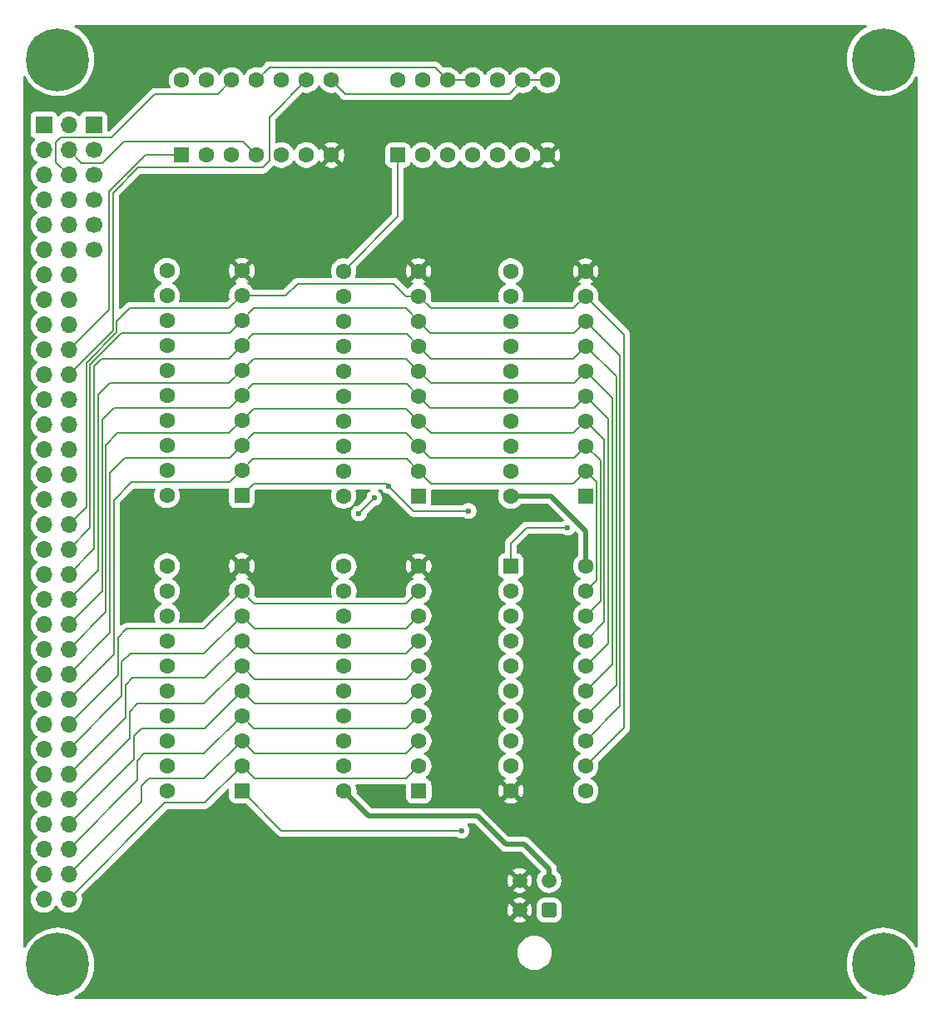
<source format=gbr>
%TF.GenerationSoftware,KiCad,Pcbnew,9.0.4*%
%TF.CreationDate,2025-09-17T01:15:47-04:00*%
%TF.ProjectId,tta8_lsu,74746138-5f6c-4737-952e-6b696361645f,0*%
%TF.SameCoordinates,Original*%
%TF.FileFunction,Copper,L2,Bot*%
%TF.FilePolarity,Positive*%
%FSLAX46Y46*%
G04 Gerber Fmt 4.6, Leading zero omitted, Abs format (unit mm)*
G04 Created by KiCad (PCBNEW 9.0.4) date 2025-09-17 01:15:47*
%MOMM*%
%LPD*%
G01*
G04 APERTURE LIST*
G04 Aperture macros list*
%AMRoundRect*
0 Rectangle with rounded corners*
0 $1 Rounding radius*
0 $2 $3 $4 $5 $6 $7 $8 $9 X,Y pos of 4 corners*
0 Add a 4 corners polygon primitive as box body*
4,1,4,$2,$3,$4,$5,$6,$7,$8,$9,$2,$3,0*
0 Add four circle primitives for the rounded corners*
1,1,$1+$1,$2,$3*
1,1,$1+$1,$4,$5*
1,1,$1+$1,$6,$7*
1,1,$1+$1,$8,$9*
0 Add four rect primitives between the rounded corners*
20,1,$1+$1,$2,$3,$4,$5,0*
20,1,$1+$1,$4,$5,$6,$7,0*
20,1,$1+$1,$6,$7,$8,$9,0*
20,1,$1+$1,$8,$9,$2,$3,0*%
G04 Aperture macros list end*
%TA.AperFunction,ComponentPad*%
%ADD10R,1.700000X1.700000*%
%TD*%
%TA.AperFunction,ComponentPad*%
%ADD11C,1.700000*%
%TD*%
%TA.AperFunction,ComponentPad*%
%ADD12RoundRect,0.250000X0.550000X-0.550000X0.550000X0.550000X-0.550000X0.550000X-0.550000X-0.550000X0*%
%TD*%
%TA.AperFunction,ComponentPad*%
%ADD13C,1.600000*%
%TD*%
%TA.AperFunction,ComponentPad*%
%ADD14RoundRect,0.250000X0.550000X0.550000X-0.550000X0.550000X-0.550000X-0.550000X0.550000X-0.550000X0*%
%TD*%
%TA.AperFunction,ComponentPad*%
%ADD15C,6.400000*%
%TD*%
%TA.AperFunction,ComponentPad*%
%ADD16O,1.700000X1.700000*%
%TD*%
%TA.AperFunction,ComponentPad*%
%ADD17RoundRect,0.250000X-0.550000X-0.550000X0.550000X-0.550000X0.550000X0.550000X-0.550000X0.550000X0*%
%TD*%
%TA.AperFunction,ComponentPad*%
%ADD18RoundRect,0.250001X0.499999X0.499999X-0.499999X0.499999X-0.499999X-0.499999X0.499999X-0.499999X0*%
%TD*%
%TA.AperFunction,ComponentPad*%
%ADD19C,1.500000*%
%TD*%
%TA.AperFunction,ViaPad*%
%ADD20C,0.600000*%
%TD*%
%TA.AperFunction,Conductor*%
%ADD21C,0.500000*%
%TD*%
%TA.AperFunction,Conductor*%
%ADD22C,0.200000*%
%TD*%
G04 APERTURE END LIST*
D10*
%TO.P,J2,1,Pin_1*%
%TO.N,srce0*%
X62650000Y-57645000D03*
D11*
%TO.P,J2,2,Pin_2*%
%TO.N,srce1*%
X62650000Y-60185000D03*
%TO.P,J2,3,Pin_3*%
%TO.N,srce2*%
X62650000Y-62725000D03*
%TO.P,J2,4,Pin_4*%
%TO.N,dste0*%
X62650000Y-65265000D03*
%TO.P,J2,5,Pin_5*%
%TO.N,dste1*%
X62650000Y-67805000D03*
%TO.P,J2,6,Pin_6*%
%TO.N,dste2*%
X62650000Y-70345000D03*
%TD*%
D12*
%TO.P,U8,1*%
%TO.N,Net-(U1-Load)*%
X93600000Y-60720000D03*
D13*
%TO.P,U8,2*%
%TO.N,Net-(U7-Pad3)*%
X96140000Y-60720000D03*
%TO.P,U8,3*%
X98680000Y-60720000D03*
%TO.P,U8,4*%
%TO.N,Net-(U1-OE)*%
X101220000Y-60720000D03*
%TO.P,U8,5*%
%TO.N,Net-(U8-Pad13)*%
X103760000Y-60720000D03*
%TO.P,U8,6*%
%TO.N,Net-(U8-Pad10)*%
X106300000Y-60720000D03*
%TO.P,U8,7,GND*%
%TO.N,GND*%
X108840000Y-60720000D03*
%TO.P,U8,8*%
%TO.N,Net-(U5-OE)*%
X108840000Y-53100000D03*
%TO.P,U8,9*%
X106300000Y-53100000D03*
%TO.P,U8,10*%
%TO.N,Net-(U8-Pad10)*%
X103760000Y-53100000D03*
%TO.P,U8,11*%
%TO.N,Net-(U6-OE)*%
X101220000Y-53100000D03*
%TO.P,U8,12*%
X98680000Y-53100000D03*
%TO.P,U8,13*%
%TO.N,Net-(U8-Pad13)*%
X96140000Y-53100000D03*
%TO.P,U8,14,VCC*%
%TO.N,+5V*%
X93600000Y-53100000D03*
%TD*%
D14*
%TO.P,U4,1,OE*%
%TO.N,Net-(U3-OE)*%
X95700000Y-95360000D03*
D13*
%TO.P,U4,2,D0*%
%TO.N,T7*%
X95700000Y-92820000D03*
%TO.P,U4,3,D1*%
%TO.N,T6*%
X95700000Y-90280000D03*
%TO.P,U4,4,D2*%
%TO.N,T5*%
X95700000Y-87740000D03*
%TO.P,U4,5,D3*%
%TO.N,T4*%
X95700000Y-85200000D03*
%TO.P,U4,6,D4*%
%TO.N,T3*%
X95700000Y-82660000D03*
%TO.P,U4,7,D5*%
%TO.N,T2*%
X95700000Y-80120000D03*
%TO.P,U4,8,D6*%
%TO.N,T1*%
X95700000Y-77580000D03*
%TO.P,U4,9,D7*%
%TO.N,T0*%
X95700000Y-75040000D03*
%TO.P,U4,10,GND*%
%TO.N,GND*%
X95700000Y-72500000D03*
%TO.P,U4,11,Load*%
%TO.N,Net-(U1-Load)*%
X88080000Y-72500000D03*
%TO.P,U4,12,Q7*%
%TO.N,A0*%
X88080000Y-75040000D03*
%TO.P,U4,13,Q6*%
%TO.N,A1*%
X88080000Y-77580000D03*
%TO.P,U4,14,Q5*%
%TO.N,A2*%
X88080000Y-80120000D03*
%TO.P,U4,15,Q4*%
%TO.N,A3*%
X88080000Y-82660000D03*
%TO.P,U4,16,Q3*%
%TO.N,A4*%
X88080000Y-85200000D03*
%TO.P,U4,17,Q2*%
%TO.N,A5*%
X88080000Y-87740000D03*
%TO.P,U4,18,Q1*%
%TO.N,A6*%
X88080000Y-90280000D03*
%TO.P,U4,19,Q0*%
%TO.N,A7*%
X88080000Y-92820000D03*
%TO.P,U4,20,VCC*%
%TO.N,+5V*%
X88080000Y-95360000D03*
%TD*%
D14*
%TO.P,U3,1,OE*%
%TO.N,Net-(U3-OE)*%
X95725000Y-125370000D03*
D13*
%TO.P,U3,2,D0*%
%TO.N,T15*%
X95725000Y-122830000D03*
%TO.P,U3,3,D1*%
%TO.N,T14*%
X95725000Y-120290000D03*
%TO.P,U3,4,D2*%
%TO.N,T13*%
X95725000Y-117750000D03*
%TO.P,U3,5,D3*%
%TO.N,T12*%
X95725000Y-115210000D03*
%TO.P,U3,6,D4*%
%TO.N,T11*%
X95725000Y-112670000D03*
%TO.P,U3,7,D5*%
%TO.N,T10*%
X95725000Y-110130000D03*
%TO.P,U3,8,D6*%
%TO.N,T9*%
X95725000Y-107590000D03*
%TO.P,U3,9,D7*%
%TO.N,T8*%
X95725000Y-105050000D03*
%TO.P,U3,10,GND*%
%TO.N,GND*%
X95725000Y-102510000D03*
%TO.P,U3,11,Load*%
%TO.N,Net-(U1-Load)*%
X88105000Y-102510000D03*
%TO.P,U3,12,Q7*%
%TO.N,A8*%
X88105000Y-105050000D03*
%TO.P,U3,13,Q6*%
%TO.N,A9*%
X88105000Y-107590000D03*
%TO.P,U3,14,Q5*%
%TO.N,A10*%
X88105000Y-110130000D03*
%TO.P,U3,15,Q4*%
%TO.N,A11*%
X88105000Y-112670000D03*
%TO.P,U3,16,Q3*%
%TO.N,A12*%
X88105000Y-115210000D03*
%TO.P,U3,17,Q2*%
%TO.N,A13*%
X88105000Y-117750000D03*
%TO.P,U3,18,Q1*%
%TO.N,A14*%
X88105000Y-120290000D03*
%TO.P,U3,19,Q0*%
%TO.N,A15*%
X88105000Y-122830000D03*
%TO.P,U3,20,VCC*%
%TO.N,+5V*%
X88105000Y-125370000D03*
%TD*%
D15*
%TO.P,H3,1,1*%
%TO.N,unconnected-(H3-Pad1)*%
X59000000Y-143000000D03*
%TD*%
D14*
%TO.P,U5,1,OE*%
%TO.N,Net-(U5-OE)*%
X112720000Y-95380000D03*
D13*
%TO.P,U5,2,D0*%
%TO.N,T7*%
X112720000Y-92840000D03*
%TO.P,U5,3,D1*%
%TO.N,T6*%
X112720000Y-90300000D03*
%TO.P,U5,4,D2*%
%TO.N,T5*%
X112720000Y-87760000D03*
%TO.P,U5,5,D3*%
%TO.N,T4*%
X112720000Y-85220000D03*
%TO.P,U5,6,D4*%
%TO.N,T3*%
X112720000Y-82680000D03*
%TO.P,U5,7,D5*%
%TO.N,T2*%
X112720000Y-80140000D03*
%TO.P,U5,8,D6*%
%TO.N,T1*%
X112720000Y-77600000D03*
%TO.P,U5,9,D7*%
%TO.N,T0*%
X112720000Y-75060000D03*
%TO.P,U5,10,GND*%
%TO.N,GND*%
X112720000Y-72520000D03*
%TO.P,U5,11,Load*%
%TO.N,+5V*%
X105100000Y-72520000D03*
%TO.P,U5,12,Q7*%
%TO.N,D0*%
X105100000Y-75060000D03*
%TO.P,U5,13,Q6*%
%TO.N,D1*%
X105100000Y-77600000D03*
%TO.P,U5,14,Q5*%
%TO.N,D2*%
X105100000Y-80140000D03*
%TO.P,U5,15,Q4*%
%TO.N,D3*%
X105100000Y-82680000D03*
%TO.P,U5,16,Q3*%
%TO.N,D4*%
X105100000Y-85220000D03*
%TO.P,U5,17,Q2*%
%TO.N,D5*%
X105100000Y-87760000D03*
%TO.P,U5,18,Q1*%
%TO.N,D6*%
X105100000Y-90300000D03*
%TO.P,U5,19,Q0*%
%TO.N,D7*%
X105100000Y-92840000D03*
%TO.P,U5,20,VCC*%
%TO.N,+5V*%
X105100000Y-95380000D03*
%TD*%
D15*
%TO.P,H2,1,1*%
%TO.N,unconnected-(H2-Pad1)*%
X143000000Y-51000000D03*
%TD*%
D12*
%TO.P,U7,1*%
%TO.N,DST1*%
X71612500Y-60705000D03*
D13*
%TO.P,U7,2*%
%TO.N,MOV*%
X74152500Y-60705000D03*
%TO.P,U7,3*%
%TO.N,Net-(U7-Pad3)*%
X76692500Y-60705000D03*
%TO.P,U7,4*%
%TO.N,SRC1*%
X79232500Y-60705000D03*
%TO.P,U7,5*%
%TO.N,MOV*%
X81772500Y-60705000D03*
%TO.P,U7,6*%
%TO.N,Net-(U3-OE)*%
X84312500Y-60705000D03*
%TO.P,U7,7,GND*%
%TO.N,GND*%
X86852500Y-60705000D03*
%TO.P,U7,8*%
%TO.N,Net-(U5-OE)*%
X86852500Y-53085000D03*
%TO.P,U7,9*%
%TO.N,DST2*%
X84312500Y-53085000D03*
%TO.P,U7,10*%
%TO.N,MOV*%
X81772500Y-53085000D03*
%TO.P,U7,11*%
%TO.N,Net-(U6-OE)*%
X79232500Y-53085000D03*
%TO.P,U7,12*%
%TO.N,SRC2*%
X76692500Y-53085000D03*
%TO.P,U7,13*%
%TO.N,MOV*%
X74152500Y-53085000D03*
%TO.P,U7,14,VCC*%
%TO.N,+5V*%
X71612500Y-53085000D03*
%TD*%
D10*
%TO.P,J1,1,Pin_1*%
%TO.N,A0*%
X57570000Y-57645000D03*
D16*
%TO.P,J1,2,Pin_2*%
%TO.N,SRC0*%
X60110000Y-57645000D03*
%TO.P,J1,3,Pin_3*%
%TO.N,A1*%
X57570000Y-60185000D03*
%TO.P,J1,4,Pin_4*%
%TO.N,SRC1*%
X60110000Y-60185000D03*
%TO.P,J1,5,Pin_5*%
%TO.N,A2*%
X57570000Y-62725000D03*
%TO.P,J1,6,Pin_6*%
%TO.N,SRC2*%
X60110000Y-62725000D03*
%TO.P,J1,7,Pin_7*%
%TO.N,A3*%
X57570000Y-65265000D03*
%TO.P,J1,8,Pin_8*%
%TO.N,SRC3*%
X60110000Y-65265000D03*
%TO.P,J1,9,Pin_9*%
%TO.N,A4*%
X57570000Y-67805000D03*
%TO.P,J1,10,Pin_10*%
%TO.N,SRC4*%
X60110000Y-67805000D03*
%TO.P,J1,11,Pin_11*%
%TO.N,A5*%
X57570000Y-70345000D03*
%TO.P,J1,12,Pin_12*%
%TO.N,SRC5*%
X60110000Y-70345000D03*
%TO.P,J1,13,Pin_13*%
%TO.N,A6*%
X57570000Y-72885000D03*
%TO.P,J1,14,Pin_14*%
%TO.N,SRC6*%
X60110000Y-72885000D03*
%TO.P,J1,15,Pin_15*%
%TO.N,A7*%
X57570000Y-75425000D03*
%TO.P,J1,16,Pin_16*%
%TO.N,SRC7*%
X60110000Y-75425000D03*
%TO.P,J1,17,Pin_17*%
%TO.N,A8*%
X57570000Y-77965000D03*
%TO.P,J1,18,Pin_18*%
%TO.N,DST0*%
X60110000Y-77965000D03*
%TO.P,J1,19,Pin_19*%
%TO.N,A9*%
X57570000Y-80505000D03*
%TO.P,J1,20,Pin_20*%
%TO.N,DST1*%
X60110000Y-80505000D03*
%TO.P,J1,21,Pin_21*%
%TO.N,A10*%
X57570000Y-83045000D03*
%TO.P,J1,22,Pin_22*%
%TO.N,DST2*%
X60110000Y-83045000D03*
%TO.P,J1,23,Pin_23*%
%TO.N,A11*%
X57570000Y-85585000D03*
%TO.P,J1,24,Pin_24*%
%TO.N,DST3*%
X60110000Y-85585000D03*
%TO.P,J1,25,Pin_25*%
%TO.N,A12*%
X57570000Y-88125000D03*
%TO.P,J1,26,Pin_26*%
%TO.N,DST4*%
X60110000Y-88125000D03*
%TO.P,J1,27,Pin_27*%
%TO.N,A13*%
X57570000Y-90665000D03*
%TO.P,J1,28,Pin_28*%
%TO.N,DST5*%
X60110000Y-90665000D03*
%TO.P,J1,29,Pin_29*%
%TO.N,A14*%
X57570000Y-93205000D03*
%TO.P,J1,30,Pin_30*%
%TO.N,DST6*%
X60110000Y-93205000D03*
%TO.P,J1,31,Pin_31*%
%TO.N,A15*%
X57570000Y-95745000D03*
%TO.P,J1,32,Pin_32*%
%TO.N,DST7*%
X60110000Y-95745000D03*
%TO.P,J1,33,Pin_33*%
%TO.N,D0*%
X57570000Y-98285000D03*
%TO.P,J1,34,Pin_34*%
%TO.N,T0*%
X60110000Y-98285000D03*
%TO.P,J1,35,Pin_35*%
%TO.N,D1*%
X57570000Y-100825000D03*
%TO.P,J1,36,Pin_36*%
%TO.N,T1*%
X60110000Y-100825000D03*
%TO.P,J1,37,Pin_37*%
%TO.N,D2*%
X57570000Y-103365000D03*
%TO.P,J1,38,Pin_38*%
%TO.N,T2*%
X60110000Y-103365000D03*
%TO.P,J1,39,Pin_39*%
%TO.N,D3*%
X57570000Y-105905000D03*
%TO.P,J1,40,Pin_40*%
%TO.N,T3*%
X60110000Y-105905000D03*
%TO.P,J1,41,Pin_41*%
%TO.N,D4*%
X57570000Y-108445000D03*
%TO.P,J1,42,Pin_42*%
%TO.N,T4*%
X60110000Y-108445000D03*
%TO.P,J1,43,Pin_43*%
%TO.N,D5*%
X57570000Y-110985000D03*
%TO.P,J1,44,Pin_44*%
%TO.N,T5*%
X60110000Y-110985000D03*
%TO.P,J1,45,Pin_45*%
%TO.N,D6*%
X57570000Y-113525000D03*
%TO.P,J1,46,Pin_46*%
%TO.N,T6*%
X60110000Y-113525000D03*
%TO.P,J1,47,Pin_47*%
%TO.N,D7*%
X57570000Y-116065000D03*
%TO.P,J1,48,Pin_48*%
%TO.N,T7*%
X60110000Y-116065000D03*
%TO.P,J1,49,Pin_49*%
%TO.N,LDI*%
X57570000Y-118605000D03*
%TO.P,J1,50,Pin_50*%
%TO.N,T8*%
X60110000Y-118605000D03*
%TO.P,J1,51,Pin_51*%
%TO.N,EXC*%
X57570000Y-121145000D03*
%TO.P,J1,52,Pin_52*%
%TO.N,T9*%
X60110000Y-121145000D03*
%TO.P,J1,53,Pin_53*%
%TO.N,CLK*%
X57570000Y-123685000D03*
%TO.P,J1,54,Pin_54*%
%TO.N,T10*%
X60110000Y-123685000D03*
%TO.P,J1,55,Pin_55*%
%TO.N,{slash}R*%
X57570000Y-126225000D03*
%TO.P,J1,56,Pin_56*%
%TO.N,T11*%
X60110000Y-126225000D03*
%TO.P,J1,57,Pin_57*%
%TO.N,CARRY*%
X57570000Y-128765000D03*
%TO.P,J1,58,Pin_58*%
%TO.N,T12*%
X60110000Y-128765000D03*
%TO.P,J1,59,Pin_59*%
%TO.N,ZERO*%
X57570000Y-131305000D03*
%TO.P,J1,60,Pin_60*%
%TO.N,T13*%
X60110000Y-131305000D03*
%TO.P,J1,61,Pin_61*%
%TO.N,MOV*%
X57570000Y-133845000D03*
%TO.P,J1,62,Pin_62*%
%TO.N,T14*%
X60110000Y-133845000D03*
%TO.P,J1,63,Pin_63*%
%TO.N,MVI*%
X57570000Y-136385000D03*
%TO.P,J1,64,Pin_64*%
%TO.N,T15*%
X60110000Y-136385000D03*
%TD*%
D15*
%TO.P,H1,1,1*%
%TO.N,unconnected-(H1-Pad1)*%
X59000000Y-51000000D03*
%TD*%
D17*
%TO.P,U6,1,OE*%
%TO.N,Net-(U6-OE)*%
X105100000Y-102500000D03*
D13*
%TO.P,U6,2,D0*%
%TO.N,D7*%
X105100000Y-105040000D03*
%TO.P,U6,3,D1*%
%TO.N,D6*%
X105100000Y-107580000D03*
%TO.P,U6,4,D2*%
%TO.N,D5*%
X105100000Y-110120000D03*
%TO.P,U6,5,D3*%
%TO.N,D4*%
X105100000Y-112660000D03*
%TO.P,U6,6,D4*%
%TO.N,D3*%
X105100000Y-115200000D03*
%TO.P,U6,7,D5*%
%TO.N,D2*%
X105100000Y-117740000D03*
%TO.P,U6,8,D6*%
%TO.N,D1*%
X105100000Y-120280000D03*
%TO.P,U6,9,D7*%
%TO.N,D0*%
X105100000Y-122820000D03*
%TO.P,U6,10,GND*%
%TO.N,GND*%
X105100000Y-125360000D03*
%TO.P,U6,11,Load*%
%TO.N,+5V*%
X112720000Y-125360000D03*
%TO.P,U6,12,Q7*%
%TO.N,T0*%
X112720000Y-122820000D03*
%TO.P,U6,13,Q6*%
%TO.N,T1*%
X112720000Y-120280000D03*
%TO.P,U6,14,Q5*%
%TO.N,T2*%
X112720000Y-117740000D03*
%TO.P,U6,15,Q4*%
%TO.N,T3*%
X112720000Y-115200000D03*
%TO.P,U6,16,Q3*%
%TO.N,T4*%
X112720000Y-112660000D03*
%TO.P,U6,17,Q2*%
%TO.N,T5*%
X112720000Y-110120000D03*
%TO.P,U6,18,Q1*%
%TO.N,T6*%
X112720000Y-107580000D03*
%TO.P,U6,19,Q0*%
%TO.N,T7*%
X112720000Y-105040000D03*
%TO.P,U6,20,VCC*%
%TO.N,+5V*%
X112720000Y-102500000D03*
%TD*%
D14*
%TO.P,U2,1,OE*%
%TO.N,Net-(U1-OE)*%
X77720000Y-95320000D03*
D13*
%TO.P,U2,2,D0*%
%TO.N,T7*%
X77720000Y-92780000D03*
%TO.P,U2,3,D1*%
%TO.N,T6*%
X77720000Y-90240000D03*
%TO.P,U2,4,D2*%
%TO.N,T5*%
X77720000Y-87700000D03*
%TO.P,U2,5,D3*%
%TO.N,T4*%
X77720000Y-85160000D03*
%TO.P,U2,6,D4*%
%TO.N,T3*%
X77720000Y-82620000D03*
%TO.P,U2,7,D5*%
%TO.N,T2*%
X77720000Y-80080000D03*
%TO.P,U2,8,D6*%
%TO.N,T1*%
X77720000Y-77540000D03*
%TO.P,U2,9,D7*%
%TO.N,T0*%
X77720000Y-75000000D03*
%TO.P,U2,10,GND*%
%TO.N,GND*%
X77720000Y-72460000D03*
%TO.P,U2,11,Load*%
%TO.N,Net-(U1-Load)*%
X70100000Y-72460000D03*
%TO.P,U2,12,Q7*%
%TO.N,A0*%
X70100000Y-75000000D03*
%TO.P,U2,13,Q6*%
%TO.N,A1*%
X70100000Y-77540000D03*
%TO.P,U2,14,Q5*%
%TO.N,A2*%
X70100000Y-80080000D03*
%TO.P,U2,15,Q4*%
%TO.N,A3*%
X70100000Y-82620000D03*
%TO.P,U2,16,Q3*%
%TO.N,A4*%
X70100000Y-85160000D03*
%TO.P,U2,17,Q2*%
%TO.N,A5*%
X70100000Y-87700000D03*
%TO.P,U2,18,Q1*%
%TO.N,A6*%
X70100000Y-90240000D03*
%TO.P,U2,19,Q0*%
%TO.N,A7*%
X70100000Y-92780000D03*
%TO.P,U2,20,VCC*%
%TO.N,+5V*%
X70100000Y-95320000D03*
%TD*%
D18*
%TO.P,J3,1,Pin_1*%
%TO.N,+5V*%
X109000000Y-137500000D03*
D19*
%TO.P,J3,2,Pin_2*%
%TO.N,GND*%
X106000000Y-137500000D03*
%TO.P,J3,3,Pin_3*%
%TO.N,+5V*%
X109000000Y-134500000D03*
%TO.P,J3,4,Pin_4*%
%TO.N,GND*%
X106000000Y-134500000D03*
%TD*%
D15*
%TO.P,H4,1,1*%
%TO.N,unconnected-(H4-Pad1)*%
X143000000Y-143000000D03*
%TD*%
D14*
%TO.P,U1,1,OE*%
%TO.N,Net-(U1-OE)*%
X77720000Y-125360000D03*
D13*
%TO.P,U1,2,D0*%
%TO.N,T15*%
X77720000Y-122820000D03*
%TO.P,U1,3,D1*%
%TO.N,T14*%
X77720000Y-120280000D03*
%TO.P,U1,4,D2*%
%TO.N,T13*%
X77720000Y-117740000D03*
%TO.P,U1,5,D3*%
%TO.N,T12*%
X77720000Y-115200000D03*
%TO.P,U1,6,D4*%
%TO.N,T11*%
X77720000Y-112660000D03*
%TO.P,U1,7,D5*%
%TO.N,T10*%
X77720000Y-110120000D03*
%TO.P,U1,8,D6*%
%TO.N,T9*%
X77720000Y-107580000D03*
%TO.P,U1,9,D7*%
%TO.N,T8*%
X77720000Y-105040000D03*
%TO.P,U1,10,GND*%
%TO.N,GND*%
X77720000Y-102500000D03*
%TO.P,U1,11,Load*%
%TO.N,Net-(U1-Load)*%
X70100000Y-102500000D03*
%TO.P,U1,12,Q7*%
%TO.N,A8*%
X70100000Y-105040000D03*
%TO.P,U1,13,Q6*%
%TO.N,A9*%
X70100000Y-107580000D03*
%TO.P,U1,14,Q5*%
%TO.N,A10*%
X70100000Y-110120000D03*
%TO.P,U1,15,Q4*%
%TO.N,A11*%
X70100000Y-112660000D03*
%TO.P,U1,16,Q3*%
%TO.N,A12*%
X70100000Y-115200000D03*
%TO.P,U1,17,Q2*%
%TO.N,A13*%
X70100000Y-117740000D03*
%TO.P,U1,18,Q1*%
%TO.N,A14*%
X70100000Y-120280000D03*
%TO.P,U1,19,Q0*%
%TO.N,A15*%
X70100000Y-122820000D03*
%TO.P,U1,20,VCC*%
%TO.N,+5V*%
X70100000Y-125360000D03*
%TD*%
D20*
%TO.N,Net-(U1-OE)*%
X92650000Y-94350000D03*
X100100000Y-129400000D03*
X100800000Y-96900000D03*
%TO.N,Net-(U1-Load)*%
X89650000Y-97150000D03*
X91200000Y-95600000D03*
%TO.N,Net-(U6-OE)*%
X110900000Y-98600000D03*
%TD*%
D21*
%TO.N,+5V*%
X104600000Y-130800000D02*
X106500000Y-130800000D01*
X106500000Y-130800000D02*
X109000000Y-133300000D01*
X109000000Y-133300000D02*
X109000000Y-134500000D01*
X101700000Y-127900000D02*
X104600000Y-130800000D01*
X90635000Y-127900000D02*
X101700000Y-127900000D01*
X88105000Y-125370000D02*
X90635000Y-127900000D01*
D22*
%TO.N,T9*%
X77720000Y-107580000D02*
X79040000Y-108900000D01*
X77720000Y-107580000D02*
X73900000Y-111400000D01*
X73900000Y-111400000D02*
X66400000Y-111400000D01*
X65509000Y-115746000D02*
X60110000Y-121145000D01*
X79040000Y-108900000D02*
X94415000Y-108900000D01*
X66400000Y-111400000D02*
X65509000Y-112291000D01*
X94415000Y-108900000D02*
X95725000Y-107590000D01*
X65509000Y-112291000D02*
X65509000Y-115746000D01*
%TO.N,T8*%
X65108000Y-113607000D02*
X60110000Y-118605000D01*
X66000000Y-108900000D02*
X65108000Y-109792000D01*
X77720000Y-105040000D02*
X73860000Y-108900000D01*
X65108000Y-109792000D02*
X65108000Y-113607000D01*
X73860000Y-108900000D02*
X66000000Y-108900000D01*
X78980000Y-106300000D02*
X94475000Y-106300000D01*
X77720000Y-105040000D02*
X78980000Y-106300000D01*
X94475000Y-106300000D02*
X95725000Y-105050000D01*
%TO.N,T0*%
X116628000Y-78968000D02*
X116628000Y-118912000D01*
X77720000Y-75000000D02*
X76420000Y-76300000D01*
X77720000Y-75000000D02*
X82200000Y-75000000D01*
X116628000Y-118912000D02*
X112720000Y-122820000D01*
X65002000Y-78720100D02*
X61900000Y-81822100D01*
X76420000Y-76300000D02*
X66300000Y-76300000D01*
X61900000Y-96495000D02*
X60110000Y-98285000D01*
X111480000Y-76300000D02*
X96960000Y-76300000D01*
X94440000Y-75040000D02*
X95700000Y-75040000D01*
X111480000Y-76300000D02*
X112720000Y-75060000D01*
X82200000Y-75000000D02*
X83400000Y-73800000D01*
X93200000Y-73800000D02*
X94440000Y-75040000D01*
X61900000Y-81822100D02*
X61900000Y-96495000D01*
X66300000Y-76300000D02*
X65002000Y-77598000D01*
X95700000Y-75040000D02*
X96960000Y-76300000D01*
X65002000Y-77598000D02*
X65002000Y-78720100D01*
X112720000Y-75060000D02*
X116628000Y-78968000D01*
X83400000Y-73800000D02*
X93200000Y-73800000D01*
%TO.N,DST1*%
X67895000Y-60705000D02*
X71612500Y-60705000D01*
X64200000Y-64400000D02*
X64200000Y-76415000D01*
X64200000Y-76415000D02*
X60110000Y-80505000D01*
X67895000Y-60705000D02*
X64200000Y-64400000D01*
%TO.N,T15*%
X73940000Y-126600000D02*
X69894999Y-126600000D01*
X69894999Y-126600000D02*
X60110000Y-136384999D01*
X77720000Y-122820000D02*
X79000000Y-124100000D01*
X60110000Y-136384999D02*
X60110000Y-136385000D01*
X94455000Y-124100000D02*
X95725000Y-122830000D01*
X77720000Y-122820000D02*
X73940000Y-126600000D01*
X79000000Y-124100000D02*
X94455000Y-124100000D01*
%TO.N,T14*%
X95725000Y-120290000D02*
X94415000Y-121600000D01*
X73900000Y-124100000D02*
X68300000Y-124100000D01*
X68300000Y-124100000D02*
X67514000Y-124886000D01*
X94415000Y-121600000D02*
X79040000Y-121600000D01*
X79040000Y-121600000D02*
X77720000Y-120280000D01*
X67514000Y-124886000D02*
X67514000Y-126441000D01*
X77720000Y-120280000D02*
X73900000Y-124100000D01*
X67514000Y-126441000D02*
X60110000Y-133845000D01*
%TO.N,T7*%
X64707000Y-111468000D02*
X60110000Y-116065000D01*
X113821000Y-93941000D02*
X113821000Y-103939000D01*
X76500000Y-94000000D02*
X66500000Y-94000000D01*
X77720000Y-92780000D02*
X78900000Y-91600000D01*
X66500000Y-94000000D02*
X64707000Y-95793000D01*
X111460000Y-94100000D02*
X112720000Y-92840000D01*
X64707000Y-95793000D02*
X64707000Y-111468000D01*
X113821000Y-103939000D02*
X112720000Y-105040000D01*
X112720000Y-92840000D02*
X113821000Y-93941000D01*
X78900000Y-91600000D02*
X94480000Y-91600000D01*
X95700000Y-92820000D02*
X96980000Y-94100000D01*
X94480000Y-91600000D02*
X95700000Y-92820000D01*
X77720000Y-92780000D02*
X76500000Y-94000000D01*
X96980000Y-94100000D02*
X111460000Y-94100000D01*
%TO.N,T1*%
X96920000Y-78800000D02*
X111520000Y-78800000D01*
X116227000Y-116773000D02*
X112720000Y-120280000D01*
X116227000Y-81107000D02*
X116227000Y-116773000D01*
X94420000Y-76300000D02*
X95700000Y-77580000D01*
X76460000Y-78800000D02*
X65489200Y-78800000D01*
X77720000Y-77540000D02*
X76460000Y-78800000D01*
X112720000Y-77600000D02*
X116227000Y-81107000D01*
X62301000Y-81988200D02*
X62301000Y-98634000D01*
X78960000Y-76300000D02*
X94420000Y-76300000D01*
X111520000Y-78800000D02*
X112720000Y-77600000D01*
X95700000Y-77580000D02*
X96920000Y-78800000D01*
X62301000Y-98634000D02*
X60110000Y-100825000D01*
X65489200Y-78800000D02*
X62301000Y-81988200D01*
X77720000Y-77540000D02*
X78960000Y-76300000D01*
%TO.N,DST2*%
X64601000Y-78554000D02*
X60110000Y-83045000D01*
X80532500Y-56865000D02*
X80532500Y-61300000D01*
X80532500Y-61300000D02*
X79832500Y-62000000D01*
X67167100Y-62000000D02*
X64601000Y-64566100D01*
X64601000Y-64566100D02*
X64601000Y-78554000D01*
X84312500Y-53085000D02*
X80532500Y-56865000D01*
X67167100Y-62000000D02*
X79832500Y-62000000D01*
%TO.N,T13*%
X77720000Y-117740000D02*
X73860000Y-121600000D01*
X67113000Y-124302000D02*
X60110000Y-131305000D01*
X67800000Y-121600000D02*
X67113000Y-122287000D01*
X78980000Y-119000000D02*
X94475000Y-119000000D01*
X77720000Y-117740000D02*
X78980000Y-119000000D01*
X73860000Y-121600000D02*
X67800000Y-121600000D01*
X94475000Y-119000000D02*
X95725000Y-117750000D01*
X67113000Y-122287000D02*
X67113000Y-124302000D01*
%TO.N,T6*%
X94420000Y-89000000D02*
X95700000Y-90280000D01*
X64306000Y-109329000D02*
X60110000Y-113525000D01*
X64306000Y-92994000D02*
X64306000Y-109329000D01*
X77720000Y-90240000D02*
X78960000Y-89000000D01*
X65800000Y-91500000D02*
X64306000Y-92994000D01*
X111520000Y-91500000D02*
X112720000Y-90300000D01*
X114222000Y-91802000D02*
X114222000Y-106078000D01*
X77720000Y-90240000D02*
X76460000Y-91500000D01*
X114222000Y-106078000D02*
X112720000Y-107580000D01*
X112720000Y-90300000D02*
X114222000Y-91802000D01*
X111520000Y-91500000D02*
X96920000Y-91500000D01*
X78960000Y-89000000D02*
X94420000Y-89000000D01*
X76460000Y-91500000D02*
X65800000Y-91500000D01*
X95700000Y-90280000D02*
X96920000Y-91500000D01*
%TO.N,SRC1*%
X79232500Y-60705000D02*
X77827500Y-59300000D01*
X65700000Y-59300000D02*
X63500000Y-61500000D01*
X61425000Y-61500000D02*
X60110000Y-60185000D01*
X63500000Y-61500000D02*
X61425000Y-61500000D01*
X65700000Y-59300000D02*
X77827500Y-59300000D01*
%TO.N,T4*%
X115024000Y-110356000D02*
X112720000Y-112660000D01*
X77720000Y-85160000D02*
X76480000Y-86400000D01*
X78880000Y-84000000D02*
X94500000Y-84000000D01*
X111540000Y-86400000D02*
X96900000Y-86400000D01*
X115024000Y-87524000D02*
X115024000Y-110356000D01*
X77720000Y-85160000D02*
X78880000Y-84000000D01*
X112720000Y-85220000D02*
X115024000Y-87524000D01*
X63504000Y-87596000D02*
X63504000Y-105051000D01*
X95700000Y-85200000D02*
X96900000Y-86400000D01*
X63504000Y-105051000D02*
X60110000Y-108445000D01*
X94500000Y-84000000D02*
X95700000Y-85200000D01*
X76480000Y-86400000D02*
X64700000Y-86400000D01*
X64700000Y-86400000D02*
X63504000Y-87596000D01*
X111540000Y-86400000D02*
X112720000Y-85220000D01*
%TO.N,T5*%
X65100000Y-89000000D02*
X63905000Y-90195000D01*
X111480000Y-89000000D02*
X112720000Y-87760000D01*
X114623000Y-89663000D02*
X114623000Y-108217000D01*
X63905000Y-90195000D02*
X63905000Y-107190000D01*
X77720000Y-87700000D02*
X78920000Y-86500000D01*
X96960000Y-89000000D02*
X111480000Y-89000000D01*
X78920000Y-86500000D02*
X94460000Y-86500000D01*
X63905000Y-107190000D02*
X60110000Y-110985000D01*
X95700000Y-87740000D02*
X96960000Y-89000000D01*
X112720000Y-87760000D02*
X114623000Y-89663000D01*
X114623000Y-108217000D02*
X112720000Y-110120000D01*
X76420000Y-89000000D02*
X65100000Y-89000000D01*
X94460000Y-86500000D02*
X95700000Y-87740000D01*
X77720000Y-87700000D02*
X76420000Y-89000000D01*
%TO.N,SRC2*%
X68900000Y-54500000D02*
X64500000Y-58900000D01*
X58800000Y-61415000D02*
X60110000Y-62725000D01*
X59300000Y-58900000D02*
X58800000Y-59400000D01*
X76692500Y-53085000D02*
X75277500Y-54500000D01*
X64500000Y-58900000D02*
X59300000Y-58900000D01*
X68900000Y-54500000D02*
X75277500Y-54500000D01*
X58800000Y-59400000D02*
X58800000Y-61415000D01*
%TO.N,T2*%
X111460000Y-81400000D02*
X96980000Y-81400000D01*
X62702000Y-82154300D02*
X62702000Y-100773000D01*
X115826000Y-83246000D02*
X115826000Y-114634000D01*
X111460000Y-81400000D02*
X112720000Y-80140000D01*
X77720000Y-80080000D02*
X78900000Y-78900000D01*
X112720000Y-80140000D02*
X115826000Y-83246000D01*
X62702000Y-100773000D02*
X60110000Y-103365000D01*
X115826000Y-114634000D02*
X112720000Y-117740000D01*
X77720000Y-80080000D02*
X76400000Y-81400000D01*
X63456300Y-81400000D02*
X62702000Y-82154300D01*
X94480000Y-78900000D02*
X95700000Y-80120000D01*
X78900000Y-78900000D02*
X94480000Y-78900000D01*
X76400000Y-81400000D02*
X63456300Y-81400000D01*
X95700000Y-80120000D02*
X96980000Y-81400000D01*
%TO.N,T3*%
X111500000Y-83900000D02*
X112720000Y-82680000D01*
X112720000Y-82680000D02*
X115425000Y-85385000D01*
X77720000Y-82620000D02*
X76440000Y-83900000D01*
X63103000Y-102912000D02*
X60110000Y-105905000D01*
X76440000Y-83900000D02*
X64300000Y-83900000D01*
X94440000Y-81400000D02*
X95700000Y-82660000D01*
X64300000Y-83900000D02*
X63103000Y-85097000D01*
X63103000Y-85097000D02*
X63103000Y-102912000D01*
X115425000Y-112495000D02*
X112720000Y-115200000D01*
X78940000Y-81400000D02*
X94440000Y-81400000D01*
X115425000Y-85385000D02*
X115425000Y-112495000D01*
X77720000Y-82620000D02*
X78940000Y-81400000D01*
X96940000Y-83900000D02*
X111500000Y-83900000D01*
X95700000Y-82660000D02*
X96940000Y-83900000D01*
%TO.N,T12*%
X67500000Y-119000000D02*
X66712000Y-119788000D01*
X66712000Y-119788000D02*
X66712000Y-122163000D01*
X94435000Y-116500000D02*
X95725000Y-115210000D01*
X77720000Y-115200000D02*
X79020000Y-116500000D01*
X66712000Y-122163000D02*
X60110000Y-128765000D01*
X77720000Y-115200000D02*
X73920000Y-119000000D01*
X79020000Y-116500000D02*
X94435000Y-116500000D01*
X73920000Y-119000000D02*
X67500000Y-119000000D01*
%TO.N,T11*%
X77720000Y-112660000D02*
X79060000Y-114000000D01*
X77720000Y-112660000D02*
X73880000Y-116500000D01*
X79060000Y-114000000D02*
X94395000Y-114000000D01*
X66311000Y-117289000D02*
X66311000Y-120024000D01*
X66311000Y-120024000D02*
X60110000Y-126225000D01*
X73880000Y-116500000D02*
X67100000Y-116500000D01*
X67100000Y-116500000D02*
X66311000Y-117289000D01*
X94395000Y-114000000D02*
X95725000Y-112670000D01*
%TO.N,T10*%
X79000000Y-111400000D02*
X94455000Y-111400000D01*
X77720000Y-110120000D02*
X79000000Y-111400000D01*
X73940000Y-113900000D02*
X66600000Y-113900000D01*
X65910000Y-114590000D02*
X65910000Y-117885000D01*
X65910000Y-117885000D02*
X60110000Y-123685000D01*
X94455000Y-111400000D02*
X95725000Y-110130000D01*
X77720000Y-110120000D02*
X73940000Y-113900000D01*
X66600000Y-113900000D02*
X65910000Y-114590000D01*
D21*
%TO.N,+5V*%
X112720000Y-98920000D02*
X112720000Y-102500000D01*
X112220000Y-102500000D02*
X112720000Y-102500000D01*
X109180000Y-95380000D02*
X112720000Y-98920000D01*
X105100000Y-95380000D02*
X109180000Y-95380000D01*
D22*
%TO.N,Net-(U1-OE)*%
X81760000Y-129400000D02*
X77720000Y-125360000D01*
X92650000Y-94350000D02*
X95200000Y-96900000D01*
X78940000Y-94100000D02*
X77720000Y-95320000D01*
X92650000Y-94350000D02*
X92400000Y-94100000D01*
X92400000Y-94100000D02*
X78940000Y-94100000D01*
X100100000Y-129400000D02*
X81760000Y-129400000D01*
X95200000Y-96900000D02*
X100800000Y-96900000D01*
%TO.N,Net-(U1-Load)*%
X89650000Y-97150000D02*
X91200000Y-95600000D01*
X93600000Y-66980000D02*
X88080000Y-72500000D01*
X93600000Y-60720000D02*
X93600000Y-66980000D01*
%TO.N,Net-(U5-OE)*%
X104900000Y-54500000D02*
X88267500Y-54500000D01*
X106300000Y-53100000D02*
X108840000Y-53100000D01*
X104900000Y-54500000D02*
X106300000Y-53100000D01*
X86852500Y-53085000D02*
X88267500Y-54500000D01*
%TO.N,Net-(U6-OE)*%
X106700000Y-98600000D02*
X105100000Y-100200000D01*
X79232500Y-53085000D02*
X80517500Y-51800000D01*
X105100000Y-100200000D02*
X105100000Y-102500000D01*
X80517500Y-51800000D02*
X97380000Y-51800000D01*
X97380000Y-51800000D02*
X98680000Y-53100000D01*
X98680000Y-53100000D02*
X101220000Y-53100000D01*
X110900000Y-98600000D02*
X106700000Y-98600000D01*
%TD*%
%TA.AperFunction,Conductor*%
%TO.N,GND*%
G36*
X141206917Y-47501946D02*
G01*
X141211942Y-47500900D01*
X141240102Y-47511690D01*
X141269031Y-47520185D01*
X141272391Y-47524063D01*
X141277185Y-47525900D01*
X141295043Y-47550204D01*
X141314786Y-47572989D01*
X141315516Y-47578068D01*
X141318556Y-47582205D01*
X141320438Y-47612301D01*
X141324730Y-47642147D01*
X141322597Y-47646816D01*
X141322918Y-47651938D01*
X141308233Y-47678268D01*
X141295705Y-47705703D01*
X141290709Y-47709691D01*
X141288887Y-47712960D01*
X141260445Y-47733858D01*
X141095279Y-47822140D01*
X141095261Y-47822151D01*
X140792964Y-48024140D01*
X140792950Y-48024150D01*
X140511893Y-48254807D01*
X140254807Y-48511893D01*
X140024150Y-48792950D01*
X140024140Y-48792964D01*
X139822151Y-49095261D01*
X139822140Y-49095279D01*
X139650756Y-49415916D01*
X139650754Y-49415921D01*
X139511614Y-49751834D01*
X139406067Y-50099776D01*
X139406064Y-50099787D01*
X139335137Y-50456369D01*
X139307628Y-50735679D01*
X139299500Y-50818206D01*
X139299500Y-51181794D01*
X139308125Y-51269360D01*
X139335137Y-51543630D01*
X139406064Y-51900212D01*
X139406067Y-51900223D01*
X139511614Y-52248165D01*
X139577458Y-52407127D01*
X139641557Y-52561876D01*
X139650754Y-52584078D01*
X139650756Y-52584083D01*
X139822140Y-52904720D01*
X139822151Y-52904738D01*
X140024140Y-53207035D01*
X140024150Y-53207049D01*
X140254807Y-53488106D01*
X140511893Y-53745192D01*
X140511898Y-53745196D01*
X140511899Y-53745197D01*
X140792956Y-53975854D01*
X141095268Y-54177853D01*
X141095277Y-54177858D01*
X141095279Y-54177859D01*
X141415916Y-54349243D01*
X141415918Y-54349243D01*
X141415924Y-54349247D01*
X141751836Y-54488386D01*
X142099767Y-54593930D01*
X142099773Y-54593931D01*
X142099776Y-54593932D01*
X142099787Y-54593935D01*
X142456369Y-54664862D01*
X142818206Y-54700500D01*
X142818209Y-54700500D01*
X143181791Y-54700500D01*
X143181794Y-54700500D01*
X143543631Y-54664862D01*
X143613045Y-54651054D01*
X143900212Y-54593935D01*
X143900223Y-54593932D01*
X143900223Y-54593931D01*
X143900233Y-54593930D01*
X144248164Y-54488386D01*
X144584076Y-54349247D01*
X144904732Y-54177853D01*
X145207044Y-53975854D01*
X145488101Y-53745197D01*
X145745197Y-53488101D01*
X145975854Y-53207044D01*
X146177853Y-52904732D01*
X146266142Y-52739555D01*
X146315104Y-52689711D01*
X146383242Y-52674250D01*
X146448921Y-52698082D01*
X146491290Y-52753639D01*
X146499500Y-52798008D01*
X146499500Y-141201991D01*
X146479815Y-141269030D01*
X146427011Y-141314785D01*
X146357853Y-141324729D01*
X146294297Y-141295704D01*
X146266142Y-141260444D01*
X146177859Y-141095279D01*
X146177858Y-141095277D01*
X146177853Y-141095268D01*
X145975854Y-140792956D01*
X145745197Y-140511899D01*
X145745196Y-140511898D01*
X145745192Y-140511893D01*
X145488106Y-140254807D01*
X145207049Y-140024150D01*
X145207048Y-140024149D01*
X145207044Y-140024146D01*
X144904732Y-139822147D01*
X144904727Y-139822144D01*
X144904720Y-139822140D01*
X144584083Y-139650756D01*
X144584078Y-139650754D01*
X144248165Y-139511614D01*
X143900223Y-139406067D01*
X143900212Y-139406064D01*
X143543630Y-139335137D01*
X143271111Y-139308296D01*
X143181794Y-139299500D01*
X142818206Y-139299500D01*
X142735679Y-139307628D01*
X142456369Y-139335137D01*
X142099787Y-139406064D01*
X142099776Y-139406067D01*
X141751834Y-139511614D01*
X141415921Y-139650754D01*
X141415916Y-139650756D01*
X141095279Y-139822140D01*
X141095261Y-139822151D01*
X140792964Y-140024140D01*
X140792950Y-140024150D01*
X140511893Y-140254807D01*
X140254807Y-140511893D01*
X140024150Y-140792950D01*
X140024140Y-140792964D01*
X139822151Y-141095261D01*
X139822140Y-141095279D01*
X139650756Y-141415916D01*
X139650754Y-141415921D01*
X139511614Y-141751834D01*
X139406067Y-142099776D01*
X139406064Y-142099787D01*
X139335137Y-142456369D01*
X139321396Y-142595890D01*
X139301824Y-142794617D01*
X139299500Y-142818209D01*
X139299500Y-143181790D01*
X139335137Y-143543630D01*
X139406064Y-143900212D01*
X139406067Y-143900223D01*
X139511614Y-144248165D01*
X139650754Y-144584078D01*
X139650756Y-144584083D01*
X139822140Y-144904720D01*
X139822151Y-144904738D01*
X140024140Y-145207035D01*
X140024150Y-145207049D01*
X140254807Y-145488106D01*
X140511893Y-145745192D01*
X140511898Y-145745196D01*
X140511899Y-145745197D01*
X140792956Y-145975854D01*
X141095268Y-146177853D01*
X141095277Y-146177858D01*
X141095279Y-146177859D01*
X141260445Y-146266142D01*
X141310289Y-146315104D01*
X141325750Y-146383242D01*
X141301918Y-146448921D01*
X141246361Y-146491290D01*
X141201992Y-146499500D01*
X60798008Y-146499500D01*
X60730969Y-146479815D01*
X60685214Y-146427011D01*
X60675270Y-146357853D01*
X60704295Y-146294297D01*
X60739555Y-146266142D01*
X60785286Y-146241698D01*
X60904732Y-146177853D01*
X61207044Y-145975854D01*
X61488101Y-145745197D01*
X61745197Y-145488101D01*
X61975854Y-145207044D01*
X62177853Y-144904732D01*
X62349247Y-144584076D01*
X62488386Y-144248164D01*
X62593930Y-143900233D01*
X62593932Y-143900223D01*
X62593935Y-143900212D01*
X62664862Y-143543630D01*
X62671015Y-143481157D01*
X62700500Y-143181794D01*
X62700500Y-142818206D01*
X62664862Y-142456369D01*
X62606357Y-142162240D01*
X62593935Y-142099787D01*
X62593932Y-142099776D01*
X62593931Y-142099773D01*
X62593930Y-142099767D01*
X62488386Y-141751836D01*
X62469093Y-141705258D01*
X105749500Y-141705258D01*
X105749500Y-141934741D01*
X105771230Y-142099787D01*
X105779452Y-142162238D01*
X105779453Y-142162240D01*
X105838842Y-142383887D01*
X105926650Y-142595876D01*
X105926657Y-142595890D01*
X106041392Y-142794617D01*
X106181081Y-142976661D01*
X106181089Y-142976670D01*
X106343330Y-143138911D01*
X106343338Y-143138918D01*
X106525382Y-143278607D01*
X106525385Y-143278608D01*
X106525388Y-143278611D01*
X106724112Y-143393344D01*
X106724117Y-143393346D01*
X106724123Y-143393349D01*
X106815480Y-143431190D01*
X106936113Y-143481158D01*
X107157762Y-143540548D01*
X107385266Y-143570500D01*
X107385273Y-143570500D01*
X107614727Y-143570500D01*
X107614734Y-143570500D01*
X107842238Y-143540548D01*
X108063887Y-143481158D01*
X108275888Y-143393344D01*
X108474612Y-143278611D01*
X108656661Y-143138919D01*
X108656665Y-143138914D01*
X108656670Y-143138911D01*
X108818911Y-142976670D01*
X108818914Y-142976665D01*
X108818919Y-142976661D01*
X108958611Y-142794612D01*
X109073344Y-142595888D01*
X109161158Y-142383887D01*
X109220548Y-142162238D01*
X109250500Y-141934734D01*
X109250500Y-141705266D01*
X109220548Y-141477762D01*
X109161158Y-141256113D01*
X109073344Y-141044112D01*
X108958611Y-140845388D01*
X108958608Y-140845385D01*
X108958607Y-140845382D01*
X108818918Y-140663338D01*
X108818911Y-140663330D01*
X108656670Y-140501089D01*
X108656661Y-140501081D01*
X108474617Y-140361392D01*
X108275890Y-140246657D01*
X108275876Y-140246650D01*
X108063887Y-140158842D01*
X107842238Y-140099452D01*
X107804215Y-140094446D01*
X107614741Y-140069500D01*
X107614734Y-140069500D01*
X107385266Y-140069500D01*
X107385258Y-140069500D01*
X107168715Y-140098009D01*
X107157762Y-140099452D01*
X107064076Y-140124554D01*
X106936112Y-140158842D01*
X106724123Y-140246650D01*
X106724109Y-140246657D01*
X106525382Y-140361392D01*
X106343338Y-140501081D01*
X106181081Y-140663338D01*
X106041392Y-140845382D01*
X105926657Y-141044109D01*
X105926650Y-141044123D01*
X105838842Y-141256112D01*
X105779453Y-141477759D01*
X105779451Y-141477770D01*
X105749500Y-141705258D01*
X62469093Y-141705258D01*
X62349247Y-141415924D01*
X62300502Y-141324729D01*
X62177859Y-141095279D01*
X62177858Y-141095277D01*
X62177853Y-141095268D01*
X61975854Y-140792956D01*
X61745197Y-140511899D01*
X61745196Y-140511898D01*
X61745192Y-140511893D01*
X61488106Y-140254807D01*
X61207049Y-140024150D01*
X61207048Y-140024149D01*
X61207044Y-140024146D01*
X60904732Y-139822147D01*
X60904727Y-139822144D01*
X60904720Y-139822140D01*
X60584083Y-139650756D01*
X60584078Y-139650754D01*
X60248165Y-139511614D01*
X59900223Y-139406067D01*
X59900212Y-139406064D01*
X59543630Y-139335137D01*
X59271111Y-139308296D01*
X59181794Y-139299500D01*
X58818206Y-139299500D01*
X58735679Y-139307628D01*
X58456369Y-139335137D01*
X58099787Y-139406064D01*
X58099776Y-139406067D01*
X57751834Y-139511614D01*
X57415921Y-139650754D01*
X57415916Y-139650756D01*
X57095279Y-139822140D01*
X57095261Y-139822151D01*
X56792964Y-140024140D01*
X56792950Y-140024150D01*
X56511893Y-140254807D01*
X56254807Y-140511893D01*
X56024150Y-140792950D01*
X56024140Y-140792964D01*
X55822151Y-141095261D01*
X55822140Y-141095279D01*
X55733858Y-141260444D01*
X55684896Y-141310289D01*
X55616758Y-141325749D01*
X55551078Y-141301917D01*
X55508710Y-141246360D01*
X55500500Y-141201991D01*
X55500500Y-56747135D01*
X56219500Y-56747135D01*
X56219500Y-58542870D01*
X56219501Y-58542876D01*
X56225908Y-58602483D01*
X56276202Y-58737328D01*
X56276206Y-58737335D01*
X56362452Y-58852544D01*
X56362455Y-58852547D01*
X56477664Y-58938793D01*
X56477671Y-58938797D01*
X56609082Y-58987810D01*
X56665016Y-59029681D01*
X56689433Y-59095145D01*
X56674582Y-59163418D01*
X56653431Y-59191673D01*
X56539889Y-59305215D01*
X56414951Y-59477179D01*
X56318444Y-59666585D01*
X56252753Y-59868760D01*
X56219500Y-60078713D01*
X56219500Y-60291286D01*
X56248501Y-60474394D01*
X56252754Y-60501243D01*
X56301848Y-60652339D01*
X56318444Y-60703414D01*
X56414951Y-60892820D01*
X56539890Y-61064786D01*
X56690213Y-61215109D01*
X56862182Y-61340050D01*
X56870946Y-61344516D01*
X56921742Y-61392491D01*
X56938536Y-61460312D01*
X56915998Y-61526447D01*
X56870946Y-61565484D01*
X56862182Y-61569949D01*
X56690213Y-61694890D01*
X56539890Y-61845213D01*
X56414951Y-62017179D01*
X56318444Y-62206585D01*
X56252753Y-62408760D01*
X56219500Y-62618713D01*
X56219500Y-62831286D01*
X56252753Y-63041239D01*
X56318444Y-63243414D01*
X56414951Y-63432820D01*
X56539890Y-63604786D01*
X56690213Y-63755109D01*
X56862182Y-63880050D01*
X56870946Y-63884516D01*
X56921742Y-63932491D01*
X56938536Y-64000312D01*
X56915998Y-64066447D01*
X56870946Y-64105484D01*
X56862182Y-64109949D01*
X56690213Y-64234890D01*
X56539890Y-64385213D01*
X56414951Y-64557179D01*
X56318444Y-64746585D01*
X56252753Y-64948760D01*
X56219500Y-65158713D01*
X56219500Y-65371286D01*
X56252753Y-65581239D01*
X56318444Y-65783414D01*
X56414951Y-65972820D01*
X56539890Y-66144786D01*
X56690213Y-66295109D01*
X56862182Y-66420050D01*
X56870946Y-66424516D01*
X56921742Y-66472491D01*
X56938536Y-66540312D01*
X56915998Y-66606447D01*
X56870946Y-66645484D01*
X56862182Y-66649949D01*
X56690213Y-66774890D01*
X56539890Y-66925213D01*
X56414951Y-67097179D01*
X56318444Y-67286585D01*
X56252753Y-67488760D01*
X56219500Y-67698713D01*
X56219500Y-67911286D01*
X56252753Y-68121239D01*
X56318444Y-68323414D01*
X56414951Y-68512820D01*
X56539890Y-68684786D01*
X56690213Y-68835109D01*
X56862182Y-68960050D01*
X56870946Y-68964516D01*
X56921742Y-69012491D01*
X56938536Y-69080312D01*
X56915998Y-69146447D01*
X56870946Y-69185484D01*
X56862182Y-69189949D01*
X56690213Y-69314890D01*
X56539890Y-69465213D01*
X56414951Y-69637179D01*
X56318444Y-69826585D01*
X56252753Y-70028760D01*
X56219500Y-70238713D01*
X56219500Y-70451286D01*
X56252753Y-70661239D01*
X56318444Y-70863414D01*
X56414951Y-71052820D01*
X56539890Y-71224786D01*
X56690213Y-71375109D01*
X56862182Y-71500050D01*
X56870946Y-71504516D01*
X56921742Y-71552491D01*
X56938536Y-71620312D01*
X56915998Y-71686447D01*
X56870946Y-71725484D01*
X56862182Y-71729949D01*
X56690213Y-71854890D01*
X56539890Y-72005213D01*
X56414951Y-72177179D01*
X56318444Y-72366585D01*
X56252753Y-72568760D01*
X56231079Y-72705606D01*
X56219500Y-72778713D01*
X56219500Y-72991287D01*
X56223894Y-73019031D01*
X56252477Y-73199499D01*
X56252754Y-73201243D01*
X56306681Y-73367213D01*
X56318444Y-73403414D01*
X56414951Y-73592820D01*
X56539890Y-73764786D01*
X56690213Y-73915109D01*
X56862182Y-74040050D01*
X56870946Y-74044516D01*
X56921742Y-74092491D01*
X56938536Y-74160312D01*
X56915998Y-74226447D01*
X56870946Y-74265484D01*
X56862182Y-74269949D01*
X56690213Y-74394890D01*
X56539890Y-74545213D01*
X56414951Y-74717179D01*
X56318444Y-74906585D01*
X56252753Y-75108760D01*
X56219500Y-75318713D01*
X56219500Y-75531286D01*
X56246142Y-75699500D01*
X56252754Y-75741243D01*
X56314502Y-75931284D01*
X56318444Y-75943414D01*
X56414951Y-76132820D01*
X56539890Y-76304786D01*
X56690213Y-76455109D01*
X56862182Y-76580050D01*
X56870946Y-76584516D01*
X56921742Y-76632491D01*
X56938536Y-76700312D01*
X56915998Y-76766447D01*
X56870946Y-76805484D01*
X56862182Y-76809949D01*
X56690213Y-76934890D01*
X56539890Y-77085213D01*
X56414951Y-77257179D01*
X56318444Y-77446585D01*
X56318443Y-77446587D01*
X56318443Y-77446588D01*
X56285598Y-77547672D01*
X56252753Y-77648760D01*
X56223880Y-77831058D01*
X56219500Y-77858713D01*
X56219500Y-78071287D01*
X56228326Y-78127011D01*
X56252527Y-78279815D01*
X56252754Y-78281243D01*
X56280321Y-78366086D01*
X56318444Y-78483414D01*
X56414951Y-78672820D01*
X56539890Y-78844786D01*
X56690213Y-78995109D01*
X56862182Y-79120050D01*
X56870946Y-79124516D01*
X56921742Y-79172491D01*
X56938536Y-79240312D01*
X56915998Y-79306447D01*
X56870946Y-79345484D01*
X56862182Y-79349949D01*
X56690213Y-79474890D01*
X56539890Y-79625213D01*
X56414951Y-79797179D01*
X56318444Y-79986585D01*
X56318443Y-79986587D01*
X56318443Y-79986588D01*
X56295154Y-80058265D01*
X56252753Y-80188760D01*
X56252753Y-80188762D01*
X56219500Y-80398713D01*
X56219500Y-80611287D01*
X56226874Y-80657844D01*
X56249150Y-80798493D01*
X56252754Y-80821243D01*
X56280321Y-80906086D01*
X56318444Y-81023414D01*
X56414951Y-81212820D01*
X56539890Y-81384786D01*
X56690213Y-81535109D01*
X56862182Y-81660050D01*
X56870946Y-81664516D01*
X56921742Y-81712491D01*
X56938536Y-81780312D01*
X56915998Y-81846447D01*
X56870946Y-81885484D01*
X56862182Y-81889949D01*
X56690213Y-82014890D01*
X56539890Y-82165213D01*
X56414951Y-82337179D01*
X56318444Y-82526585D01*
X56318443Y-82526587D01*
X56318443Y-82526588D01*
X56285598Y-82627672D01*
X56252753Y-82728760D01*
X56247433Y-82762351D01*
X56219500Y-82938713D01*
X56219500Y-83151287D01*
X56223924Y-83179219D01*
X56242974Y-83299499D01*
X56252754Y-83361243D01*
X56296128Y-83494735D01*
X56318444Y-83563414D01*
X56414951Y-83752820D01*
X56539890Y-83924786D01*
X56690213Y-84075109D01*
X56862182Y-84200050D01*
X56870946Y-84204516D01*
X56921742Y-84252491D01*
X56938536Y-84320312D01*
X56915998Y-84386447D01*
X56870946Y-84425484D01*
X56862182Y-84429949D01*
X56690213Y-84554890D01*
X56539890Y-84705213D01*
X56414951Y-84877179D01*
X56318444Y-85066585D01*
X56318443Y-85066587D01*
X56318443Y-85066588D01*
X56285598Y-85167672D01*
X56252753Y-85268760D01*
X56232427Y-85397097D01*
X56219500Y-85478713D01*
X56219500Y-85691287D01*
X56223922Y-85719206D01*
X56252477Y-85899499D01*
X56252754Y-85901243D01*
X56258852Y-85920012D01*
X56318444Y-86103414D01*
X56414951Y-86292820D01*
X56539890Y-86464786D01*
X56690213Y-86615109D01*
X56862182Y-86740050D01*
X56870946Y-86744516D01*
X56921742Y-86792491D01*
X56938536Y-86860312D01*
X56915998Y-86926447D01*
X56870946Y-86965484D01*
X56862182Y-86969949D01*
X56690213Y-87094890D01*
X56539890Y-87245213D01*
X56414951Y-87417179D01*
X56318444Y-87606585D01*
X56318443Y-87606587D01*
X56318443Y-87606588D01*
X56285598Y-87707672D01*
X56252753Y-87808760D01*
X56221746Y-88004534D01*
X56219500Y-88018713D01*
X56219500Y-88231287D01*
X56223707Y-88257846D01*
X56250608Y-88427697D01*
X56252754Y-88441243D01*
X56314502Y-88631284D01*
X56318444Y-88643414D01*
X56414951Y-88832820D01*
X56539890Y-89004786D01*
X56690213Y-89155109D01*
X56862182Y-89280050D01*
X56870946Y-89284516D01*
X56921742Y-89332491D01*
X56938536Y-89400312D01*
X56915998Y-89466447D01*
X56870946Y-89505484D01*
X56862182Y-89509949D01*
X56690213Y-89634890D01*
X56539890Y-89785213D01*
X56414951Y-89957179D01*
X56318444Y-90146585D01*
X56252753Y-90348760D01*
X56247433Y-90382351D01*
X56219500Y-90558713D01*
X56219500Y-90771287D01*
X56228326Y-90827011D01*
X56252527Y-90979815D01*
X56252754Y-90981243D01*
X56265178Y-91019481D01*
X56318444Y-91183414D01*
X56414951Y-91372820D01*
X56539890Y-91544786D01*
X56690213Y-91695109D01*
X56862182Y-91820050D01*
X56870946Y-91824516D01*
X56921742Y-91872491D01*
X56938536Y-91940312D01*
X56915998Y-92006447D01*
X56870946Y-92045484D01*
X56862182Y-92049949D01*
X56690213Y-92174890D01*
X56539890Y-92325213D01*
X56414951Y-92497179D01*
X56318444Y-92686585D01*
X56252753Y-92888760D01*
X56247433Y-92922351D01*
X56219500Y-93098713D01*
X56219500Y-93311287D01*
X56226874Y-93357844D01*
X56252474Y-93519480D01*
X56252754Y-93521243D01*
X56291536Y-93640602D01*
X56318444Y-93723414D01*
X56414951Y-93912820D01*
X56539890Y-94084786D01*
X56690213Y-94235109D01*
X56862182Y-94360050D01*
X56870946Y-94364516D01*
X56921742Y-94412491D01*
X56938536Y-94480312D01*
X56915998Y-94546447D01*
X56870946Y-94585484D01*
X56862182Y-94589949D01*
X56690213Y-94714890D01*
X56539890Y-94865213D01*
X56414951Y-95037179D01*
X56318444Y-95226585D01*
X56252753Y-95428760D01*
X56219500Y-95638713D01*
X56219500Y-95851286D01*
X56246664Y-96022797D01*
X56252754Y-96061243D01*
X56307370Y-96229334D01*
X56318444Y-96263414D01*
X56414951Y-96452820D01*
X56539890Y-96624786D01*
X56690213Y-96775109D01*
X56862182Y-96900050D01*
X56870946Y-96904516D01*
X56921742Y-96952491D01*
X56938536Y-97020312D01*
X56915998Y-97086447D01*
X56870946Y-97125484D01*
X56862182Y-97129949D01*
X56690213Y-97254890D01*
X56539890Y-97405213D01*
X56414951Y-97577179D01*
X56318444Y-97766585D01*
X56318443Y-97766587D01*
X56318443Y-97766588D01*
X56300000Y-97823349D01*
X56252753Y-97968760D01*
X56224452Y-98147450D01*
X56219500Y-98178713D01*
X56219500Y-98391287D01*
X56252754Y-98601243D01*
X56280321Y-98686086D01*
X56318444Y-98803414D01*
X56414951Y-98992820D01*
X56539890Y-99164786D01*
X56690213Y-99315109D01*
X56862182Y-99440050D01*
X56870946Y-99444516D01*
X56921742Y-99492491D01*
X56938536Y-99560312D01*
X56915998Y-99626447D01*
X56870946Y-99665484D01*
X56862182Y-99669949D01*
X56690213Y-99794890D01*
X56539890Y-99945213D01*
X56414951Y-100117179D01*
X56318444Y-100306585D01*
X56252753Y-100508760D01*
X56219500Y-100718713D01*
X56219500Y-100931287D01*
X56252754Y-101141243D01*
X56306041Y-101305244D01*
X56318444Y-101343414D01*
X56414951Y-101532820D01*
X56539890Y-101704786D01*
X56690213Y-101855109D01*
X56862182Y-101980050D01*
X56870946Y-101984516D01*
X56921742Y-102032491D01*
X56938536Y-102100312D01*
X56915998Y-102166447D01*
X56870946Y-102205484D01*
X56862182Y-102209949D01*
X56690213Y-102334890D01*
X56539890Y-102485213D01*
X56414951Y-102657179D01*
X56318444Y-102846585D01*
X56252753Y-103048760D01*
X56219500Y-103258713D01*
X56219500Y-103471286D01*
X56249312Y-103659515D01*
X56252754Y-103681243D01*
X56317400Y-103880203D01*
X56318444Y-103883414D01*
X56414951Y-104072820D01*
X56539890Y-104244786D01*
X56690213Y-104395109D01*
X56862182Y-104520050D01*
X56870946Y-104524516D01*
X56921742Y-104572491D01*
X56938536Y-104640312D01*
X56915998Y-104706447D01*
X56870946Y-104745484D01*
X56862182Y-104749949D01*
X56690213Y-104874890D01*
X56539890Y-105025213D01*
X56414951Y-105197179D01*
X56318444Y-105386585D01*
X56252753Y-105588760D01*
X56219500Y-105798713D01*
X56219500Y-106011286D01*
X56249312Y-106199515D01*
X56252754Y-106221243D01*
X56310542Y-106399096D01*
X56318444Y-106423414D01*
X56414951Y-106612820D01*
X56539890Y-106784786D01*
X56690213Y-106935109D01*
X56862182Y-107060050D01*
X56870946Y-107064516D01*
X56921742Y-107112491D01*
X56938536Y-107180312D01*
X56915998Y-107246447D01*
X56870946Y-107285484D01*
X56862182Y-107289949D01*
X56690213Y-107414890D01*
X56539890Y-107565213D01*
X56414951Y-107737179D01*
X56318444Y-107926585D01*
X56252753Y-108128760D01*
X56219500Y-108338713D01*
X56219500Y-108551286D01*
X56249906Y-108743265D01*
X56252754Y-108761243D01*
X56305153Y-108922511D01*
X56318444Y-108963414D01*
X56414951Y-109152820D01*
X56539890Y-109324786D01*
X56690213Y-109475109D01*
X56862182Y-109600050D01*
X56870946Y-109604516D01*
X56921742Y-109652491D01*
X56938536Y-109720312D01*
X56915998Y-109786447D01*
X56870946Y-109825484D01*
X56862182Y-109829949D01*
X56690213Y-109954890D01*
X56539890Y-110105213D01*
X56414951Y-110277179D01*
X56318444Y-110466585D01*
X56252753Y-110668760D01*
X56219500Y-110878713D01*
X56219500Y-111091286D01*
X56249312Y-111279515D01*
X56252754Y-111301243D01*
X56305153Y-111462511D01*
X56318444Y-111503414D01*
X56414951Y-111692820D01*
X56539890Y-111864786D01*
X56690213Y-112015109D01*
X56862182Y-112140050D01*
X56870946Y-112144516D01*
X56921742Y-112192491D01*
X56938536Y-112260312D01*
X56915998Y-112326447D01*
X56870946Y-112365484D01*
X56862182Y-112369949D01*
X56690213Y-112494890D01*
X56539890Y-112645213D01*
X56414951Y-112817179D01*
X56318444Y-113006585D01*
X56252753Y-113208760D01*
X56230128Y-113351610D01*
X56219500Y-113418713D01*
X56219500Y-113631287D01*
X56222775Y-113651966D01*
X56249312Y-113819515D01*
X56252754Y-113841243D01*
X56305153Y-114002511D01*
X56318444Y-114043414D01*
X56414951Y-114232820D01*
X56539890Y-114404786D01*
X56690213Y-114555109D01*
X56862182Y-114680050D01*
X56870946Y-114684516D01*
X56921742Y-114732491D01*
X56938536Y-114800312D01*
X56915998Y-114866447D01*
X56870946Y-114905484D01*
X56862182Y-114909949D01*
X56690213Y-115034890D01*
X56539890Y-115185213D01*
X56414951Y-115357179D01*
X56318444Y-115546585D01*
X56252753Y-115748760D01*
X56219500Y-115958713D01*
X56219500Y-116171286D01*
X56249312Y-116359515D01*
X56252754Y-116381243D01*
X56311025Y-116560583D01*
X56318444Y-116583414D01*
X56414951Y-116772820D01*
X56539890Y-116944786D01*
X56690213Y-117095109D01*
X56862182Y-117220050D01*
X56870946Y-117224516D01*
X56921742Y-117272491D01*
X56938536Y-117340312D01*
X56915998Y-117406447D01*
X56870946Y-117445484D01*
X56862182Y-117449949D01*
X56690213Y-117574890D01*
X56539890Y-117725213D01*
X56414951Y-117897179D01*
X56318444Y-118086585D01*
X56252753Y-118288760D01*
X56219500Y-118498713D01*
X56219500Y-118711286D01*
X56249312Y-118899515D01*
X56252754Y-118921243D01*
X56314712Y-119111930D01*
X56318444Y-119123414D01*
X56414951Y-119312820D01*
X56539890Y-119484786D01*
X56690213Y-119635109D01*
X56862182Y-119760050D01*
X56870946Y-119764516D01*
X56921742Y-119812491D01*
X56938536Y-119880312D01*
X56915998Y-119946447D01*
X56870946Y-119985484D01*
X56862182Y-119989949D01*
X56690213Y-120114890D01*
X56539890Y-120265213D01*
X56414951Y-120437179D01*
X56318444Y-120626585D01*
X56252753Y-120828760D01*
X56226160Y-120996666D01*
X56219500Y-121038713D01*
X56219500Y-121251287D01*
X56222775Y-121271966D01*
X56249312Y-121439515D01*
X56252754Y-121461243D01*
X56305153Y-121622511D01*
X56318444Y-121663414D01*
X56414951Y-121852820D01*
X56539890Y-122024786D01*
X56690213Y-122175109D01*
X56862182Y-122300050D01*
X56870946Y-122304516D01*
X56921742Y-122352491D01*
X56938536Y-122420312D01*
X56915998Y-122486447D01*
X56870946Y-122525484D01*
X56862182Y-122529949D01*
X56690213Y-122654890D01*
X56539890Y-122805213D01*
X56414951Y-122977179D01*
X56318444Y-123166585D01*
X56252753Y-123368760D01*
X56219500Y-123578713D01*
X56219500Y-123791286D01*
X56249312Y-123979515D01*
X56252754Y-124001243D01*
X56304807Y-124161446D01*
X56318444Y-124203414D01*
X56414951Y-124392820D01*
X56539890Y-124564786D01*
X56690213Y-124715109D01*
X56862182Y-124840050D01*
X56870946Y-124844516D01*
X56921742Y-124892491D01*
X56938536Y-124960312D01*
X56915998Y-125026447D01*
X56870946Y-125065484D01*
X56862182Y-125069949D01*
X56690213Y-125194890D01*
X56539890Y-125345213D01*
X56414951Y-125517179D01*
X56318444Y-125706585D01*
X56252753Y-125908760D01*
X56226772Y-126072797D01*
X56219500Y-126118713D01*
X56219500Y-126331287D01*
X56224359Y-126361966D01*
X56249398Y-126520058D01*
X56252754Y-126541243D01*
X56297534Y-126679062D01*
X56318444Y-126743414D01*
X56414951Y-126932820D01*
X56539890Y-127104786D01*
X56690213Y-127255109D01*
X56862182Y-127380050D01*
X56870946Y-127384516D01*
X56921742Y-127432491D01*
X56938536Y-127500312D01*
X56915998Y-127566447D01*
X56870946Y-127605484D01*
X56862182Y-127609949D01*
X56690213Y-127734890D01*
X56539890Y-127885213D01*
X56414951Y-128057179D01*
X56318444Y-128246585D01*
X56252753Y-128448760D01*
X56247338Y-128482951D01*
X56219500Y-128658713D01*
X56219500Y-128871287D01*
X56252754Y-129081243D01*
X56280321Y-129166086D01*
X56318444Y-129283414D01*
X56414951Y-129472820D01*
X56539890Y-129644786D01*
X56690213Y-129795109D01*
X56862182Y-129920050D01*
X56870946Y-129924516D01*
X56921742Y-129972491D01*
X56938536Y-130040312D01*
X56915998Y-130106447D01*
X56870946Y-130145484D01*
X56862182Y-130149949D01*
X56690213Y-130274890D01*
X56539890Y-130425213D01*
X56414951Y-130597179D01*
X56318444Y-130786585D01*
X56252753Y-130988760D01*
X56219500Y-131198713D01*
X56219500Y-131411286D01*
X56247301Y-131586819D01*
X56252754Y-131621243D01*
X56280321Y-131706086D01*
X56318444Y-131823414D01*
X56414951Y-132012820D01*
X56539890Y-132184786D01*
X56690213Y-132335109D01*
X56862182Y-132460050D01*
X56870946Y-132464516D01*
X56921742Y-132512491D01*
X56938536Y-132580312D01*
X56915998Y-132646447D01*
X56870946Y-132685484D01*
X56862182Y-132689949D01*
X56690213Y-132814890D01*
X56539890Y-132965213D01*
X56414951Y-133137179D01*
X56318444Y-133326585D01*
X56252753Y-133528760D01*
X56227951Y-133685354D01*
X56219500Y-133738713D01*
X56219500Y-133951287D01*
X56252754Y-134161243D01*
X56261075Y-134186853D01*
X56318444Y-134363414D01*
X56414951Y-134552820D01*
X56539890Y-134724786D01*
X56690213Y-134875109D01*
X56862182Y-135000050D01*
X56870946Y-135004516D01*
X56921742Y-135052491D01*
X56938536Y-135120312D01*
X56915998Y-135186447D01*
X56870946Y-135225484D01*
X56862182Y-135229949D01*
X56690213Y-135354890D01*
X56539890Y-135505213D01*
X56414951Y-135677179D01*
X56318444Y-135866585D01*
X56252753Y-136068760D01*
X56224127Y-136249500D01*
X56219500Y-136278713D01*
X56219500Y-136491287D01*
X56225845Y-136531345D01*
X56249494Y-136680664D01*
X56252754Y-136701243D01*
X56299419Y-136844863D01*
X56318444Y-136903414D01*
X56414951Y-137092820D01*
X56539890Y-137264786D01*
X56690213Y-137415109D01*
X56862179Y-137540048D01*
X56862181Y-137540049D01*
X56862184Y-137540051D01*
X57051588Y-137636557D01*
X57253757Y-137702246D01*
X57463713Y-137735500D01*
X57463714Y-137735500D01*
X57676286Y-137735500D01*
X57676287Y-137735500D01*
X57886243Y-137702246D01*
X58088412Y-137636557D01*
X58277816Y-137540051D01*
X58332943Y-137499999D01*
X58449786Y-137415109D01*
X58449788Y-137415106D01*
X58449792Y-137415104D01*
X58600104Y-137264792D01*
X58600106Y-137264788D01*
X58600109Y-137264786D01*
X58725048Y-137092820D01*
X58725047Y-137092820D01*
X58725051Y-137092816D01*
X58729514Y-137084054D01*
X58777488Y-137033259D01*
X58845308Y-137016463D01*
X58911444Y-137038999D01*
X58950486Y-137084056D01*
X58954951Y-137092820D01*
X59079890Y-137264786D01*
X59230213Y-137415109D01*
X59402179Y-137540048D01*
X59402181Y-137540049D01*
X59402184Y-137540051D01*
X59591588Y-137636557D01*
X59793757Y-137702246D01*
X60003713Y-137735500D01*
X60003714Y-137735500D01*
X60216286Y-137735500D01*
X60216287Y-137735500D01*
X60426243Y-137702246D01*
X60628412Y-137636557D01*
X60817816Y-137540051D01*
X60872943Y-137499999D01*
X60989786Y-137415109D01*
X60989788Y-137415106D01*
X60989792Y-137415104D01*
X61003279Y-137401617D01*
X104750000Y-137401617D01*
X104750000Y-137598382D01*
X104780778Y-137792705D01*
X104841581Y-137979835D01*
X104930905Y-138155145D01*
X104956319Y-138190125D01*
X104956320Y-138190125D01*
X105508871Y-137637574D01*
X105524755Y-137696853D01*
X105591898Y-137813147D01*
X105686853Y-137908102D01*
X105803147Y-137975245D01*
X105862424Y-137991128D01*
X105309873Y-138543677D01*
X105309873Y-138543678D01*
X105344858Y-138569096D01*
X105520164Y-138658418D01*
X105707294Y-138719221D01*
X105901618Y-138750000D01*
X106098382Y-138750000D01*
X106292705Y-138719221D01*
X106479835Y-138658418D01*
X106655143Y-138569095D01*
X106690125Y-138543678D01*
X106690126Y-138543678D01*
X106137575Y-137991127D01*
X106196853Y-137975245D01*
X106313147Y-137908102D01*
X106408102Y-137813147D01*
X106475245Y-137696853D01*
X106491128Y-137637575D01*
X107043678Y-138190126D01*
X107043678Y-138190125D01*
X107069095Y-138155143D01*
X107158418Y-137979835D01*
X107219221Y-137792705D01*
X107250000Y-137598382D01*
X107250000Y-137401617D01*
X107219221Y-137207294D01*
X107158418Y-137020162D01*
X107149740Y-137003131D01*
X107149739Y-137003130D01*
X107122660Y-136949984D01*
X107749500Y-136949984D01*
X107749500Y-138050015D01*
X107760000Y-138152795D01*
X107760001Y-138152797D01*
X107760779Y-138155145D01*
X107815186Y-138319335D01*
X107815187Y-138319337D01*
X107907286Y-138468651D01*
X107907289Y-138468655D01*
X108031344Y-138592710D01*
X108031348Y-138592713D01*
X108180662Y-138684812D01*
X108180664Y-138684813D01*
X108180666Y-138684814D01*
X108347203Y-138739999D01*
X108449992Y-138750500D01*
X108449997Y-138750500D01*
X109550003Y-138750500D01*
X109550008Y-138750500D01*
X109652797Y-138739999D01*
X109819334Y-138684814D01*
X109968655Y-138592711D01*
X110092711Y-138468655D01*
X110184814Y-138319334D01*
X110239999Y-138152797D01*
X110250500Y-138050008D01*
X110250500Y-136949992D01*
X110239999Y-136847203D01*
X110184814Y-136680666D01*
X110092711Y-136531345D01*
X109968655Y-136407289D01*
X109968651Y-136407286D01*
X109819337Y-136315187D01*
X109819335Y-136315186D01*
X109736065Y-136287593D01*
X109652797Y-136260001D01*
X109652795Y-136260000D01*
X109550015Y-136249500D01*
X109550008Y-136249500D01*
X108449992Y-136249500D01*
X108449984Y-136249500D01*
X108347204Y-136260000D01*
X108347203Y-136260001D01*
X108180664Y-136315186D01*
X108180662Y-136315187D01*
X108031348Y-136407286D01*
X108031344Y-136407289D01*
X107907289Y-136531344D01*
X107907286Y-136531348D01*
X107815187Y-136680662D01*
X107815186Y-136680664D01*
X107760001Y-136847203D01*
X107760000Y-136847204D01*
X107749500Y-136949984D01*
X107122660Y-136949984D01*
X107069096Y-136844858D01*
X107043678Y-136809873D01*
X107043677Y-136809873D01*
X106491127Y-137362423D01*
X106475245Y-137303147D01*
X106408102Y-137186853D01*
X106313147Y-137091898D01*
X106196853Y-137024755D01*
X106137574Y-137008871D01*
X106690125Y-136456320D01*
X106690125Y-136456319D01*
X106655145Y-136430905D01*
X106479835Y-136341581D01*
X106292705Y-136280778D01*
X106098382Y-136250000D01*
X105901618Y-136250000D01*
X105707294Y-136280778D01*
X105520161Y-136341582D01*
X105344863Y-136430899D01*
X105344859Y-136430902D01*
X105309873Y-136456320D01*
X105309872Y-136456320D01*
X105862425Y-137008871D01*
X105803147Y-137024755D01*
X105686853Y-137091898D01*
X105591898Y-137186853D01*
X105524755Y-137303147D01*
X105508871Y-137362424D01*
X104956320Y-136809872D01*
X104956320Y-136809873D01*
X104930902Y-136844859D01*
X104930899Y-136844863D01*
X104841582Y-137020161D01*
X104780778Y-137207294D01*
X104750000Y-137401617D01*
X61003279Y-137401617D01*
X61140104Y-137264792D01*
X61140106Y-137264788D01*
X61140109Y-137264786D01*
X61265048Y-137092820D01*
X61265047Y-137092820D01*
X61265051Y-137092816D01*
X61361557Y-136903412D01*
X61427246Y-136701243D01*
X61460500Y-136491287D01*
X61460500Y-136278713D01*
X61427246Y-136068757D01*
X61413506Y-136026473D01*
X61411512Y-135956633D01*
X61443755Y-135900477D01*
X62942615Y-134401617D01*
X104750000Y-134401617D01*
X104750000Y-134598382D01*
X104780778Y-134792705D01*
X104841581Y-134979835D01*
X104930905Y-135155145D01*
X104956319Y-135190125D01*
X104956320Y-135190125D01*
X105508871Y-134637574D01*
X105524755Y-134696853D01*
X105591898Y-134813147D01*
X105686853Y-134908102D01*
X105803147Y-134975245D01*
X105862424Y-134991128D01*
X105309873Y-135543677D01*
X105309873Y-135543678D01*
X105344858Y-135569096D01*
X105520164Y-135658418D01*
X105707294Y-135719221D01*
X105901618Y-135750000D01*
X106098382Y-135750000D01*
X106292705Y-135719221D01*
X106479835Y-135658418D01*
X106655143Y-135569095D01*
X106690125Y-135543678D01*
X106690126Y-135543678D01*
X106137575Y-134991127D01*
X106196853Y-134975245D01*
X106313147Y-134908102D01*
X106408102Y-134813147D01*
X106475245Y-134696853D01*
X106491128Y-134637575D01*
X107043678Y-135190126D01*
X107043678Y-135190125D01*
X107069095Y-135155143D01*
X107158418Y-134979835D01*
X107219221Y-134792705D01*
X107250000Y-134598382D01*
X107250000Y-134401617D01*
X107219221Y-134207294D01*
X107158418Y-134020164D01*
X107069096Y-133844858D01*
X107043678Y-133809873D01*
X107043677Y-133809873D01*
X106491127Y-134362423D01*
X106475245Y-134303147D01*
X106408102Y-134186853D01*
X106313147Y-134091898D01*
X106196853Y-134024755D01*
X106137574Y-134008871D01*
X106690125Y-133456320D01*
X106690125Y-133456319D01*
X106655145Y-133430905D01*
X106479835Y-133341581D01*
X106292705Y-133280778D01*
X106098382Y-133250000D01*
X105901618Y-133250000D01*
X105707294Y-133280778D01*
X105520161Y-133341582D01*
X105344863Y-133430899D01*
X105344859Y-133430902D01*
X105309873Y-133456320D01*
X105309872Y-133456320D01*
X105862425Y-134008871D01*
X105803147Y-134024755D01*
X105686853Y-134091898D01*
X105591898Y-134186853D01*
X105524755Y-134303147D01*
X105508871Y-134362424D01*
X104956320Y-133809872D01*
X104956320Y-133809873D01*
X104930902Y-133844859D01*
X104930899Y-133844863D01*
X104841582Y-134020161D01*
X104780778Y-134207294D01*
X104750000Y-134401617D01*
X62942615Y-134401617D01*
X70107415Y-127236819D01*
X70168738Y-127203334D01*
X70195096Y-127200500D01*
X73853331Y-127200500D01*
X73853347Y-127200501D01*
X73860943Y-127200501D01*
X74019054Y-127200501D01*
X74019057Y-127200501D01*
X74171785Y-127159577D01*
X74221904Y-127130639D01*
X74308716Y-127080520D01*
X74420520Y-126968716D01*
X74420520Y-126968714D01*
X74430728Y-126958507D01*
X74430730Y-126958504D01*
X76207821Y-125181412D01*
X76269142Y-125147929D01*
X76338834Y-125152913D01*
X76394767Y-125194785D01*
X76419184Y-125260249D01*
X76419500Y-125269095D01*
X76419500Y-125960001D01*
X76419501Y-125960019D01*
X76430000Y-126062796D01*
X76430001Y-126062799D01*
X76477856Y-126207213D01*
X76485186Y-126229334D01*
X76577288Y-126378656D01*
X76701344Y-126502712D01*
X76850666Y-126594814D01*
X77017203Y-126649999D01*
X77119991Y-126660500D01*
X78119901Y-126660499D01*
X78186940Y-126680183D01*
X78207582Y-126696818D01*
X81391284Y-129880520D01*
X81528215Y-129959577D01*
X81680943Y-130000501D01*
X81680946Y-130000501D01*
X81846654Y-130000501D01*
X81846670Y-130000500D01*
X99520234Y-130000500D01*
X99587273Y-130020185D01*
X99589125Y-130021398D01*
X99720814Y-130109390D01*
X99720827Y-130109397D01*
X99861858Y-130167813D01*
X99866503Y-130169737D01*
X100021153Y-130200499D01*
X100021156Y-130200500D01*
X100021158Y-130200500D01*
X100178844Y-130200500D01*
X100178845Y-130200499D01*
X100333497Y-130169737D01*
X100479179Y-130109394D01*
X100610289Y-130021789D01*
X100721789Y-129910289D01*
X100809394Y-129779179D01*
X100869737Y-129633497D01*
X100900500Y-129478842D01*
X100900500Y-129321158D01*
X100900500Y-129321155D01*
X100900499Y-129321153D01*
X100869738Y-129166510D01*
X100869737Y-129166503D01*
X100869564Y-129166086D01*
X100809397Y-129020827D01*
X100809390Y-129020814D01*
X100721789Y-128889711D01*
X100721786Y-128889707D01*
X100694260Y-128862181D01*
X100660775Y-128800858D01*
X100665759Y-128731166D01*
X100707631Y-128675233D01*
X100773095Y-128650816D01*
X100781941Y-128650500D01*
X101337770Y-128650500D01*
X101404809Y-128670185D01*
X101425451Y-128686819D01*
X104121580Y-131382948D01*
X104121584Y-131382951D01*
X104244498Y-131465080D01*
X104244511Y-131465087D01*
X104381082Y-131521656D01*
X104381087Y-131521658D01*
X104381091Y-131521658D01*
X104381092Y-131521659D01*
X104526079Y-131550500D01*
X104526082Y-131550500D01*
X104673917Y-131550500D01*
X106137770Y-131550500D01*
X106204809Y-131570185D01*
X106225451Y-131586819D01*
X108097398Y-133458766D01*
X108130883Y-133520089D01*
X108125899Y-133589781D01*
X108097398Y-133634128D01*
X108046174Y-133685351D01*
X108046174Y-133685352D01*
X108046172Y-133685354D01*
X108007404Y-133738713D01*
X107930476Y-133844594D01*
X107841117Y-134019970D01*
X107780290Y-134207173D01*
X107749500Y-134401577D01*
X107749500Y-134598422D01*
X107780290Y-134792826D01*
X107841117Y-134980029D01*
X107907184Y-135109692D01*
X107930476Y-135155405D01*
X108046172Y-135314646D01*
X108185354Y-135453828D01*
X108344595Y-135569524D01*
X108427455Y-135611743D01*
X108519970Y-135658882D01*
X108519972Y-135658882D01*
X108519975Y-135658884D01*
X108603263Y-135685946D01*
X108707173Y-135719709D01*
X108901578Y-135750500D01*
X108901583Y-135750500D01*
X109098422Y-135750500D01*
X109292826Y-135719709D01*
X109294328Y-135719221D01*
X109480025Y-135658884D01*
X109655405Y-135569524D01*
X109814646Y-135453828D01*
X109953828Y-135314646D01*
X110069524Y-135155405D01*
X110158884Y-134980025D01*
X110219709Y-134792826D01*
X110219728Y-134792705D01*
X110250500Y-134598422D01*
X110250500Y-134401577D01*
X110219709Y-134207173D01*
X110158882Y-134019970D01*
X110111743Y-133927455D01*
X110069524Y-133844595D01*
X109953828Y-133685354D01*
X109814646Y-133546172D01*
X109814645Y-133546171D01*
X109814643Y-133546169D01*
X109801612Y-133536701D01*
X109758948Y-133481370D01*
X109750500Y-133436385D01*
X109750500Y-133226079D01*
X109721659Y-133081092D01*
X109721658Y-133081091D01*
X109721658Y-133081087D01*
X109665084Y-132944505D01*
X109623954Y-132882949D01*
X109623954Y-132882948D01*
X109582950Y-132821581D01*
X106978421Y-130217052D01*
X106978414Y-130217046D01*
X106904729Y-130167812D01*
X106904729Y-130167813D01*
X106855491Y-130134913D01*
X106718917Y-130078343D01*
X106718907Y-130078340D01*
X106573920Y-130049500D01*
X106573918Y-130049500D01*
X104962229Y-130049500D01*
X104895190Y-130029815D01*
X104874548Y-130013181D01*
X102178421Y-127317052D01*
X102178414Y-127317046D01*
X102104729Y-127267812D01*
X102104729Y-127267813D01*
X102055491Y-127234913D01*
X101918917Y-127178343D01*
X101918907Y-127178340D01*
X101773920Y-127149500D01*
X101773918Y-127149500D01*
X90997229Y-127149500D01*
X90930190Y-127129815D01*
X90909548Y-127113181D01*
X89431473Y-125635106D01*
X89397988Y-125573783D01*
X89396681Y-125528028D01*
X89405500Y-125472352D01*
X89405500Y-125267648D01*
X89393976Y-125194890D01*
X89373477Y-125065465D01*
X89331592Y-124936557D01*
X89310220Y-124870781D01*
X89310218Y-124870777D01*
X89308714Y-124866148D01*
X89310035Y-124865718D01*
X89303236Y-124802486D01*
X89334509Y-124740006D01*
X89394597Y-124704352D01*
X89425266Y-124700500D01*
X94300500Y-124700500D01*
X94367539Y-124720185D01*
X94413294Y-124772989D01*
X94424500Y-124824500D01*
X94424500Y-125970001D01*
X94424501Y-125970018D01*
X94435000Y-126072796D01*
X94435001Y-126072799D01*
X94474589Y-126192265D01*
X94490186Y-126239334D01*
X94582288Y-126388656D01*
X94706344Y-126512712D01*
X94855666Y-126604814D01*
X95022203Y-126659999D01*
X95124991Y-126670500D01*
X96325008Y-126670499D01*
X96427797Y-126659999D01*
X96594334Y-126604814D01*
X96743656Y-126512712D01*
X96867712Y-126388656D01*
X96959814Y-126239334D01*
X97014999Y-126072797D01*
X97025500Y-125970009D01*
X97025499Y-124769992D01*
X97025397Y-124768998D01*
X97014999Y-124667203D01*
X97014998Y-124667200D01*
X96963830Y-124512786D01*
X96959814Y-124500666D01*
X96867712Y-124351344D01*
X96743656Y-124227288D01*
X96637361Y-124161725D01*
X96594336Y-124135187D01*
X96594335Y-124135186D01*
X96594334Y-124135186D01*
X96512427Y-124108044D01*
X96454984Y-124068272D01*
X96428161Y-124003756D01*
X96440476Y-123934980D01*
X96478547Y-123890021D01*
X96572219Y-123821966D01*
X96716966Y-123677219D01*
X96716968Y-123677215D01*
X96716971Y-123677213D01*
X96788534Y-123578713D01*
X96837287Y-123511610D01*
X96930220Y-123329219D01*
X96993477Y-123134534D01*
X97025500Y-122932352D01*
X97025500Y-122727648D01*
X97010161Y-122630802D01*
X96993477Y-122525465D01*
X96963577Y-122433443D01*
X96930220Y-122330781D01*
X96930218Y-122330778D01*
X96930218Y-122330776D01*
X96864764Y-122202317D01*
X96837287Y-122148390D01*
X96787976Y-122080518D01*
X96716971Y-121982786D01*
X96572213Y-121838028D01*
X96406614Y-121717715D01*
X96386984Y-121707713D01*
X96313917Y-121670483D01*
X96263123Y-121622511D01*
X96246328Y-121554690D01*
X96268865Y-121488555D01*
X96313917Y-121449516D01*
X96406610Y-121402287D01*
X96460340Y-121363250D01*
X96572213Y-121281971D01*
X96572215Y-121281968D01*
X96572219Y-121281966D01*
X96716966Y-121137219D01*
X96716968Y-121137215D01*
X96716971Y-121137213D01*
X96802588Y-121019369D01*
X96837287Y-120971610D01*
X96930220Y-120789219D01*
X96993477Y-120594534D01*
X97025500Y-120392352D01*
X97025500Y-120187648D01*
X96995845Y-120000416D01*
X96993477Y-119985465D01*
X96963577Y-119893443D01*
X96930220Y-119790781D01*
X96930218Y-119790778D01*
X96930218Y-119790776D01*
X96871590Y-119675714D01*
X96837287Y-119608390D01*
X96801822Y-119559576D01*
X96716971Y-119442786D01*
X96572213Y-119298028D01*
X96406614Y-119177715D01*
X96386984Y-119167713D01*
X96313917Y-119130483D01*
X96263123Y-119082511D01*
X96246328Y-119014690D01*
X96268865Y-118948555D01*
X96313917Y-118909516D01*
X96406610Y-118862287D01*
X96544529Y-118762084D01*
X96572213Y-118741971D01*
X96572215Y-118741968D01*
X96572219Y-118741966D01*
X96716966Y-118597219D01*
X96716968Y-118597215D01*
X96716971Y-118597213D01*
X96788534Y-118498713D01*
X96837287Y-118431610D01*
X96930220Y-118249219D01*
X96993477Y-118054534D01*
X97025500Y-117852352D01*
X97025500Y-117647648D01*
X97002339Y-117501416D01*
X96993477Y-117445465D01*
X96963577Y-117353443D01*
X96930220Y-117250781D01*
X96930218Y-117250778D01*
X96930218Y-117250776D01*
X96890583Y-117172989D01*
X96837287Y-117068390D01*
X96829556Y-117057749D01*
X96716971Y-116902786D01*
X96572213Y-116758028D01*
X96406614Y-116637715D01*
X96386984Y-116627713D01*
X96313917Y-116590483D01*
X96263123Y-116542511D01*
X96246328Y-116474690D01*
X96268865Y-116408555D01*
X96313917Y-116369516D01*
X96406610Y-116322287D01*
X96544529Y-116222084D01*
X96572213Y-116201971D01*
X96572215Y-116201968D01*
X96572219Y-116201966D01*
X96716966Y-116057219D01*
X96716968Y-116057215D01*
X96716971Y-116057213D01*
X96771546Y-115982096D01*
X96837287Y-115891610D01*
X96930220Y-115709219D01*
X96993477Y-115514534D01*
X97025500Y-115312352D01*
X97025500Y-115107648D01*
X96999937Y-114946250D01*
X96993477Y-114905465D01*
X96963577Y-114813443D01*
X96930220Y-114710781D01*
X96930218Y-114710778D01*
X96930218Y-114710776D01*
X96883015Y-114618137D01*
X96837287Y-114528390D01*
X96787292Y-114459577D01*
X96716971Y-114362786D01*
X96572213Y-114218028D01*
X96406614Y-114097715D01*
X96386984Y-114087713D01*
X96313917Y-114050483D01*
X96263123Y-114002511D01*
X96246328Y-113934690D01*
X96268865Y-113868555D01*
X96313917Y-113829516D01*
X96406610Y-113782287D01*
X96427770Y-113766913D01*
X96572213Y-113661971D01*
X96572215Y-113661968D01*
X96572219Y-113661966D01*
X96716966Y-113517219D01*
X96716968Y-113517215D01*
X96716971Y-113517213D01*
X96802493Y-113399500D01*
X96837287Y-113351610D01*
X96930220Y-113169219D01*
X96993477Y-112974534D01*
X97025500Y-112772352D01*
X97025500Y-112567648D01*
X97017436Y-112516735D01*
X96993477Y-112365465D01*
X96963577Y-112273443D01*
X96930220Y-112170781D01*
X96930218Y-112170778D01*
X96930218Y-112170776D01*
X96874492Y-112061409D01*
X96837287Y-111988390D01*
X96789258Y-111922283D01*
X96716971Y-111822786D01*
X96572213Y-111678028D01*
X96406614Y-111557715D01*
X96386984Y-111547713D01*
X96313917Y-111510483D01*
X96263123Y-111462511D01*
X96246328Y-111394690D01*
X96268865Y-111328555D01*
X96313917Y-111289516D01*
X96406610Y-111242287D01*
X96438299Y-111219264D01*
X96572213Y-111121971D01*
X96572215Y-111121968D01*
X96572219Y-111121966D01*
X96716966Y-110977219D01*
X96716968Y-110977215D01*
X96716971Y-110977213D01*
X96788534Y-110878713D01*
X96837287Y-110811610D01*
X96930220Y-110629219D01*
X96993477Y-110434534D01*
X97025500Y-110232352D01*
X97025500Y-110027648D01*
X97010161Y-109930802D01*
X96993477Y-109825465D01*
X96951592Y-109696557D01*
X96930220Y-109630781D01*
X96930218Y-109630778D01*
X96930218Y-109630776D01*
X96864764Y-109502317D01*
X96837287Y-109448390D01*
X96787976Y-109380518D01*
X96716971Y-109282786D01*
X96572213Y-109138028D01*
X96406614Y-109017715D01*
X96386984Y-109007713D01*
X96313917Y-108970483D01*
X96263123Y-108922511D01*
X96246328Y-108854690D01*
X96268865Y-108788555D01*
X96313917Y-108749516D01*
X96406610Y-108702287D01*
X96544529Y-108602084D01*
X96572213Y-108581971D01*
X96572215Y-108581968D01*
X96572219Y-108581966D01*
X96716966Y-108437219D01*
X96716968Y-108437215D01*
X96716971Y-108437213D01*
X96769732Y-108364590D01*
X96837287Y-108271610D01*
X96930220Y-108089219D01*
X96993477Y-107894534D01*
X97025500Y-107692352D01*
X97025500Y-107487648D01*
X97006538Y-107367930D01*
X96993477Y-107285465D01*
X96930218Y-107090776D01*
X96872687Y-106977867D01*
X96837287Y-106908390D01*
X96815328Y-106878166D01*
X96716971Y-106742786D01*
X96572213Y-106598028D01*
X96406614Y-106477715D01*
X96386984Y-106467713D01*
X96313917Y-106430483D01*
X96263123Y-106382511D01*
X96246328Y-106314690D01*
X96268865Y-106248555D01*
X96313917Y-106209516D01*
X96406610Y-106162287D01*
X96427770Y-106146913D01*
X96572213Y-106041971D01*
X96572215Y-106041968D01*
X96572219Y-106041966D01*
X96716966Y-105897219D01*
X96716968Y-105897215D01*
X96716971Y-105897213D01*
X96788534Y-105798713D01*
X96837287Y-105731610D01*
X96930220Y-105549219D01*
X96993477Y-105354534D01*
X97025500Y-105152352D01*
X97025500Y-104947648D01*
X96994338Y-104750902D01*
X96993477Y-104745465D01*
X96930218Y-104550776D01*
X96896503Y-104484607D01*
X96837287Y-104368390D01*
X96829556Y-104357749D01*
X96716971Y-104202786D01*
X96572213Y-104058028D01*
X96406611Y-103937713D01*
X96313369Y-103890203D01*
X96262574Y-103842229D01*
X96245779Y-103774407D01*
X96268317Y-103708273D01*
X96313371Y-103669234D01*
X96406346Y-103621861D01*
X96406347Y-103621861D01*
X96450921Y-103589474D01*
X95771447Y-102910000D01*
X95777661Y-102910000D01*
X95879394Y-102882741D01*
X95970606Y-102830080D01*
X96045080Y-102755606D01*
X96097741Y-102664394D01*
X96125000Y-102562661D01*
X96125000Y-102556447D01*
X96804474Y-103235921D01*
X96836859Y-103191349D01*
X96929755Y-103009031D01*
X96992990Y-102814417D01*
X97025000Y-102612317D01*
X97025000Y-102407682D01*
X96992990Y-102205582D01*
X96929755Y-102010968D01*
X96836859Y-101828650D01*
X96804474Y-101784077D01*
X96804474Y-101784076D01*
X96125000Y-102463551D01*
X96125000Y-102457339D01*
X96097741Y-102355606D01*
X96045080Y-102264394D01*
X95970606Y-102189920D01*
X95879394Y-102137259D01*
X95777661Y-102110000D01*
X95771446Y-102110000D01*
X96450922Y-101430524D01*
X96450921Y-101430523D01*
X96406359Y-101398147D01*
X96406350Y-101398141D01*
X96224031Y-101305244D01*
X96029417Y-101242009D01*
X95827317Y-101210000D01*
X95622683Y-101210000D01*
X95420582Y-101242009D01*
X95225968Y-101305244D01*
X95043644Y-101398143D01*
X94999077Y-101430523D01*
X94999077Y-101430524D01*
X95678554Y-102110000D01*
X95672339Y-102110000D01*
X95570606Y-102137259D01*
X95479394Y-102189920D01*
X95404920Y-102264394D01*
X95352259Y-102355606D01*
X95325000Y-102457339D01*
X95325000Y-102463553D01*
X94645524Y-101784077D01*
X94645523Y-101784077D01*
X94613143Y-101828644D01*
X94520244Y-102010968D01*
X94457009Y-102205582D01*
X94425000Y-102407682D01*
X94425000Y-102612317D01*
X94457009Y-102814417D01*
X94520244Y-103009031D01*
X94613141Y-103191350D01*
X94613147Y-103191359D01*
X94645523Y-103235921D01*
X94645524Y-103235922D01*
X95325000Y-102556446D01*
X95325000Y-102562661D01*
X95352259Y-102664394D01*
X95404920Y-102755606D01*
X95479394Y-102830080D01*
X95570606Y-102882741D01*
X95672339Y-102910000D01*
X95678553Y-102910000D01*
X94999076Y-103589474D01*
X95043652Y-103621861D01*
X95136628Y-103669234D01*
X95187425Y-103717208D01*
X95204220Y-103785029D01*
X95181683Y-103851164D01*
X95136630Y-103890203D01*
X95043388Y-103937713D01*
X94877786Y-104058028D01*
X94733028Y-104202786D01*
X94612715Y-104368386D01*
X94519781Y-104550776D01*
X94456522Y-104745465D01*
X94441774Y-104838583D01*
X94424500Y-104947648D01*
X94424500Y-105152352D01*
X94454939Y-105344534D01*
X94456523Y-105354534D01*
X94461172Y-105368843D01*
X94461606Y-105384055D01*
X94466925Y-105398315D01*
X94462583Y-105418270D01*
X94463167Y-105438684D01*
X94455078Y-105452770D01*
X94452073Y-105466588D01*
X94430925Y-105494838D01*
X94262582Y-105663182D01*
X94201261Y-105696666D01*
X94174903Y-105699500D01*
X89432062Y-105699500D01*
X89365023Y-105679815D01*
X89319268Y-105627011D01*
X89309324Y-105557853D01*
X89314131Y-105537181D01*
X89334593Y-105474208D01*
X89373477Y-105354534D01*
X89405500Y-105152352D01*
X89405500Y-104947648D01*
X89374338Y-104750902D01*
X89373477Y-104745465D01*
X89310218Y-104550776D01*
X89276503Y-104484607D01*
X89217287Y-104368390D01*
X89209556Y-104357749D01*
X89096971Y-104202786D01*
X88952213Y-104058028D01*
X88786614Y-103937715D01*
X88760970Y-103924649D01*
X88693917Y-103890483D01*
X88643123Y-103842511D01*
X88626328Y-103774690D01*
X88648865Y-103708555D01*
X88693917Y-103669516D01*
X88786610Y-103622287D01*
X88929246Y-103518657D01*
X88952213Y-103501971D01*
X88952215Y-103501968D01*
X88952219Y-103501966D01*
X89096966Y-103357219D01*
X89096968Y-103357215D01*
X89096971Y-103357213D01*
X89168534Y-103258713D01*
X89217287Y-103191610D01*
X89310220Y-103009219D01*
X89373477Y-102814534D01*
X89405500Y-102612352D01*
X89405500Y-102407648D01*
X89393976Y-102334890D01*
X89373477Y-102205465D01*
X89331592Y-102076557D01*
X89310220Y-102010781D01*
X89310218Y-102010778D01*
X89310218Y-102010776D01*
X89253770Y-101899992D01*
X89217287Y-101828390D01*
X89194629Y-101797203D01*
X89096971Y-101662786D01*
X88952213Y-101518028D01*
X88786613Y-101397715D01*
X88786612Y-101397714D01*
X88786610Y-101397713D01*
X88707272Y-101357288D01*
X88604223Y-101304781D01*
X88409534Y-101241522D01*
X88234995Y-101213878D01*
X88207352Y-101209500D01*
X88002648Y-101209500D01*
X87978329Y-101213351D01*
X87800465Y-101241522D01*
X87605776Y-101304781D01*
X87423386Y-101397715D01*
X87257786Y-101518028D01*
X87113028Y-101662786D01*
X86992715Y-101828386D01*
X86899781Y-102010776D01*
X86836522Y-102205465D01*
X86804500Y-102407648D01*
X86804500Y-102612351D01*
X86836522Y-102814534D01*
X86899781Y-103009223D01*
X86946036Y-103100001D01*
X86992585Y-103191359D01*
X86992715Y-103191613D01*
X87113028Y-103357213D01*
X87257786Y-103501971D01*
X87364462Y-103579474D01*
X87423390Y-103622287D01*
X87496454Y-103659515D01*
X87516080Y-103669515D01*
X87566876Y-103717490D01*
X87583671Y-103785311D01*
X87561134Y-103851446D01*
X87516080Y-103890485D01*
X87423386Y-103937715D01*
X87257786Y-104058028D01*
X87113028Y-104202786D01*
X86992715Y-104368386D01*
X86899781Y-104550776D01*
X86836522Y-104745465D01*
X86804500Y-104947648D01*
X86804500Y-105152351D01*
X86836522Y-105354534D01*
X86895869Y-105537181D01*
X86897864Y-105607023D01*
X86861784Y-105666856D01*
X86799083Y-105697684D01*
X86777938Y-105699500D01*
X79280097Y-105699500D01*
X79213058Y-105679815D01*
X79192416Y-105663181D01*
X79014077Y-105484842D01*
X78980592Y-105423519D01*
X78983828Y-105358841D01*
X78988477Y-105344534D01*
X79020500Y-105142352D01*
X79020500Y-104937648D01*
X78988477Y-104735466D01*
X78925220Y-104540781D01*
X78925218Y-104540778D01*
X78925218Y-104540776D01*
X78850996Y-104395109D01*
X78832287Y-104358390D01*
X78824556Y-104347749D01*
X78711971Y-104192786D01*
X78567213Y-104048028D01*
X78401611Y-103927713D01*
X78308369Y-103880203D01*
X78257574Y-103832229D01*
X78240779Y-103764407D01*
X78263317Y-103698273D01*
X78308371Y-103659234D01*
X78401346Y-103611861D01*
X78401347Y-103611861D01*
X78445921Y-103579474D01*
X77766447Y-102900000D01*
X77772661Y-102900000D01*
X77874394Y-102872741D01*
X77965606Y-102820080D01*
X78040080Y-102745606D01*
X78092741Y-102654394D01*
X78120000Y-102552661D01*
X78120000Y-102546448D01*
X78799474Y-103225922D01*
X78799474Y-103225921D01*
X78831859Y-103181349D01*
X78924755Y-102999031D01*
X78987990Y-102804417D01*
X79020000Y-102602317D01*
X79020000Y-102397682D01*
X78987990Y-102195582D01*
X78924755Y-102000968D01*
X78831859Y-101818650D01*
X78799474Y-101774077D01*
X78799474Y-101774076D01*
X78120000Y-102453551D01*
X78120000Y-102447339D01*
X78092741Y-102345606D01*
X78040080Y-102254394D01*
X77965606Y-102179920D01*
X77874394Y-102127259D01*
X77772661Y-102100000D01*
X77766446Y-102100000D01*
X78445922Y-101420524D01*
X78445921Y-101420523D01*
X78401359Y-101388147D01*
X78401350Y-101388141D01*
X78219031Y-101295244D01*
X78024417Y-101232009D01*
X77822317Y-101200000D01*
X77617683Y-101200000D01*
X77415582Y-101232009D01*
X77220968Y-101295244D01*
X77038644Y-101388143D01*
X76994077Y-101420523D01*
X76994077Y-101420524D01*
X77673554Y-102100000D01*
X77667339Y-102100000D01*
X77565606Y-102127259D01*
X77474394Y-102179920D01*
X77399920Y-102254394D01*
X77347259Y-102345606D01*
X77320000Y-102447339D01*
X77320000Y-102453553D01*
X76640524Y-101774077D01*
X76640523Y-101774077D01*
X76608143Y-101818644D01*
X76515244Y-102000968D01*
X76452009Y-102195582D01*
X76420000Y-102397682D01*
X76420000Y-102602317D01*
X76452009Y-102804417D01*
X76515244Y-102999031D01*
X76608141Y-103181350D01*
X76608147Y-103181359D01*
X76640523Y-103225921D01*
X76640524Y-103225922D01*
X77320000Y-102546446D01*
X77320000Y-102552661D01*
X77347259Y-102654394D01*
X77399920Y-102745606D01*
X77474394Y-102820080D01*
X77565606Y-102872741D01*
X77667339Y-102900000D01*
X77673553Y-102900000D01*
X76994076Y-103579474D01*
X77038652Y-103611861D01*
X77131628Y-103659234D01*
X77182425Y-103707208D01*
X77199220Y-103775029D01*
X77176683Y-103841164D01*
X77131630Y-103880203D01*
X77038388Y-103927713D01*
X76872786Y-104048028D01*
X76728028Y-104192786D01*
X76607715Y-104358386D01*
X76514781Y-104540776D01*
X76451522Y-104735465D01*
X76419500Y-104937648D01*
X76419500Y-105142351D01*
X76451522Y-105344534D01*
X76456173Y-105358848D01*
X76458165Y-105428690D01*
X76425921Y-105484842D01*
X73647584Y-108263181D01*
X73586261Y-108296666D01*
X73559903Y-108299500D01*
X71395331Y-108299500D01*
X71328292Y-108279815D01*
X71282537Y-108227011D01*
X71272593Y-108157853D01*
X71284846Y-108119205D01*
X71305218Y-108079223D01*
X71305218Y-108079222D01*
X71305220Y-108079219D01*
X71368477Y-107884534D01*
X71400500Y-107682352D01*
X71400500Y-107477648D01*
X71390560Y-107414890D01*
X71368477Y-107275465D01*
X71308469Y-107090781D01*
X71305220Y-107080781D01*
X71305218Y-107080778D01*
X71305218Y-107080776D01*
X71269200Y-107010087D01*
X71212287Y-106898390D01*
X71197594Y-106878166D01*
X71091971Y-106732786D01*
X70947213Y-106588028D01*
X70781614Y-106467715D01*
X70775006Y-106464348D01*
X70688917Y-106420483D01*
X70638123Y-106372511D01*
X70621328Y-106304690D01*
X70643865Y-106238555D01*
X70688917Y-106199516D01*
X70781610Y-106152287D01*
X70802770Y-106136913D01*
X70947213Y-106031971D01*
X70947215Y-106031968D01*
X70947219Y-106031966D01*
X71091966Y-105887219D01*
X71091968Y-105887215D01*
X71091971Y-105887213D01*
X71205019Y-105731613D01*
X71212287Y-105721610D01*
X71305220Y-105539219D01*
X71368477Y-105344534D01*
X71400500Y-105142352D01*
X71400500Y-104937648D01*
X71368477Y-104735466D01*
X71305220Y-104540781D01*
X71305218Y-104540778D01*
X71305218Y-104540776D01*
X71230996Y-104395109D01*
X71212287Y-104358390D01*
X71204556Y-104347749D01*
X71091971Y-104192786D01*
X70947213Y-104048028D01*
X70781614Y-103927715D01*
X70775006Y-103924348D01*
X70688917Y-103880483D01*
X70638123Y-103832511D01*
X70621328Y-103764690D01*
X70643865Y-103698555D01*
X70688917Y-103659516D01*
X70781610Y-103612287D01*
X70910482Y-103518657D01*
X70947213Y-103491971D01*
X70947215Y-103491968D01*
X70947219Y-103491966D01*
X71091966Y-103347219D01*
X71091968Y-103347215D01*
X71091971Y-103347213D01*
X71172828Y-103235921D01*
X71212287Y-103181610D01*
X71305220Y-102999219D01*
X71368477Y-102804534D01*
X71400500Y-102602352D01*
X71400500Y-102397648D01*
X71379394Y-102264394D01*
X71368477Y-102195465D01*
X71308469Y-102010781D01*
X71305220Y-102000781D01*
X71305218Y-102000778D01*
X71305218Y-102000776D01*
X71253865Y-101899991D01*
X71212287Y-101818390D01*
X71196892Y-101797200D01*
X71091971Y-101652786D01*
X70947213Y-101508028D01*
X70781613Y-101387715D01*
X70781612Y-101387714D01*
X70781610Y-101387713D01*
X70721898Y-101357288D01*
X70599223Y-101294781D01*
X70404534Y-101231522D01*
X70229995Y-101203878D01*
X70202352Y-101199500D01*
X69997648Y-101199500D01*
X69973329Y-101203351D01*
X69795465Y-101231522D01*
X69600776Y-101294781D01*
X69418386Y-101387715D01*
X69252786Y-101508028D01*
X69108028Y-101652786D01*
X68987715Y-101818386D01*
X68894781Y-102000776D01*
X68831522Y-102195465D01*
X68799500Y-102397648D01*
X68799500Y-102602351D01*
X68831522Y-102804534D01*
X68894781Y-102999223D01*
X68946135Y-103100009D01*
X68987585Y-103181359D01*
X68987715Y-103181613D01*
X69108028Y-103347213D01*
X69252786Y-103491971D01*
X69373226Y-103579474D01*
X69418390Y-103612287D01*
X69509840Y-103658883D01*
X69511080Y-103659515D01*
X69561876Y-103707490D01*
X69578671Y-103775311D01*
X69556134Y-103841446D01*
X69511080Y-103880485D01*
X69418386Y-103927715D01*
X69252786Y-104048028D01*
X69108028Y-104192786D01*
X68987715Y-104358386D01*
X68894781Y-104540776D01*
X68831522Y-104735465D01*
X68799500Y-104937648D01*
X68799500Y-105142351D01*
X68831522Y-105344534D01*
X68894781Y-105539223D01*
X68939512Y-105627011D01*
X68976447Y-105699500D01*
X68987715Y-105721613D01*
X69108028Y-105887213D01*
X69252786Y-106031971D01*
X69407749Y-106144556D01*
X69418390Y-106152287D01*
X69509840Y-106198883D01*
X69511080Y-106199515D01*
X69561876Y-106247490D01*
X69578671Y-106315311D01*
X69556134Y-106381446D01*
X69511080Y-106420485D01*
X69418386Y-106467715D01*
X69252786Y-106588028D01*
X69108028Y-106732786D01*
X68987715Y-106898386D01*
X68894781Y-107080776D01*
X68831522Y-107275465D01*
X68799500Y-107477648D01*
X68799500Y-107682351D01*
X68831522Y-107884534D01*
X68894781Y-108079223D01*
X68915154Y-108119205D01*
X68928050Y-108187874D01*
X68901774Y-108252614D01*
X68844668Y-108292872D01*
X68804669Y-108299500D01*
X65920940Y-108299500D01*
X65880019Y-108310464D01*
X65880019Y-108310465D01*
X65842751Y-108320451D01*
X65768214Y-108340423D01*
X65768209Y-108340426D01*
X65631290Y-108419475D01*
X65631282Y-108419481D01*
X65519181Y-108531583D01*
X65457858Y-108565068D01*
X65388166Y-108560084D01*
X65332233Y-108518212D01*
X65307816Y-108452748D01*
X65307500Y-108443902D01*
X65307500Y-96093097D01*
X65327185Y-96026058D01*
X65343819Y-96005416D01*
X66712416Y-94636819D01*
X66773739Y-94603334D01*
X66800097Y-94600500D01*
X68804669Y-94600500D01*
X68871708Y-94620185D01*
X68917463Y-94672989D01*
X68927407Y-94742147D01*
X68915154Y-94780795D01*
X68894781Y-94820776D01*
X68831522Y-95015465D01*
X68804984Y-95183023D01*
X68799500Y-95217648D01*
X68799500Y-95422352D01*
X68800515Y-95428760D01*
X68831522Y-95624534D01*
X68894781Y-95819223D01*
X68946135Y-95920009D01*
X68976711Y-95980018D01*
X68987715Y-96001613D01*
X69108028Y-96167213D01*
X69252786Y-96311971D01*
X69375449Y-96401089D01*
X69418390Y-96432287D01*
X69505063Y-96476449D01*
X69600776Y-96525218D01*
X69600778Y-96525218D01*
X69600781Y-96525220D01*
X69691856Y-96554812D01*
X69795465Y-96588477D01*
X69896557Y-96604488D01*
X69997648Y-96620500D01*
X69997649Y-96620500D01*
X70202351Y-96620500D01*
X70202352Y-96620500D01*
X70404534Y-96588477D01*
X70599219Y-96525220D01*
X70781610Y-96432287D01*
X70874590Y-96364732D01*
X70947213Y-96311971D01*
X70947215Y-96311968D01*
X70947219Y-96311966D01*
X71091966Y-96167219D01*
X71091968Y-96167215D01*
X71091971Y-96167213D01*
X71167834Y-96062795D01*
X71212287Y-96001610D01*
X71305220Y-95819219D01*
X71368477Y-95624534D01*
X71400500Y-95422352D01*
X71400500Y-95217648D01*
X71395016Y-95183023D01*
X71368477Y-95015465D01*
X71327923Y-94890653D01*
X71305220Y-94820781D01*
X71305218Y-94820778D01*
X71305218Y-94820776D01*
X71284846Y-94780795D01*
X71271950Y-94712126D01*
X71298226Y-94647386D01*
X71355332Y-94607128D01*
X71395331Y-94600500D01*
X76295500Y-94600500D01*
X76362539Y-94620185D01*
X76408294Y-94672989D01*
X76419500Y-94724500D01*
X76419500Y-95920001D01*
X76419501Y-95920018D01*
X76430000Y-96022796D01*
X76430001Y-96022799D01*
X76485185Y-96189331D01*
X76485187Y-96189336D01*
X76509858Y-96229334D01*
X76577288Y-96338656D01*
X76701344Y-96462712D01*
X76850666Y-96554814D01*
X77017203Y-96609999D01*
X77119991Y-96620500D01*
X78320008Y-96620499D01*
X78422797Y-96609999D01*
X78589334Y-96554814D01*
X78738656Y-96462712D01*
X78862712Y-96338656D01*
X78954814Y-96189334D01*
X79009999Y-96022797D01*
X79020500Y-95920009D01*
X79020499Y-94920098D01*
X79029144Y-94890653D01*
X79035667Y-94860672D01*
X79039420Y-94855658D01*
X79040183Y-94853060D01*
X79056818Y-94832417D01*
X79152418Y-94736818D01*
X79213742Y-94703334D01*
X79240099Y-94700500D01*
X86756187Y-94700500D01*
X86823226Y-94720185D01*
X86868981Y-94772989D01*
X86878925Y-94842147D01*
X86874118Y-94862818D01*
X86811523Y-95055461D01*
X86811523Y-95055464D01*
X86779500Y-95257648D01*
X86779500Y-95462351D01*
X86811522Y-95664534D01*
X86874781Y-95859223D01*
X86926135Y-95960009D01*
X86958128Y-96022799D01*
X86967715Y-96041613D01*
X87088028Y-96207213D01*
X87232786Y-96351971D01*
X87359533Y-96444056D01*
X87398390Y-96472287D01*
X87502273Y-96525218D01*
X87580776Y-96565218D01*
X87580778Y-96565218D01*
X87580781Y-96565220D01*
X87642329Y-96585218D01*
X87775465Y-96628477D01*
X87876557Y-96644488D01*
X87977648Y-96660500D01*
X87977649Y-96660500D01*
X88182351Y-96660500D01*
X88182352Y-96660500D01*
X88384534Y-96628477D01*
X88579219Y-96565220D01*
X88761610Y-96472287D01*
X88854590Y-96404732D01*
X88927213Y-96351971D01*
X88927215Y-96351968D01*
X88927219Y-96351966D01*
X89071966Y-96207219D01*
X89071968Y-96207215D01*
X89071971Y-96207213D01*
X89142390Y-96110288D01*
X89192287Y-96041610D01*
X89285220Y-95859219D01*
X89348477Y-95664534D01*
X89380500Y-95462352D01*
X89380500Y-95257648D01*
X89348477Y-95055466D01*
X89348476Y-95055462D01*
X89348476Y-95055461D01*
X89285882Y-94862818D01*
X89283887Y-94792977D01*
X89319967Y-94733144D01*
X89382668Y-94702316D01*
X89403813Y-94700500D01*
X90696561Y-94700500D01*
X90763600Y-94720185D01*
X90809355Y-94772989D01*
X90819299Y-94842147D01*
X90790274Y-94905703D01*
X90765452Y-94927602D01*
X90689711Y-94978210D01*
X90689707Y-94978213D01*
X90578213Y-95089707D01*
X90578210Y-95089711D01*
X90490609Y-95220814D01*
X90490602Y-95220827D01*
X90430264Y-95366498D01*
X90430261Y-95366508D01*
X90399361Y-95521850D01*
X90366976Y-95583761D01*
X90365425Y-95585339D01*
X89635339Y-96315425D01*
X89574016Y-96348910D01*
X89571850Y-96349361D01*
X89416508Y-96380261D01*
X89416498Y-96380264D01*
X89270827Y-96440602D01*
X89270814Y-96440609D01*
X89139711Y-96528210D01*
X89139707Y-96528213D01*
X89028213Y-96639707D01*
X89028210Y-96639711D01*
X88940609Y-96770814D01*
X88940602Y-96770827D01*
X88880264Y-96916498D01*
X88880261Y-96916510D01*
X88849500Y-97071153D01*
X88849500Y-97228846D01*
X88880261Y-97383489D01*
X88880264Y-97383501D01*
X88940602Y-97529172D01*
X88940609Y-97529185D01*
X89028210Y-97660288D01*
X89028213Y-97660292D01*
X89139707Y-97771786D01*
X89139711Y-97771789D01*
X89270814Y-97859390D01*
X89270827Y-97859397D01*
X89397749Y-97911969D01*
X89416503Y-97919737D01*
X89571153Y-97950499D01*
X89571156Y-97950500D01*
X89571158Y-97950500D01*
X89728844Y-97950500D01*
X89728845Y-97950499D01*
X89883497Y-97919737D01*
X90029179Y-97859394D01*
X90160289Y-97771789D01*
X90271789Y-97660289D01*
X90359394Y-97529179D01*
X90419737Y-97383497D01*
X90445319Y-97254890D01*
X90450638Y-97228150D01*
X90483023Y-97166239D01*
X90484518Y-97164716D01*
X91214662Y-96434572D01*
X91275983Y-96401089D01*
X91278150Y-96400638D01*
X91336085Y-96389113D01*
X91433497Y-96369737D01*
X91579179Y-96309394D01*
X91710289Y-96221789D01*
X91821789Y-96110289D01*
X91909394Y-95979179D01*
X91969737Y-95833497D01*
X92000500Y-95678842D01*
X92000500Y-95521158D01*
X92000500Y-95521155D01*
X92000499Y-95521153D01*
X91969738Y-95366510D01*
X91969738Y-95366508D01*
X91969737Y-95366503D01*
X91935294Y-95283349D01*
X91909397Y-95220827D01*
X91909390Y-95220814D01*
X91821789Y-95089711D01*
X91821786Y-95089707D01*
X91710292Y-94978213D01*
X91710288Y-94978210D01*
X91634548Y-94927602D01*
X91612800Y-94901580D01*
X91590645Y-94876011D01*
X91590481Y-94874873D01*
X91589743Y-94873990D01*
X91585521Y-94840377D01*
X91580701Y-94806853D01*
X91581179Y-94805805D01*
X91581036Y-94804665D01*
X91595654Y-94774109D01*
X91609726Y-94743297D01*
X91610693Y-94742675D01*
X91611190Y-94741637D01*
X91640016Y-94723830D01*
X91668504Y-94705523D01*
X91670003Y-94705307D01*
X91670634Y-94704918D01*
X91703439Y-94700500D01*
X91855164Y-94700500D01*
X91922203Y-94720185D01*
X91958266Y-94755609D01*
X92028210Y-94860289D01*
X92139707Y-94971786D01*
X92139711Y-94971789D01*
X92270814Y-95059390D01*
X92270827Y-95059397D01*
X92380427Y-95104794D01*
X92416503Y-95119737D01*
X92481147Y-95132595D01*
X92571849Y-95150638D01*
X92633760Y-95183023D01*
X92635338Y-95184573D01*
X94831284Y-97380520D01*
X94831286Y-97380521D01*
X94831290Y-97380524D01*
X94968209Y-97459573D01*
X94968216Y-97459577D01*
X95120943Y-97500501D01*
X95120945Y-97500501D01*
X95286654Y-97500501D01*
X95286670Y-97500500D01*
X100220234Y-97500500D01*
X100287273Y-97520185D01*
X100289125Y-97521398D01*
X100420814Y-97609390D01*
X100420827Y-97609397D01*
X100566498Y-97669735D01*
X100566503Y-97669737D01*
X100721153Y-97700499D01*
X100721156Y-97700500D01*
X100721158Y-97700500D01*
X100878844Y-97700500D01*
X100878845Y-97700499D01*
X101033497Y-97669737D01*
X101179179Y-97609394D01*
X101310289Y-97521789D01*
X101421789Y-97410289D01*
X101509394Y-97279179D01*
X101569737Y-97133497D01*
X101600500Y-96978842D01*
X101600500Y-96821158D01*
X101600500Y-96821155D01*
X101600499Y-96821153D01*
X101569738Y-96666510D01*
X101569737Y-96666503D01*
X101569735Y-96666498D01*
X101509397Y-96520827D01*
X101509390Y-96520814D01*
X101421789Y-96389711D01*
X101421786Y-96389707D01*
X101310292Y-96278213D01*
X101310288Y-96278210D01*
X101179185Y-96190609D01*
X101179172Y-96190602D01*
X101033501Y-96130264D01*
X101033489Y-96130261D01*
X100878845Y-96099500D01*
X100878842Y-96099500D01*
X100721158Y-96099500D01*
X100721155Y-96099500D01*
X100566510Y-96130261D01*
X100566498Y-96130264D01*
X100420827Y-96190602D01*
X100420814Y-96190609D01*
X100289125Y-96278602D01*
X100222447Y-96299480D01*
X100220234Y-96299500D01*
X97083283Y-96299500D01*
X97016244Y-96279815D01*
X96970489Y-96227011D01*
X96960545Y-96157853D01*
X96965575Y-96136501D01*
X96989999Y-96062797D01*
X97000500Y-95960009D01*
X97000499Y-94824499D01*
X97020184Y-94757461D01*
X97072987Y-94711706D01*
X97124499Y-94700500D01*
X103784288Y-94700500D01*
X103851327Y-94720185D01*
X103897082Y-94772989D01*
X103907026Y-94842147D01*
X103896257Y-94876110D01*
X103896647Y-94876272D01*
X103894784Y-94880770D01*
X103894781Y-94880778D01*
X103894780Y-94880781D01*
X103884578Y-94912181D01*
X103831522Y-95075465D01*
X103799500Y-95277648D01*
X103799500Y-95482351D01*
X103831522Y-95684534D01*
X103894781Y-95879223D01*
X103946140Y-95980018D01*
X103977522Y-96041610D01*
X103987715Y-96061613D01*
X104108028Y-96227213D01*
X104252786Y-96371971D01*
X104370823Y-96457728D01*
X104418390Y-96492287D01*
X104483021Y-96525218D01*
X104600776Y-96585218D01*
X104600778Y-96585218D01*
X104600781Y-96585220D01*
X104677040Y-96609998D01*
X104795465Y-96648477D01*
X104871375Y-96660500D01*
X104997648Y-96680500D01*
X104997649Y-96680500D01*
X105202351Y-96680500D01*
X105202352Y-96680500D01*
X105404534Y-96648477D01*
X105599219Y-96585220D01*
X105781610Y-96492287D01*
X105874590Y-96424732D01*
X105947213Y-96371971D01*
X105947215Y-96371968D01*
X105947219Y-96371966D01*
X106091966Y-96227219D01*
X106106501Y-96207213D01*
X106125100Y-96181615D01*
X106180429Y-96138949D01*
X106225418Y-96130500D01*
X108817770Y-96130500D01*
X108884809Y-96150185D01*
X108905451Y-96166819D01*
X110478972Y-97740340D01*
X110489067Y-97758828D01*
X110503148Y-97774504D01*
X110505477Y-97788881D01*
X110512457Y-97801663D01*
X110510954Y-97822677D01*
X110514324Y-97843474D01*
X110508511Y-97856826D01*
X110507473Y-97871355D01*
X110494847Y-97888220D01*
X110486439Y-97907538D01*
X110467960Y-97924135D01*
X110465601Y-97927288D01*
X110460182Y-97931123D01*
X110389125Y-97978602D01*
X110322448Y-97999480D01*
X110320234Y-97999500D01*
X106786670Y-97999500D01*
X106786654Y-97999499D01*
X106779058Y-97999499D01*
X106620943Y-97999499D01*
X106544579Y-98019961D01*
X106468214Y-98040423D01*
X106468209Y-98040426D01*
X106331290Y-98119475D01*
X106331282Y-98119481D01*
X104619481Y-99831282D01*
X104619479Y-99831285D01*
X104569361Y-99918094D01*
X104569359Y-99918096D01*
X104540425Y-99968209D01*
X104540424Y-99968210D01*
X104524544Y-100027472D01*
X104499499Y-100120943D01*
X104499499Y-100120945D01*
X104499499Y-100289046D01*
X104499500Y-100289059D01*
X104499500Y-101087837D01*
X104479815Y-101154876D01*
X104427011Y-101200631D01*
X104401459Y-101209089D01*
X104397207Y-101209999D01*
X104230668Y-101265185D01*
X104230663Y-101265187D01*
X104081342Y-101357289D01*
X103957289Y-101481342D01*
X103865187Y-101630663D01*
X103865186Y-101630666D01*
X103810001Y-101797203D01*
X103810001Y-101797204D01*
X103810000Y-101797204D01*
X103799500Y-101899983D01*
X103799500Y-103100001D01*
X103799501Y-103100018D01*
X103810000Y-103202796D01*
X103810001Y-103202799D01*
X103857856Y-103347213D01*
X103865186Y-103369334D01*
X103957288Y-103518656D01*
X104081344Y-103642712D01*
X104230666Y-103734814D01*
X104312570Y-103761954D01*
X104370015Y-103801727D01*
X104396838Y-103866243D01*
X104384523Y-103935018D01*
X104346451Y-103979978D01*
X104252787Y-104048028D01*
X104252782Y-104048032D01*
X104108028Y-104192786D01*
X103987715Y-104358386D01*
X103894781Y-104540776D01*
X103831522Y-104735465D01*
X103799500Y-104937648D01*
X103799500Y-105142351D01*
X103831522Y-105344534D01*
X103894781Y-105539223D01*
X103939512Y-105627011D01*
X103976447Y-105699500D01*
X103987715Y-105721613D01*
X104108028Y-105887213D01*
X104252786Y-106031971D01*
X104407749Y-106144556D01*
X104418390Y-106152287D01*
X104509840Y-106198883D01*
X104511080Y-106199515D01*
X104561876Y-106247490D01*
X104578671Y-106315311D01*
X104556134Y-106381446D01*
X104511080Y-106420485D01*
X104418386Y-106467715D01*
X104252786Y-106588028D01*
X104108028Y-106732786D01*
X103987715Y-106898386D01*
X103894781Y-107080776D01*
X103831522Y-107275465D01*
X103799500Y-107477648D01*
X103799500Y-107682351D01*
X103831522Y-107884534D01*
X103894781Y-108079223D01*
X103958691Y-108204653D01*
X103983129Y-108252614D01*
X103987715Y-108261613D01*
X104108028Y-108427213D01*
X104252786Y-108571971D01*
X104407749Y-108684556D01*
X104418390Y-108692287D01*
X104509840Y-108738883D01*
X104511080Y-108739515D01*
X104561876Y-108787490D01*
X104578671Y-108855311D01*
X104556134Y-108921446D01*
X104511080Y-108960485D01*
X104418386Y-109007715D01*
X104252786Y-109128028D01*
X104108028Y-109272786D01*
X103987715Y-109438386D01*
X103894781Y-109620776D01*
X103831522Y-109815465D01*
X103799500Y-110017648D01*
X103799500Y-110222351D01*
X103831522Y-110424534D01*
X103894781Y-110619223D01*
X103929758Y-110687868D01*
X103984675Y-110795648D01*
X103987715Y-110801613D01*
X104108028Y-110967213D01*
X104252786Y-111111971D01*
X104400465Y-111219264D01*
X104418390Y-111232287D01*
X104509840Y-111278883D01*
X104511080Y-111279515D01*
X104561876Y-111327490D01*
X104578671Y-111395311D01*
X104556134Y-111461446D01*
X104511080Y-111500485D01*
X104418386Y-111547715D01*
X104252786Y-111668028D01*
X104108028Y-111812786D01*
X103987715Y-111978386D01*
X103894781Y-112160776D01*
X103831522Y-112355465D01*
X103799500Y-112557648D01*
X103799500Y-112762351D01*
X103831522Y-112964534D01*
X103894781Y-113159223D01*
X103947751Y-113263181D01*
X103987109Y-113340425D01*
X103987715Y-113341613D01*
X104108028Y-113507213D01*
X104252786Y-113651971D01*
X104395167Y-113755415D01*
X104418390Y-113772287D01*
X104509840Y-113818883D01*
X104511080Y-113819515D01*
X104561876Y-113867490D01*
X104578671Y-113935311D01*
X104556134Y-114001446D01*
X104511080Y-114040485D01*
X104418386Y-114087715D01*
X104252786Y-114208028D01*
X104108028Y-114352786D01*
X103987715Y-114518386D01*
X103894781Y-114700776D01*
X103831522Y-114895465D01*
X103799500Y-115097648D01*
X103799500Y-115302351D01*
X103831522Y-115504534D01*
X103894781Y-115699223D01*
X103958691Y-115824653D01*
X103986798Y-115879815D01*
X103987715Y-115881613D01*
X104108028Y-116047213D01*
X104252786Y-116191971D01*
X104407749Y-116304556D01*
X104418390Y-116312287D01*
X104509840Y-116358883D01*
X104511080Y-116359515D01*
X104561876Y-116407490D01*
X104578671Y-116475311D01*
X104556134Y-116541446D01*
X104511080Y-116580485D01*
X104418386Y-116627715D01*
X104252786Y-116748028D01*
X104108028Y-116892786D01*
X103987715Y-117058386D01*
X103894781Y-117240776D01*
X103831522Y-117435465D01*
X103799500Y-117637648D01*
X103799500Y-117842351D01*
X103831522Y-118044534D01*
X103894781Y-118239223D01*
X103939512Y-118327011D01*
X103976447Y-118399500D01*
X103987715Y-118421613D01*
X104108028Y-118587213D01*
X104252786Y-118731971D01*
X104407749Y-118844556D01*
X104418390Y-118852287D01*
X104509840Y-118898883D01*
X104511080Y-118899515D01*
X104561876Y-118947490D01*
X104578671Y-119015311D01*
X104556134Y-119081446D01*
X104511080Y-119120485D01*
X104418386Y-119167715D01*
X104252786Y-119288028D01*
X104108028Y-119432786D01*
X103987715Y-119598386D01*
X103894781Y-119780776D01*
X103831522Y-119975465D01*
X103799500Y-120177648D01*
X103799500Y-120382351D01*
X103831522Y-120584534D01*
X103894781Y-120779223D01*
X103958691Y-120904653D01*
X103983129Y-120952614D01*
X103987715Y-120961613D01*
X104108028Y-121127213D01*
X104252786Y-121271971D01*
X104390599Y-121372096D01*
X104418390Y-121392287D01*
X104509840Y-121438883D01*
X104511080Y-121439515D01*
X104561876Y-121487490D01*
X104578671Y-121555311D01*
X104556134Y-121621446D01*
X104511080Y-121660485D01*
X104418386Y-121707715D01*
X104252786Y-121828028D01*
X104108028Y-121972786D01*
X103987715Y-122138386D01*
X103894781Y-122320776D01*
X103831522Y-122515465D01*
X103799500Y-122717648D01*
X103799500Y-122922351D01*
X103831522Y-123124534D01*
X103894781Y-123319223D01*
X103949703Y-123427011D01*
X103986637Y-123499499D01*
X103987715Y-123501613D01*
X104108028Y-123667213D01*
X104252786Y-123811971D01*
X104418385Y-123932284D01*
X104418387Y-123932285D01*
X104418390Y-123932287D01*
X104511080Y-123979515D01*
X104511630Y-123979795D01*
X104562426Y-124027770D01*
X104579221Y-124095591D01*
X104556684Y-124161725D01*
X104511630Y-124200765D01*
X104418644Y-124248143D01*
X104374077Y-124280523D01*
X104374077Y-124280524D01*
X105053554Y-124960000D01*
X105047339Y-124960000D01*
X104945606Y-124987259D01*
X104854394Y-125039920D01*
X104779920Y-125114394D01*
X104727259Y-125205606D01*
X104700000Y-125307339D01*
X104700000Y-125313553D01*
X104020524Y-124634077D01*
X104020523Y-124634077D01*
X103988143Y-124678644D01*
X103895244Y-124860968D01*
X103832009Y-125055582D01*
X103800000Y-125257682D01*
X103800000Y-125462317D01*
X103832009Y-125664417D01*
X103895244Y-125859031D01*
X103988141Y-126041350D01*
X103988147Y-126041359D01*
X104020523Y-126085921D01*
X104020524Y-126085922D01*
X104700000Y-125406446D01*
X104700000Y-125412661D01*
X104727259Y-125514394D01*
X104779920Y-125605606D01*
X104854394Y-125680080D01*
X104945606Y-125732741D01*
X105047339Y-125760000D01*
X105053553Y-125760000D01*
X104374076Y-126439474D01*
X104418650Y-126471859D01*
X104600968Y-126564755D01*
X104795582Y-126627990D01*
X104997683Y-126660000D01*
X105202317Y-126660000D01*
X105404417Y-126627990D01*
X105599031Y-126564755D01*
X105781349Y-126471859D01*
X105825921Y-126439474D01*
X105146447Y-125760000D01*
X105152661Y-125760000D01*
X105254394Y-125732741D01*
X105345606Y-125680080D01*
X105420080Y-125605606D01*
X105472741Y-125514394D01*
X105500000Y-125412661D01*
X105500000Y-125406447D01*
X106179474Y-126085921D01*
X106211859Y-126041349D01*
X106304755Y-125859031D01*
X106367990Y-125664417D01*
X106400000Y-125462317D01*
X106400000Y-125257682D01*
X106367990Y-125055582D01*
X106304755Y-124860968D01*
X106211859Y-124678650D01*
X106179474Y-124634077D01*
X106179474Y-124634076D01*
X105500000Y-125313551D01*
X105500000Y-125307339D01*
X105472741Y-125205606D01*
X105420080Y-125114394D01*
X105345606Y-125039920D01*
X105254394Y-124987259D01*
X105152661Y-124960000D01*
X105146446Y-124960000D01*
X105825922Y-124280524D01*
X105825921Y-124280523D01*
X105781359Y-124248147D01*
X105781350Y-124248141D01*
X105688369Y-124200765D01*
X105637573Y-124152790D01*
X105620778Y-124084969D01*
X105643315Y-124018835D01*
X105688370Y-123979795D01*
X105688920Y-123979515D01*
X105781610Y-123932287D01*
X105912398Y-123837265D01*
X105947213Y-123811971D01*
X105947215Y-123811968D01*
X105947219Y-123811966D01*
X106091966Y-123667219D01*
X106091968Y-123667215D01*
X106091971Y-123667213D01*
X106163064Y-123569360D01*
X106212287Y-123501610D01*
X106305220Y-123319219D01*
X106368477Y-123124534D01*
X106400500Y-122922352D01*
X106400500Y-122717648D01*
X106390560Y-122654890D01*
X106368477Y-122515465D01*
X106329841Y-122396557D01*
X106305220Y-122320781D01*
X106305218Y-122320778D01*
X106305218Y-122320776D01*
X106260567Y-122233145D01*
X106212287Y-122138390D01*
X106204556Y-122127749D01*
X106091971Y-121972786D01*
X105947213Y-121828028D01*
X105781614Y-121707715D01*
X105775006Y-121704348D01*
X105688917Y-121660483D01*
X105638123Y-121612511D01*
X105621328Y-121544690D01*
X105643865Y-121478555D01*
X105688917Y-121439516D01*
X105781610Y-121392287D01*
X105821576Y-121363250D01*
X105947213Y-121271971D01*
X105947215Y-121271968D01*
X105947219Y-121271966D01*
X106091966Y-121127219D01*
X106091968Y-121127215D01*
X106091971Y-121127213D01*
X106170323Y-121019369D01*
X106212287Y-120961610D01*
X106305220Y-120779219D01*
X106368477Y-120584534D01*
X106400500Y-120382352D01*
X106400500Y-120177648D01*
X106390560Y-120114890D01*
X106368477Y-119975465D01*
X106329841Y-119856557D01*
X106305220Y-119780781D01*
X106305218Y-119780778D01*
X106305218Y-119780776D01*
X106252785Y-119677872D01*
X106212287Y-119598390D01*
X106163066Y-119530642D01*
X106091971Y-119432786D01*
X105947213Y-119288028D01*
X105781614Y-119167715D01*
X105764090Y-119158786D01*
X105688917Y-119120483D01*
X105638123Y-119072511D01*
X105621328Y-119004690D01*
X105643865Y-118938555D01*
X105688917Y-118899516D01*
X105781610Y-118852287D01*
X105905765Y-118762084D01*
X105947213Y-118731971D01*
X105947215Y-118731968D01*
X105947219Y-118731966D01*
X106091966Y-118587219D01*
X106091968Y-118587215D01*
X106091971Y-118587213D01*
X106145008Y-118514212D01*
X106212287Y-118421610D01*
X106305220Y-118239219D01*
X106368477Y-118044534D01*
X106400500Y-117842352D01*
X106400500Y-117637648D01*
X106390560Y-117574890D01*
X106368477Y-117435465D01*
X106329841Y-117316557D01*
X106305220Y-117240781D01*
X106305218Y-117240778D01*
X106305218Y-117240776D01*
X106264298Y-117160467D01*
X106212287Y-117058390D01*
X106184240Y-117019786D01*
X106091971Y-116892786D01*
X105947213Y-116748028D01*
X105781614Y-116627715D01*
X105775006Y-116624348D01*
X105688917Y-116580483D01*
X105638123Y-116532511D01*
X105621328Y-116464690D01*
X105643865Y-116398555D01*
X105688917Y-116359516D01*
X105781610Y-116312287D01*
X105905765Y-116222084D01*
X105947213Y-116191971D01*
X105947215Y-116191968D01*
X105947219Y-116191966D01*
X106091966Y-116047219D01*
X106091968Y-116047215D01*
X106091971Y-116047213D01*
X106199289Y-115899500D01*
X106212287Y-115881610D01*
X106305220Y-115699219D01*
X106368477Y-115504534D01*
X106400500Y-115302352D01*
X106400500Y-115097648D01*
X106390560Y-115034890D01*
X106368477Y-114895465D01*
X106325377Y-114762818D01*
X106305220Y-114700781D01*
X106305218Y-114700778D01*
X106305218Y-114700776D01*
X106255049Y-114602316D01*
X106212287Y-114518390D01*
X106199289Y-114500500D01*
X106091971Y-114352786D01*
X105947213Y-114208028D01*
X105781614Y-114087715D01*
X105775006Y-114084348D01*
X105688917Y-114040483D01*
X105638123Y-113992511D01*
X105621328Y-113924690D01*
X105643865Y-113858555D01*
X105688917Y-113819516D01*
X105781610Y-113772287D01*
X105850921Y-113721930D01*
X105947213Y-113651971D01*
X105947215Y-113651968D01*
X105947219Y-113651966D01*
X106091966Y-113507219D01*
X106091968Y-113507215D01*
X106091971Y-113507213D01*
X106144732Y-113434590D01*
X106212287Y-113341610D01*
X106305220Y-113159219D01*
X106368477Y-112964534D01*
X106400500Y-112762352D01*
X106400500Y-112557648D01*
X106390560Y-112494890D01*
X106368477Y-112355465D01*
X106329841Y-112236557D01*
X106305220Y-112160781D01*
X106305218Y-112160778D01*
X106305218Y-112160776D01*
X106260488Y-112072990D01*
X106212287Y-111978390D01*
X106171524Y-111922284D01*
X106091971Y-111812786D01*
X105947213Y-111668028D01*
X105781614Y-111547715D01*
X105775006Y-111544348D01*
X105688917Y-111500483D01*
X105638123Y-111452511D01*
X105621328Y-111384690D01*
X105643865Y-111318555D01*
X105688917Y-111279516D01*
X105781610Y-111232287D01*
X105802770Y-111216913D01*
X105947213Y-111111971D01*
X105947215Y-111111968D01*
X105947219Y-111111966D01*
X106091966Y-110967219D01*
X106091968Y-110967215D01*
X106091971Y-110967213D01*
X106184087Y-110840424D01*
X106212287Y-110801610D01*
X106305220Y-110619219D01*
X106368477Y-110424534D01*
X106400500Y-110222352D01*
X106400500Y-110017648D01*
X106390560Y-109954890D01*
X106368477Y-109815465D01*
X106318879Y-109662819D01*
X106305220Y-109620781D01*
X106305218Y-109620778D01*
X106305218Y-109620776D01*
X106260567Y-109533145D01*
X106212287Y-109438390D01*
X106201311Y-109423283D01*
X106091971Y-109272786D01*
X105947213Y-109128028D01*
X105781614Y-109007715D01*
X105775006Y-109004348D01*
X105688917Y-108960483D01*
X105638123Y-108912511D01*
X105621328Y-108844690D01*
X105643865Y-108778555D01*
X105688917Y-108739516D01*
X105781610Y-108692287D01*
X105905765Y-108602084D01*
X105947213Y-108571971D01*
X105947215Y-108571968D01*
X105947219Y-108571966D01*
X106091966Y-108427219D01*
X106091968Y-108427215D01*
X106091971Y-108427213D01*
X106176792Y-108310465D01*
X106212287Y-108261610D01*
X106305220Y-108079219D01*
X106368477Y-107884534D01*
X106400500Y-107682352D01*
X106400500Y-107477648D01*
X106390560Y-107414890D01*
X106368477Y-107275465D01*
X106308469Y-107090781D01*
X106305220Y-107080781D01*
X106305218Y-107080778D01*
X106305218Y-107080776D01*
X106269200Y-107010087D01*
X106212287Y-106898390D01*
X106197594Y-106878166D01*
X106091971Y-106732786D01*
X105947213Y-106588028D01*
X105781614Y-106467715D01*
X105775006Y-106464348D01*
X105688917Y-106420483D01*
X105638123Y-106372511D01*
X105621328Y-106304690D01*
X105643865Y-106238555D01*
X105688917Y-106199516D01*
X105781610Y-106152287D01*
X105802770Y-106136913D01*
X105947213Y-106031971D01*
X105947215Y-106031968D01*
X105947219Y-106031966D01*
X106091966Y-105887219D01*
X106091968Y-105887215D01*
X106091971Y-105887213D01*
X106205019Y-105731613D01*
X106212287Y-105721610D01*
X106305220Y-105539219D01*
X106368477Y-105344534D01*
X106400500Y-105142352D01*
X106400500Y-104937648D01*
X106368477Y-104735466D01*
X106305220Y-104540781D01*
X106305218Y-104540778D01*
X106305218Y-104540776D01*
X106230996Y-104395109D01*
X106212287Y-104358390D01*
X106204556Y-104347749D01*
X106091971Y-104192786D01*
X105947219Y-104048034D01*
X105876237Y-103996463D01*
X105853547Y-103979978D01*
X105810882Y-103924649D01*
X105804903Y-103855036D01*
X105837508Y-103793240D01*
X105887426Y-103761955D01*
X105969334Y-103734814D01*
X106118656Y-103642712D01*
X106242712Y-103518656D01*
X106334814Y-103369334D01*
X106389999Y-103202797D01*
X106400500Y-103100009D01*
X106400499Y-101899992D01*
X106389999Y-101797203D01*
X106334814Y-101630666D01*
X106242712Y-101481344D01*
X106118656Y-101357288D01*
X105969334Y-101265186D01*
X105869213Y-101232009D01*
X105802795Y-101210000D01*
X105798533Y-101209088D01*
X105737102Y-101175801D01*
X105703419Y-101114586D01*
X105700500Y-101087837D01*
X105700500Y-100500097D01*
X105720185Y-100433058D01*
X105736819Y-100412416D01*
X106912417Y-99236819D01*
X106973740Y-99203334D01*
X107000098Y-99200500D01*
X110320234Y-99200500D01*
X110387273Y-99220185D01*
X110389125Y-99221398D01*
X110520814Y-99309390D01*
X110520827Y-99309397D01*
X110666498Y-99369735D01*
X110666503Y-99369737D01*
X110821153Y-99400499D01*
X110821156Y-99400500D01*
X110821158Y-99400500D01*
X110978844Y-99400500D01*
X110978845Y-99400499D01*
X111133497Y-99369737D01*
X111279179Y-99309394D01*
X111410289Y-99221789D01*
X111521789Y-99110289D01*
X111568877Y-99039815D01*
X111585042Y-99026306D01*
X111597668Y-99009441D01*
X111611312Y-99004351D01*
X111622487Y-98995013D01*
X111643391Y-98992386D01*
X111663132Y-98985024D01*
X111677361Y-98988119D01*
X111691812Y-98986304D01*
X111710819Y-98995397D01*
X111731405Y-98999876D01*
X111751282Y-99014756D01*
X111754839Y-99016458D01*
X111759659Y-99021027D01*
X111933181Y-99194549D01*
X111966666Y-99255872D01*
X111969500Y-99282230D01*
X111969500Y-101374582D01*
X111949815Y-101441621D01*
X111918385Y-101474900D01*
X111872787Y-101508028D01*
X111872782Y-101508032D01*
X111728028Y-101652786D01*
X111607715Y-101818386D01*
X111514781Y-102000776D01*
X111451522Y-102195465D01*
X111419500Y-102397648D01*
X111419500Y-102602351D01*
X111451522Y-102804534D01*
X111514781Y-102999223D01*
X111566135Y-103100009D01*
X111607585Y-103181359D01*
X111607715Y-103181613D01*
X111728028Y-103347213D01*
X111872786Y-103491971D01*
X111993226Y-103579474D01*
X112038390Y-103612287D01*
X112129840Y-103658883D01*
X112131080Y-103659515D01*
X112181876Y-103707490D01*
X112198671Y-103775311D01*
X112176134Y-103841446D01*
X112131080Y-103880485D01*
X112038386Y-103927715D01*
X111872786Y-104048028D01*
X111728028Y-104192786D01*
X111607715Y-104358386D01*
X111514781Y-104540776D01*
X111451522Y-104735465D01*
X111419500Y-104937648D01*
X111419500Y-105142351D01*
X111451522Y-105344534D01*
X111514781Y-105539223D01*
X111559512Y-105627011D01*
X111596447Y-105699500D01*
X111607715Y-105721613D01*
X111728028Y-105887213D01*
X111872786Y-106031971D01*
X112027749Y-106144556D01*
X112038390Y-106152287D01*
X112129840Y-106198883D01*
X112131080Y-106199515D01*
X112181876Y-106247490D01*
X112198671Y-106315311D01*
X112176134Y-106381446D01*
X112131080Y-106420485D01*
X112038386Y-106467715D01*
X111872786Y-106588028D01*
X111728028Y-106732786D01*
X111607715Y-106898386D01*
X111514781Y-107080776D01*
X111451522Y-107275465D01*
X111419500Y-107477648D01*
X111419500Y-107682351D01*
X111451522Y-107884534D01*
X111514781Y-108079223D01*
X111578691Y-108204653D01*
X111603129Y-108252614D01*
X111607715Y-108261613D01*
X111728028Y-108427213D01*
X111872786Y-108571971D01*
X112027749Y-108684556D01*
X112038390Y-108692287D01*
X112129840Y-108738883D01*
X112131080Y-108739515D01*
X112181876Y-108787490D01*
X112198671Y-108855311D01*
X112176134Y-108921446D01*
X112131080Y-108960485D01*
X112038386Y-109007715D01*
X111872786Y-109128028D01*
X111728028Y-109272786D01*
X111607715Y-109438386D01*
X111514781Y-109620776D01*
X111451522Y-109815465D01*
X111419500Y-110017648D01*
X111419500Y-110222351D01*
X111451522Y-110424534D01*
X111514781Y-110619223D01*
X111549758Y-110687868D01*
X111604675Y-110795648D01*
X111607715Y-110801613D01*
X111728028Y-110967213D01*
X111872786Y-111111971D01*
X112020465Y-111219264D01*
X112038390Y-111232287D01*
X112129840Y-111278883D01*
X112131080Y-111279515D01*
X112181876Y-111327490D01*
X112198671Y-111395311D01*
X112176134Y-111461446D01*
X112131080Y-111500485D01*
X112038386Y-111547715D01*
X111872786Y-111668028D01*
X111728028Y-111812786D01*
X111607715Y-111978386D01*
X111514781Y-112160776D01*
X111451522Y-112355465D01*
X111419500Y-112557648D01*
X111419500Y-112762351D01*
X111451522Y-112964534D01*
X111514781Y-113159223D01*
X111567751Y-113263181D01*
X111607109Y-113340425D01*
X111607715Y-113341613D01*
X111728028Y-113507213D01*
X111872786Y-113651971D01*
X112015167Y-113755415D01*
X112038390Y-113772287D01*
X112129840Y-113818883D01*
X112131080Y-113819515D01*
X112181876Y-113867490D01*
X112198671Y-113935311D01*
X112176134Y-114001446D01*
X112131080Y-114040485D01*
X112038386Y-114087715D01*
X111872786Y-114208028D01*
X111728028Y-114352786D01*
X111607715Y-114518386D01*
X111514781Y-114700776D01*
X111451522Y-114895465D01*
X111419500Y-115097648D01*
X111419500Y-115302351D01*
X111451522Y-115504534D01*
X111514781Y-115699223D01*
X111578691Y-115824653D01*
X111606798Y-115879815D01*
X111607715Y-115881613D01*
X111728028Y-116047213D01*
X111872786Y-116191971D01*
X112027749Y-116304556D01*
X112038390Y-116312287D01*
X112129840Y-116358883D01*
X112131080Y-116359515D01*
X112181876Y-116407490D01*
X112198671Y-116475311D01*
X112176134Y-116541446D01*
X112131080Y-116580485D01*
X112038386Y-116627715D01*
X111872786Y-116748028D01*
X111728028Y-116892786D01*
X111607715Y-117058386D01*
X111514781Y-117240776D01*
X111451522Y-117435465D01*
X111419500Y-117637648D01*
X111419500Y-117842351D01*
X111451522Y-118044534D01*
X111514781Y-118239223D01*
X111559512Y-118327011D01*
X111596447Y-118399500D01*
X111607715Y-118421613D01*
X111728028Y-118587213D01*
X111872786Y-118731971D01*
X112027749Y-118844556D01*
X112038390Y-118852287D01*
X112129840Y-118898883D01*
X112131080Y-118899515D01*
X112181876Y-118947490D01*
X112198671Y-119015311D01*
X112176134Y-119081446D01*
X112131080Y-119120485D01*
X112038386Y-119167715D01*
X111872786Y-119288028D01*
X111728028Y-119432786D01*
X111607715Y-119598386D01*
X111514781Y-119780776D01*
X111451522Y-119975465D01*
X111419500Y-120177648D01*
X111419500Y-120382351D01*
X111451522Y-120584534D01*
X111514781Y-120779223D01*
X111578691Y-120904653D01*
X111603129Y-120952614D01*
X111607715Y-120961613D01*
X111728028Y-121127213D01*
X111872786Y-121271971D01*
X112010599Y-121372096D01*
X112038390Y-121392287D01*
X112129840Y-121438883D01*
X112131080Y-121439515D01*
X112181876Y-121487490D01*
X112198671Y-121555311D01*
X112176134Y-121621446D01*
X112131080Y-121660485D01*
X112038386Y-121707715D01*
X111872786Y-121828028D01*
X111728028Y-121972786D01*
X111607715Y-122138386D01*
X111514781Y-122320776D01*
X111451522Y-122515465D01*
X111419500Y-122717648D01*
X111419500Y-122922351D01*
X111451522Y-123124534D01*
X111514781Y-123319223D01*
X111569703Y-123427011D01*
X111606637Y-123499499D01*
X111607715Y-123501613D01*
X111728028Y-123667213D01*
X111872786Y-123811971D01*
X112027749Y-123924556D01*
X112038390Y-123932287D01*
X112129840Y-123978883D01*
X112131080Y-123979515D01*
X112181876Y-124027490D01*
X112198671Y-124095311D01*
X112176134Y-124161446D01*
X112131080Y-124200485D01*
X112038386Y-124247715D01*
X111872786Y-124368028D01*
X111728028Y-124512786D01*
X111607715Y-124678386D01*
X111514781Y-124860776D01*
X111451522Y-125055465D01*
X111419500Y-125257648D01*
X111419500Y-125462351D01*
X111451522Y-125664534D01*
X111514781Y-125859223D01*
X111566140Y-125960019D01*
X111607585Y-126041359D01*
X111607715Y-126041613D01*
X111728028Y-126207213D01*
X111872786Y-126351971D01*
X111993226Y-126439474D01*
X112038390Y-126472287D01*
X112132142Y-126520056D01*
X112220776Y-126565218D01*
X112220778Y-126565218D01*
X112220781Y-126565220D01*
X112311856Y-126594812D01*
X112415465Y-126628477D01*
X112478602Y-126638477D01*
X112617648Y-126660500D01*
X112617649Y-126660500D01*
X112822351Y-126660500D01*
X112822352Y-126660500D01*
X113024534Y-126628477D01*
X113219219Y-126565220D01*
X113401610Y-126472287D01*
X113530482Y-126378657D01*
X113567213Y-126351971D01*
X113567215Y-126351968D01*
X113567219Y-126351966D01*
X113711966Y-126207219D01*
X113711968Y-126207215D01*
X113711971Y-126207213D01*
X113776269Y-126118713D01*
X113832287Y-126041610D01*
X113925220Y-125859219D01*
X113988477Y-125664534D01*
X114020500Y-125462352D01*
X114020500Y-125257648D01*
X113998549Y-125119058D01*
X113988477Y-125055465D01*
X113928469Y-124870781D01*
X113925220Y-124860781D01*
X113925218Y-124860778D01*
X113925218Y-124860776D01*
X113890672Y-124792977D01*
X113832287Y-124678390D01*
X113800092Y-124634077D01*
X113711971Y-124512786D01*
X113567213Y-124368028D01*
X113401614Y-124247715D01*
X113395006Y-124244348D01*
X113308917Y-124200483D01*
X113258123Y-124152511D01*
X113241328Y-124084690D01*
X113263865Y-124018555D01*
X113308917Y-123979516D01*
X113401610Y-123932287D01*
X113532398Y-123837265D01*
X113567213Y-123811971D01*
X113567215Y-123811968D01*
X113567219Y-123811966D01*
X113711966Y-123667219D01*
X113711968Y-123667215D01*
X113711971Y-123667213D01*
X113783064Y-123569360D01*
X113832287Y-123501610D01*
X113925220Y-123319219D01*
X113988477Y-123124534D01*
X114020500Y-122922352D01*
X114020500Y-122717648D01*
X114004448Y-122616302D01*
X113988478Y-122515472D01*
X113988477Y-122515471D01*
X113988477Y-122515466D01*
X113983825Y-122501151D01*
X113981832Y-122431312D01*
X114014075Y-122375158D01*
X117108520Y-119280716D01*
X117187577Y-119143784D01*
X117228501Y-118991057D01*
X117228501Y-118832942D01*
X117228501Y-118825347D01*
X117228500Y-118825329D01*
X117228500Y-79057060D01*
X117228501Y-79057047D01*
X117228501Y-78888944D01*
X117228501Y-78888943D01*
X117187577Y-78736216D01*
X117150976Y-78672820D01*
X117108524Y-78599290D01*
X117108518Y-78599282D01*
X115572055Y-77062819D01*
X114014076Y-75504841D01*
X113980592Y-75443519D01*
X113983828Y-75378841D01*
X113988477Y-75364534D01*
X114020500Y-75162352D01*
X114020500Y-74957648D01*
X113988477Y-74755466D01*
X113981978Y-74735465D01*
X113925218Y-74560776D01*
X113890672Y-74492977D01*
X113832287Y-74378390D01*
X113788692Y-74318386D01*
X113711971Y-74212786D01*
X113567213Y-74068028D01*
X113401611Y-73947713D01*
X113308369Y-73900203D01*
X113257574Y-73852229D01*
X113240779Y-73784407D01*
X113263317Y-73718273D01*
X113308371Y-73679234D01*
X113401346Y-73631861D01*
X113401347Y-73631861D01*
X113445921Y-73599474D01*
X112766447Y-72920000D01*
X112772661Y-72920000D01*
X112874394Y-72892741D01*
X112965606Y-72840080D01*
X113040080Y-72765606D01*
X113092741Y-72674394D01*
X113120000Y-72572661D01*
X113120000Y-72566447D01*
X113799474Y-73245921D01*
X113831859Y-73201349D01*
X113924755Y-73019031D01*
X113987990Y-72824417D01*
X114020000Y-72622317D01*
X114020000Y-72417682D01*
X113987990Y-72215582D01*
X113924755Y-72020968D01*
X113831859Y-71838650D01*
X113799474Y-71794077D01*
X113799474Y-71794076D01*
X113120000Y-72473551D01*
X113120000Y-72467339D01*
X113092741Y-72365606D01*
X113040080Y-72274394D01*
X112965606Y-72199920D01*
X112874394Y-72147259D01*
X112772661Y-72120000D01*
X112766446Y-72120000D01*
X113445922Y-71440524D01*
X113445921Y-71440523D01*
X113401359Y-71408147D01*
X113401350Y-71408141D01*
X113219031Y-71315244D01*
X113024417Y-71252009D01*
X112822317Y-71220000D01*
X112617683Y-71220000D01*
X112415582Y-71252009D01*
X112220968Y-71315244D01*
X112038644Y-71408143D01*
X111994077Y-71440523D01*
X111994077Y-71440524D01*
X112673554Y-72120000D01*
X112667339Y-72120000D01*
X112565606Y-72147259D01*
X112474394Y-72199920D01*
X112399920Y-72274394D01*
X112347259Y-72365606D01*
X112320000Y-72467339D01*
X112320000Y-72473553D01*
X111640524Y-71794077D01*
X111640523Y-71794077D01*
X111608143Y-71838644D01*
X111515244Y-72020968D01*
X111452009Y-72215582D01*
X111420000Y-72417682D01*
X111420000Y-72622317D01*
X111452009Y-72824417D01*
X111515244Y-73019031D01*
X111608141Y-73201350D01*
X111608147Y-73201359D01*
X111640523Y-73245921D01*
X111640524Y-73245922D01*
X112320000Y-72566446D01*
X112320000Y-72572661D01*
X112347259Y-72674394D01*
X112399920Y-72765606D01*
X112474394Y-72840080D01*
X112565606Y-72892741D01*
X112667339Y-72920000D01*
X112673553Y-72920000D01*
X111994076Y-73599474D01*
X112038652Y-73631861D01*
X112131628Y-73679234D01*
X112182425Y-73727208D01*
X112199220Y-73795029D01*
X112176683Y-73861164D01*
X112131630Y-73900203D01*
X112038388Y-73947713D01*
X111872786Y-74068028D01*
X111728028Y-74212786D01*
X111607715Y-74378386D01*
X111514781Y-74560776D01*
X111451522Y-74755465D01*
X111419500Y-74957648D01*
X111419500Y-75162351D01*
X111451523Y-75364534D01*
X111456172Y-75378843D01*
X111456606Y-75394055D01*
X111461925Y-75408315D01*
X111457583Y-75428270D01*
X111458167Y-75448684D01*
X111450078Y-75462770D01*
X111447073Y-75476588D01*
X111425925Y-75504838D01*
X111267582Y-75663182D01*
X111206261Y-75696666D01*
X111179903Y-75699500D01*
X106430311Y-75699500D01*
X106363272Y-75679815D01*
X106317517Y-75627011D01*
X106307573Y-75557853D01*
X106312380Y-75537182D01*
X106368477Y-75364534D01*
X106400500Y-75162352D01*
X106400500Y-74957648D01*
X106368477Y-74755466D01*
X106361978Y-74735465D01*
X106305218Y-74560776D01*
X106270672Y-74492977D01*
X106212287Y-74378390D01*
X106168692Y-74318386D01*
X106091971Y-74212786D01*
X105947213Y-74068028D01*
X105781614Y-73947715D01*
X105775006Y-73944348D01*
X105688917Y-73900483D01*
X105638123Y-73852511D01*
X105621328Y-73784690D01*
X105643865Y-73718555D01*
X105688917Y-73679516D01*
X105781610Y-73632287D01*
X105847995Y-73584056D01*
X105947213Y-73511971D01*
X105947215Y-73511968D01*
X105947219Y-73511966D01*
X106091966Y-73367219D01*
X106091968Y-73367215D01*
X106091971Y-73367213D01*
X106171309Y-73258012D01*
X106212287Y-73201610D01*
X106305220Y-73019219D01*
X106368477Y-72824534D01*
X106400500Y-72622352D01*
X106400500Y-72417648D01*
X106390997Y-72357648D01*
X106368477Y-72215465D01*
X106316389Y-72055156D01*
X106305220Y-72020781D01*
X106305218Y-72020778D01*
X106305218Y-72020776D01*
X106271503Y-71954607D01*
X106212287Y-71838390D01*
X106180092Y-71794077D01*
X106091971Y-71672786D01*
X105947213Y-71528028D01*
X105781613Y-71407715D01*
X105781612Y-71407714D01*
X105781610Y-71407713D01*
X105717611Y-71375104D01*
X105599223Y-71314781D01*
X105404534Y-71251522D01*
X105229995Y-71223878D01*
X105202352Y-71219500D01*
X104997648Y-71219500D01*
X104973329Y-71223351D01*
X104795465Y-71251522D01*
X104600776Y-71314781D01*
X104418386Y-71407715D01*
X104252786Y-71528028D01*
X104108028Y-71672786D01*
X103987715Y-71838386D01*
X103894781Y-72020776D01*
X103831522Y-72215465D01*
X103799500Y-72417648D01*
X103799500Y-72622351D01*
X103831522Y-72824534D01*
X103894781Y-73019223D01*
X103929762Y-73087875D01*
X103987585Y-73201359D01*
X103987715Y-73201613D01*
X104108028Y-73367213D01*
X104252786Y-73511971D01*
X104373226Y-73599474D01*
X104418390Y-73632287D01*
X104487480Y-73667490D01*
X104511080Y-73679515D01*
X104561876Y-73727490D01*
X104578671Y-73795311D01*
X104556134Y-73861446D01*
X104511080Y-73900485D01*
X104418386Y-73947715D01*
X104252786Y-74068028D01*
X104108028Y-74212786D01*
X103987715Y-74378386D01*
X103894781Y-74560776D01*
X103831522Y-74755465D01*
X103799500Y-74957648D01*
X103799500Y-75162351D01*
X103831522Y-75364534D01*
X103863442Y-75462770D01*
X103887620Y-75537182D01*
X103889615Y-75607023D01*
X103853535Y-75666856D01*
X103790834Y-75697684D01*
X103769689Y-75699500D01*
X97260097Y-75699500D01*
X97193058Y-75679815D01*
X97172416Y-75663181D01*
X96994077Y-75484842D01*
X96960592Y-75423519D01*
X96963828Y-75358841D01*
X96968477Y-75344534D01*
X97000500Y-75142352D01*
X97000500Y-74937648D01*
X96968477Y-74735465D01*
X96939127Y-74645137D01*
X96905220Y-74540781D01*
X96905218Y-74540778D01*
X96905218Y-74540776D01*
X96864298Y-74460467D01*
X96812287Y-74358390D01*
X96783222Y-74318385D01*
X96691971Y-74192786D01*
X96547213Y-74048028D01*
X96381611Y-73927713D01*
X96288369Y-73880203D01*
X96237574Y-73832229D01*
X96220779Y-73764407D01*
X96243317Y-73698273D01*
X96288371Y-73659234D01*
X96381346Y-73611861D01*
X96381347Y-73611861D01*
X96425921Y-73579474D01*
X95746447Y-72900000D01*
X95752661Y-72900000D01*
X95854394Y-72872741D01*
X95945606Y-72820080D01*
X96020080Y-72745606D01*
X96072741Y-72654394D01*
X96100000Y-72552661D01*
X96100000Y-72546447D01*
X96779474Y-73225921D01*
X96811859Y-73181349D01*
X96904755Y-72999031D01*
X96967990Y-72804417D01*
X97000000Y-72602317D01*
X97000000Y-72397682D01*
X96967990Y-72195582D01*
X96904755Y-72000968D01*
X96811859Y-71818650D01*
X96779474Y-71774077D01*
X96779474Y-71774076D01*
X96100000Y-72453551D01*
X96100000Y-72447339D01*
X96072741Y-72345606D01*
X96020080Y-72254394D01*
X95945606Y-72179920D01*
X95854394Y-72127259D01*
X95752661Y-72100000D01*
X95746446Y-72100000D01*
X96425922Y-71420524D01*
X96425921Y-71420523D01*
X96381359Y-71388147D01*
X96381350Y-71388141D01*
X96199031Y-71295244D01*
X96004417Y-71232009D01*
X95802317Y-71200000D01*
X95597683Y-71200000D01*
X95395582Y-71232009D01*
X95200968Y-71295244D01*
X95018644Y-71388143D01*
X94974077Y-71420523D01*
X94974077Y-71420524D01*
X95653554Y-72100000D01*
X95647339Y-72100000D01*
X95545606Y-72127259D01*
X95454394Y-72179920D01*
X95379920Y-72254394D01*
X95327259Y-72345606D01*
X95300000Y-72447339D01*
X95300000Y-72453553D01*
X94620524Y-71774077D01*
X94620523Y-71774077D01*
X94588143Y-71818644D01*
X94495244Y-72000968D01*
X94432009Y-72195582D01*
X94400000Y-72397682D01*
X94400000Y-72602317D01*
X94432009Y-72804417D01*
X94495244Y-72999031D01*
X94588141Y-73181350D01*
X94588147Y-73181359D01*
X94620523Y-73225921D01*
X94620524Y-73225922D01*
X95300000Y-72546446D01*
X95300000Y-72552661D01*
X95327259Y-72654394D01*
X95379920Y-72745606D01*
X95454394Y-72820080D01*
X95545606Y-72872741D01*
X95647339Y-72900000D01*
X95653553Y-72900000D01*
X94974076Y-73579474D01*
X95018652Y-73611861D01*
X95111628Y-73659234D01*
X95162425Y-73707208D01*
X95179220Y-73775029D01*
X95156683Y-73841164D01*
X95111630Y-73880203D01*
X95018388Y-73927713D01*
X94852786Y-74048028D01*
X94708030Y-74192784D01*
X94681427Y-74229400D01*
X94626096Y-74272065D01*
X94556483Y-74278043D01*
X94494688Y-74245436D01*
X94493429Y-74244194D01*
X93687590Y-73438355D01*
X93687588Y-73438352D01*
X93568717Y-73319481D01*
X93568716Y-73319480D01*
X93462252Y-73258013D01*
X93462250Y-73258012D01*
X93431785Y-73240423D01*
X93431784Y-73240422D01*
X93431783Y-73240422D01*
X93375881Y-73225443D01*
X93279057Y-73199499D01*
X93120943Y-73199499D01*
X93113347Y-73199499D01*
X93113331Y-73199500D01*
X89385522Y-73199500D01*
X89318483Y-73179815D01*
X89272728Y-73127011D01*
X89262784Y-73057853D01*
X89275037Y-73019206D01*
X89285217Y-72999226D01*
X89285217Y-72999222D01*
X89285220Y-72999219D01*
X89348477Y-72804534D01*
X89380500Y-72602352D01*
X89380500Y-72397648D01*
X89348478Y-72195472D01*
X89348477Y-72195471D01*
X89348477Y-72195466D01*
X89343825Y-72181151D01*
X89341832Y-72111312D01*
X89374075Y-72055158D01*
X93968713Y-67460521D01*
X93968716Y-67460520D01*
X94080520Y-67348716D01*
X94130639Y-67261904D01*
X94159577Y-67211785D01*
X94200501Y-67059057D01*
X94200501Y-66900943D01*
X94200501Y-66893348D01*
X94200500Y-66893330D01*
X94200500Y-62132162D01*
X94220185Y-62065123D01*
X94272989Y-62019368D01*
X94298552Y-62010907D01*
X94302788Y-62009999D01*
X94302797Y-62009999D01*
X94469334Y-61954814D01*
X94618656Y-61862712D01*
X94742712Y-61738656D01*
X94834814Y-61589334D01*
X94861955Y-61507427D01*
X94901726Y-61449984D01*
X94966242Y-61423161D01*
X95035018Y-61435476D01*
X95079977Y-61473547D01*
X95137136Y-61552219D01*
X95148034Y-61567219D01*
X95292786Y-61711971D01*
X95413226Y-61799474D01*
X95458390Y-61832287D01*
X95574607Y-61891503D01*
X95640776Y-61925218D01*
X95640778Y-61925218D01*
X95640781Y-61925220D01*
X95731856Y-61954812D01*
X95835465Y-61988477D01*
X95936557Y-62004488D01*
X96037648Y-62020500D01*
X96037649Y-62020500D01*
X96242351Y-62020500D01*
X96242352Y-62020500D01*
X96444534Y-61988477D01*
X96639219Y-61925220D01*
X96821610Y-61832287D01*
X96950482Y-61738657D01*
X96987213Y-61711971D01*
X96987215Y-61711968D01*
X96987219Y-61711966D01*
X97131966Y-61567219D01*
X97131968Y-61567215D01*
X97131971Y-61567213D01*
X97252284Y-61401614D01*
X97252286Y-61401611D01*
X97252287Y-61401610D01*
X97299516Y-61308917D01*
X97347489Y-61258123D01*
X97415310Y-61241328D01*
X97481445Y-61263865D01*
X97520483Y-61308917D01*
X97526140Y-61320018D01*
X97567715Y-61401614D01*
X97688028Y-61567213D01*
X97832786Y-61711971D01*
X97953226Y-61799474D01*
X97998390Y-61832287D01*
X98114607Y-61891503D01*
X98180776Y-61925218D01*
X98180778Y-61925218D01*
X98180781Y-61925220D01*
X98271856Y-61954812D01*
X98375465Y-61988477D01*
X98476557Y-62004488D01*
X98577648Y-62020500D01*
X98577649Y-62020500D01*
X98782351Y-62020500D01*
X98782352Y-62020500D01*
X98984534Y-61988477D01*
X99179219Y-61925220D01*
X99361610Y-61832287D01*
X99490482Y-61738657D01*
X99527213Y-61711971D01*
X99527215Y-61711968D01*
X99527219Y-61711966D01*
X99671966Y-61567219D01*
X99671968Y-61567215D01*
X99671971Y-61567213D01*
X99792284Y-61401614D01*
X99792286Y-61401611D01*
X99792287Y-61401610D01*
X99839516Y-61308917D01*
X99887489Y-61258123D01*
X99955310Y-61241328D01*
X100021445Y-61263865D01*
X100060483Y-61308917D01*
X100066140Y-61320018D01*
X100107715Y-61401614D01*
X100228028Y-61567213D01*
X100372786Y-61711971D01*
X100493226Y-61799474D01*
X100538390Y-61832287D01*
X100654607Y-61891503D01*
X100720776Y-61925218D01*
X100720778Y-61925218D01*
X100720781Y-61925220D01*
X100811856Y-61954812D01*
X100915465Y-61988477D01*
X101016557Y-62004488D01*
X101117648Y-62020500D01*
X101117649Y-62020500D01*
X101322351Y-62020500D01*
X101322352Y-62020500D01*
X101524534Y-61988477D01*
X101719219Y-61925220D01*
X101901610Y-61832287D01*
X102030482Y-61738657D01*
X102067213Y-61711971D01*
X102067215Y-61711968D01*
X102067219Y-61711966D01*
X102211966Y-61567219D01*
X102211968Y-61567215D01*
X102211971Y-61567213D01*
X102332284Y-61401614D01*
X102332286Y-61401611D01*
X102332287Y-61401610D01*
X102379516Y-61308917D01*
X102427489Y-61258123D01*
X102495310Y-61241328D01*
X102561445Y-61263865D01*
X102600483Y-61308917D01*
X102606140Y-61320018D01*
X102647715Y-61401614D01*
X102768028Y-61567213D01*
X102912786Y-61711971D01*
X103033226Y-61799474D01*
X103078390Y-61832287D01*
X103194607Y-61891503D01*
X103260776Y-61925218D01*
X103260778Y-61925218D01*
X103260781Y-61925220D01*
X103351856Y-61954812D01*
X103455465Y-61988477D01*
X103556557Y-62004488D01*
X103657648Y-62020500D01*
X103657649Y-62020500D01*
X103862351Y-62020500D01*
X103862352Y-62020500D01*
X104064534Y-61988477D01*
X104259219Y-61925220D01*
X104441610Y-61832287D01*
X104570482Y-61738657D01*
X104607213Y-61711971D01*
X104607215Y-61711968D01*
X104607219Y-61711966D01*
X104751966Y-61567219D01*
X104751968Y-61567215D01*
X104751971Y-61567213D01*
X104872284Y-61401614D01*
X104872286Y-61401611D01*
X104872287Y-61401610D01*
X104919516Y-61308917D01*
X104967489Y-61258123D01*
X105035310Y-61241328D01*
X105101445Y-61263865D01*
X105140483Y-61308917D01*
X105146140Y-61320018D01*
X105187715Y-61401614D01*
X105308028Y-61567213D01*
X105452786Y-61711971D01*
X105573226Y-61799474D01*
X105618390Y-61832287D01*
X105734607Y-61891503D01*
X105800776Y-61925218D01*
X105800778Y-61925218D01*
X105800781Y-61925220D01*
X105891856Y-61954812D01*
X105995465Y-61988477D01*
X106096557Y-62004488D01*
X106197648Y-62020500D01*
X106197649Y-62020500D01*
X106402351Y-62020500D01*
X106402352Y-62020500D01*
X106604534Y-61988477D01*
X106799219Y-61925220D01*
X106981610Y-61832287D01*
X107110482Y-61738657D01*
X107147213Y-61711971D01*
X107147215Y-61711968D01*
X107147219Y-61711966D01*
X107291966Y-61567219D01*
X107291968Y-61567215D01*
X107291971Y-61567213D01*
X107396894Y-61422797D01*
X107412287Y-61401610D01*
X107459795Y-61308369D01*
X107507769Y-61257573D01*
X107575590Y-61240778D01*
X107641725Y-61263315D01*
X107680765Y-61308369D01*
X107728141Y-61401350D01*
X107728147Y-61401359D01*
X107760523Y-61445921D01*
X107760524Y-61445922D01*
X108440000Y-60766446D01*
X108440000Y-60772661D01*
X108467259Y-60874394D01*
X108519920Y-60965606D01*
X108594394Y-61040080D01*
X108685606Y-61092741D01*
X108787339Y-61120000D01*
X108793553Y-61120000D01*
X108114076Y-61799474D01*
X108158650Y-61831859D01*
X108340968Y-61924755D01*
X108535582Y-61987990D01*
X108737683Y-62020000D01*
X108942317Y-62020000D01*
X109144417Y-61987990D01*
X109339031Y-61924755D01*
X109521349Y-61831859D01*
X109565921Y-61799474D01*
X108886447Y-61120000D01*
X108892661Y-61120000D01*
X108994394Y-61092741D01*
X109085606Y-61040080D01*
X109160080Y-60965606D01*
X109212741Y-60874394D01*
X109240000Y-60772661D01*
X109240000Y-60766447D01*
X109919474Y-61445921D01*
X109951859Y-61401349D01*
X110044755Y-61219031D01*
X110107990Y-61024417D01*
X110140000Y-60822317D01*
X110140000Y-60617682D01*
X110107990Y-60415582D01*
X110044755Y-60220968D01*
X109951859Y-60038650D01*
X109919474Y-59994077D01*
X109919474Y-59994076D01*
X109240000Y-60673551D01*
X109240000Y-60667339D01*
X109212741Y-60565606D01*
X109160080Y-60474394D01*
X109085606Y-60399920D01*
X108994394Y-60347259D01*
X108892661Y-60320000D01*
X108886446Y-60320000D01*
X109565922Y-59640524D01*
X109565921Y-59640523D01*
X109521359Y-59608147D01*
X109521350Y-59608141D01*
X109339031Y-59515244D01*
X109144417Y-59452009D01*
X108942317Y-59420000D01*
X108737683Y-59420000D01*
X108535582Y-59452009D01*
X108340968Y-59515244D01*
X108158644Y-59608143D01*
X108114077Y-59640523D01*
X108114077Y-59640524D01*
X108793554Y-60320000D01*
X108787339Y-60320000D01*
X108685606Y-60347259D01*
X108594394Y-60399920D01*
X108519920Y-60474394D01*
X108467259Y-60565606D01*
X108440000Y-60667339D01*
X108440000Y-60673553D01*
X107760524Y-59994077D01*
X107760523Y-59994077D01*
X107728143Y-60038644D01*
X107680765Y-60131630D01*
X107632790Y-60182426D01*
X107564969Y-60199221D01*
X107498834Y-60176683D01*
X107459795Y-60131630D01*
X107448830Y-60110110D01*
X107412287Y-60038390D01*
X107412285Y-60038387D01*
X107412284Y-60038385D01*
X107291971Y-59872786D01*
X107147213Y-59728028D01*
X106981613Y-59607715D01*
X106981612Y-59607714D01*
X106981610Y-59607713D01*
X106921898Y-59577288D01*
X106799223Y-59514781D01*
X106604534Y-59451522D01*
X106429995Y-59423878D01*
X106402352Y-59419500D01*
X106197648Y-59419500D01*
X106173329Y-59423351D01*
X105995465Y-59451522D01*
X105800776Y-59514781D01*
X105618386Y-59607715D01*
X105452786Y-59728028D01*
X105308028Y-59872786D01*
X105187715Y-60038386D01*
X105140485Y-60131080D01*
X105092510Y-60181876D01*
X105024689Y-60198671D01*
X104958554Y-60176134D01*
X104919515Y-60131080D01*
X104908830Y-60110110D01*
X104872287Y-60038390D01*
X104861578Y-60023650D01*
X104751971Y-59872786D01*
X104607213Y-59728028D01*
X104441613Y-59607715D01*
X104441612Y-59607714D01*
X104441610Y-59607713D01*
X104381898Y-59577288D01*
X104259223Y-59514781D01*
X104064534Y-59451522D01*
X103889995Y-59423878D01*
X103862352Y-59419500D01*
X103657648Y-59419500D01*
X103633329Y-59423351D01*
X103455465Y-59451522D01*
X103260776Y-59514781D01*
X103078386Y-59607715D01*
X102912786Y-59728028D01*
X102768028Y-59872786D01*
X102647715Y-60038386D01*
X102600485Y-60131080D01*
X102552510Y-60181876D01*
X102484689Y-60198671D01*
X102418554Y-60176134D01*
X102379515Y-60131080D01*
X102368830Y-60110110D01*
X102332287Y-60038390D01*
X102321578Y-60023650D01*
X102211971Y-59872786D01*
X102067213Y-59728028D01*
X101901613Y-59607715D01*
X101901612Y-59607714D01*
X101901610Y-59607713D01*
X101841898Y-59577288D01*
X101719223Y-59514781D01*
X101524534Y-59451522D01*
X101349995Y-59423878D01*
X101322352Y-59419500D01*
X101117648Y-59419500D01*
X101093329Y-59423351D01*
X100915465Y-59451522D01*
X100720776Y-59514781D01*
X100538386Y-59607715D01*
X100372786Y-59728028D01*
X100228028Y-59872786D01*
X100107715Y-60038386D01*
X100060485Y-60131080D01*
X100012510Y-60181876D01*
X99944689Y-60198671D01*
X99878554Y-60176134D01*
X99839515Y-60131080D01*
X99828830Y-60110110D01*
X99792287Y-60038390D01*
X99781578Y-60023650D01*
X99671971Y-59872786D01*
X99527213Y-59728028D01*
X99361613Y-59607715D01*
X99361612Y-59607714D01*
X99361610Y-59607713D01*
X99301898Y-59577288D01*
X99179223Y-59514781D01*
X98984534Y-59451522D01*
X98809995Y-59423878D01*
X98782352Y-59419500D01*
X98577648Y-59419500D01*
X98553329Y-59423351D01*
X98375465Y-59451522D01*
X98180776Y-59514781D01*
X97998386Y-59607715D01*
X97832786Y-59728028D01*
X97688028Y-59872786D01*
X97567715Y-60038386D01*
X97520485Y-60131080D01*
X97472510Y-60181876D01*
X97404689Y-60198671D01*
X97338554Y-60176134D01*
X97299515Y-60131080D01*
X97288830Y-60110110D01*
X97252287Y-60038390D01*
X97241578Y-60023650D01*
X97131971Y-59872786D01*
X96987213Y-59728028D01*
X96821613Y-59607715D01*
X96821612Y-59607714D01*
X96821610Y-59607713D01*
X96761898Y-59577288D01*
X96639223Y-59514781D01*
X96444534Y-59451522D01*
X96269995Y-59423878D01*
X96242352Y-59419500D01*
X96037648Y-59419500D01*
X96013329Y-59423351D01*
X95835465Y-59451522D01*
X95640776Y-59514781D01*
X95458386Y-59607715D01*
X95292786Y-59728028D01*
X95148032Y-59872782D01*
X95148028Y-59872787D01*
X95079978Y-59966451D01*
X95024648Y-60009117D01*
X94955035Y-60015096D01*
X94893240Y-59982490D01*
X94861954Y-59932570D01*
X94834814Y-59850666D01*
X94742712Y-59701344D01*
X94618656Y-59577288D01*
X94509504Y-59509963D01*
X94469336Y-59485187D01*
X94469331Y-59485185D01*
X94467862Y-59484698D01*
X94302797Y-59430001D01*
X94302795Y-59430000D01*
X94200010Y-59419500D01*
X92999998Y-59419500D01*
X92999981Y-59419501D01*
X92897203Y-59430000D01*
X92897200Y-59430001D01*
X92730668Y-59485185D01*
X92730663Y-59485187D01*
X92581342Y-59577289D01*
X92457289Y-59701342D01*
X92365187Y-59850663D01*
X92365185Y-59850668D01*
X92344697Y-59912498D01*
X92310001Y-60017203D01*
X92310001Y-60017204D01*
X92310000Y-60017204D01*
X92299500Y-60119983D01*
X92299500Y-61320001D01*
X92299501Y-61320018D01*
X92310000Y-61422796D01*
X92310001Y-61422799D01*
X92352887Y-61552219D01*
X92365186Y-61589334D01*
X92457288Y-61738656D01*
X92581344Y-61862712D01*
X92730666Y-61954814D01*
X92897203Y-62009999D01*
X92897209Y-62009999D01*
X92901448Y-62010907D01*
X92962884Y-62044185D01*
X92996576Y-62105394D01*
X92999500Y-62132162D01*
X92999500Y-66679902D01*
X92979815Y-66746941D01*
X92963181Y-66767583D01*
X88524842Y-71205921D01*
X88463519Y-71239406D01*
X88398848Y-71236173D01*
X88384534Y-71231522D01*
X88209995Y-71203878D01*
X88182352Y-71199500D01*
X87977648Y-71199500D01*
X87953329Y-71203351D01*
X87775465Y-71231522D01*
X87580776Y-71294781D01*
X87398386Y-71387715D01*
X87232786Y-71508028D01*
X87088028Y-71652786D01*
X86967715Y-71818386D01*
X86874781Y-72000776D01*
X86811522Y-72195465D01*
X86779500Y-72397648D01*
X86779500Y-72602351D01*
X86811522Y-72804534D01*
X86874782Y-72999226D01*
X86884963Y-73019206D01*
X86897859Y-73087875D01*
X86871582Y-73152616D01*
X86814475Y-73192872D01*
X86774478Y-73199500D01*
X83479057Y-73199500D01*
X83320942Y-73199500D01*
X83168215Y-73240423D01*
X83137749Y-73258013D01*
X83084516Y-73288746D01*
X83031285Y-73319479D01*
X83031282Y-73319481D01*
X82947352Y-73403412D01*
X82919480Y-73431284D01*
X82919478Y-73431286D01*
X82435656Y-73915109D01*
X81987584Y-74363181D01*
X81926261Y-74396666D01*
X81899903Y-74399500D01*
X78949602Y-74399500D01*
X78882563Y-74379815D01*
X78839117Y-74331795D01*
X78832284Y-74318385D01*
X78711971Y-74152786D01*
X78567213Y-74008028D01*
X78401611Y-73887713D01*
X78308369Y-73840203D01*
X78257574Y-73792229D01*
X78240779Y-73724407D01*
X78263317Y-73658273D01*
X78308371Y-73619234D01*
X78401346Y-73571861D01*
X78401347Y-73571861D01*
X78445921Y-73539474D01*
X77766447Y-72860000D01*
X77772661Y-72860000D01*
X77874394Y-72832741D01*
X77965606Y-72780080D01*
X78040080Y-72705606D01*
X78092741Y-72614394D01*
X78120000Y-72512661D01*
X78120000Y-72506448D01*
X78799474Y-73185922D01*
X78799474Y-73185921D01*
X78831859Y-73141349D01*
X78924755Y-72959031D01*
X78987990Y-72764417D01*
X79020000Y-72562317D01*
X79020000Y-72357682D01*
X78987990Y-72155582D01*
X78924755Y-71960968D01*
X78831859Y-71778650D01*
X78799474Y-71734077D01*
X78799474Y-71734076D01*
X78120000Y-72413551D01*
X78120000Y-72407339D01*
X78092741Y-72305606D01*
X78040080Y-72214394D01*
X77965606Y-72139920D01*
X77874394Y-72087259D01*
X77772661Y-72060000D01*
X77766446Y-72060000D01*
X78445922Y-71380524D01*
X78445921Y-71380523D01*
X78401359Y-71348147D01*
X78401350Y-71348141D01*
X78219031Y-71255244D01*
X78024417Y-71192009D01*
X77822317Y-71160000D01*
X77617683Y-71160000D01*
X77415582Y-71192009D01*
X77220968Y-71255244D01*
X77038644Y-71348143D01*
X76994077Y-71380523D01*
X76994077Y-71380524D01*
X77673554Y-72060000D01*
X77667339Y-72060000D01*
X77565606Y-72087259D01*
X77474394Y-72139920D01*
X77399920Y-72214394D01*
X77347259Y-72305606D01*
X77320000Y-72407339D01*
X77320000Y-72413553D01*
X76640524Y-71734077D01*
X76640523Y-71734077D01*
X76608143Y-71778644D01*
X76515244Y-71960968D01*
X76452009Y-72155582D01*
X76420000Y-72357682D01*
X76420000Y-72562317D01*
X76452009Y-72764417D01*
X76515244Y-72959031D01*
X76608141Y-73141350D01*
X76608147Y-73141359D01*
X76640523Y-73185921D01*
X76640524Y-73185922D01*
X77320000Y-72506446D01*
X77320000Y-72512661D01*
X77347259Y-72614394D01*
X77399920Y-72705606D01*
X77474394Y-72780080D01*
X77565606Y-72832741D01*
X77667339Y-72860000D01*
X77673553Y-72860000D01*
X76994076Y-73539474D01*
X77038652Y-73571861D01*
X77131628Y-73619234D01*
X77182425Y-73667208D01*
X77199220Y-73735029D01*
X77176683Y-73801164D01*
X77131630Y-73840203D01*
X77038388Y-73887713D01*
X76872786Y-74008028D01*
X76728028Y-74152786D01*
X76607715Y-74318386D01*
X76514781Y-74500776D01*
X76451522Y-74695465D01*
X76419500Y-74897648D01*
X76419500Y-75102352D01*
X76429003Y-75162351D01*
X76451523Y-75304534D01*
X76456172Y-75318843D01*
X76458167Y-75388684D01*
X76425922Y-75444842D01*
X76207584Y-75663181D01*
X76146261Y-75696666D01*
X76119903Y-75699500D01*
X71405522Y-75699500D01*
X71338483Y-75679815D01*
X71292728Y-75627011D01*
X71282784Y-75557853D01*
X71295037Y-75519206D01*
X71305217Y-75499226D01*
X71305217Y-75499222D01*
X71305220Y-75499219D01*
X71368477Y-75304534D01*
X71400500Y-75102352D01*
X71400500Y-74897648D01*
X71377980Y-74755465D01*
X71368477Y-74695465D01*
X71324715Y-74560781D01*
X71305220Y-74500781D01*
X71305218Y-74500778D01*
X71305218Y-74500776D01*
X71254124Y-74400500D01*
X71212287Y-74318390D01*
X71204556Y-74307749D01*
X71091971Y-74152786D01*
X70947213Y-74008028D01*
X70781614Y-73887715D01*
X70730058Y-73861446D01*
X70688917Y-73840483D01*
X70638123Y-73792511D01*
X70621328Y-73724690D01*
X70643865Y-73658555D01*
X70688917Y-73619516D01*
X70781610Y-73572287D01*
X70826774Y-73539474D01*
X70947213Y-73451971D01*
X70947215Y-73451968D01*
X70947219Y-73451966D01*
X71091966Y-73307219D01*
X71091968Y-73307215D01*
X71091971Y-73307213D01*
X71151032Y-73225921D01*
X71212287Y-73141610D01*
X71305220Y-72959219D01*
X71368477Y-72764534D01*
X71400500Y-72562352D01*
X71400500Y-72357648D01*
X71377980Y-72215465D01*
X71368477Y-72155465D01*
X71324715Y-72020781D01*
X71305220Y-71960781D01*
X71305218Y-71960778D01*
X71305218Y-71960776D01*
X71271503Y-71894607D01*
X71212287Y-71778390D01*
X71180092Y-71734077D01*
X71091971Y-71612786D01*
X70947213Y-71468028D01*
X70781613Y-71347715D01*
X70781612Y-71347714D01*
X70781610Y-71347713D01*
X70717886Y-71315244D01*
X70599223Y-71254781D01*
X70404534Y-71191522D01*
X70229995Y-71163878D01*
X70202352Y-71159500D01*
X69997648Y-71159500D01*
X69973329Y-71163351D01*
X69795465Y-71191522D01*
X69600776Y-71254781D01*
X69418386Y-71347715D01*
X69252786Y-71468028D01*
X69108028Y-71612786D01*
X68987715Y-71778386D01*
X68894781Y-71960776D01*
X68831522Y-72155465D01*
X68801407Y-72345606D01*
X68799500Y-72357648D01*
X68799500Y-72562352D01*
X68800515Y-72568760D01*
X68831522Y-72764534D01*
X68894781Y-72959223D01*
X68958691Y-73084653D01*
X68987585Y-73141359D01*
X68987715Y-73141613D01*
X69108028Y-73307213D01*
X69252786Y-73451971D01*
X69373226Y-73539474D01*
X69418390Y-73572287D01*
X69509840Y-73618883D01*
X69511080Y-73619515D01*
X69561876Y-73667490D01*
X69578671Y-73735311D01*
X69556134Y-73801446D01*
X69511080Y-73840485D01*
X69418386Y-73887715D01*
X69252786Y-74008028D01*
X69108028Y-74152786D01*
X68987715Y-74318386D01*
X68894781Y-74500776D01*
X68831522Y-74695465D01*
X68799500Y-74897648D01*
X68799500Y-75102352D01*
X68800515Y-75108760D01*
X68831522Y-75304534D01*
X68894782Y-75499226D01*
X68904963Y-75519206D01*
X68917859Y-75587875D01*
X68891582Y-75652616D01*
X68834475Y-75692872D01*
X68794478Y-75699500D01*
X66379057Y-75699500D01*
X66220942Y-75699500D01*
X66068215Y-75740423D01*
X66068214Y-75740423D01*
X66068212Y-75740424D01*
X66068209Y-75740425D01*
X66018096Y-75769359D01*
X66018095Y-75769360D01*
X65974689Y-75794420D01*
X65931285Y-75819479D01*
X65931282Y-75819481D01*
X65413181Y-76337583D01*
X65351858Y-76371068D01*
X65282166Y-76366084D01*
X65226233Y-76324212D01*
X65201816Y-76258748D01*
X65201500Y-76249902D01*
X65201500Y-64866197D01*
X65221185Y-64799158D01*
X65237819Y-64778516D01*
X67379516Y-62636819D01*
X67440839Y-62603334D01*
X67467197Y-62600500D01*
X79745831Y-62600500D01*
X79745847Y-62600501D01*
X79753443Y-62600501D01*
X79911554Y-62600501D01*
X79911557Y-62600501D01*
X80064285Y-62559577D01*
X80114404Y-62530639D01*
X80201216Y-62480520D01*
X80313020Y-62368716D01*
X80313020Y-62368714D01*
X80323228Y-62358507D01*
X80323230Y-62358504D01*
X80884850Y-61796883D01*
X80946171Y-61763400D01*
X81015863Y-61768384D01*
X81045414Y-61784247D01*
X81090890Y-61817287D01*
X81273276Y-61910218D01*
X81273278Y-61910218D01*
X81273281Y-61910220D01*
X81377637Y-61944127D01*
X81467965Y-61973477D01*
X81559596Y-61987990D01*
X81670148Y-62005500D01*
X81670149Y-62005500D01*
X81874851Y-62005500D01*
X81874852Y-62005500D01*
X82077034Y-61973477D01*
X82271719Y-61910220D01*
X82454110Y-61817287D01*
X82585264Y-61721999D01*
X82619713Y-61696971D01*
X82619715Y-61696968D01*
X82619719Y-61696966D01*
X82764466Y-61552219D01*
X82764468Y-61552215D01*
X82764471Y-61552213D01*
X82884784Y-61386614D01*
X82884786Y-61386611D01*
X82884787Y-61386610D01*
X82932016Y-61293917D01*
X82979989Y-61243123D01*
X83047810Y-61226328D01*
X83113945Y-61248865D01*
X83152983Y-61293917D01*
X83176490Y-61340051D01*
X83200215Y-61386614D01*
X83320528Y-61552213D01*
X83465286Y-61696971D01*
X83585414Y-61784247D01*
X83630890Y-61817287D01*
X83731819Y-61868713D01*
X83813276Y-61910218D01*
X83813278Y-61910218D01*
X83813281Y-61910220D01*
X83917637Y-61944127D01*
X84007965Y-61973477D01*
X84099596Y-61987990D01*
X84210148Y-62005500D01*
X84210149Y-62005500D01*
X84414851Y-62005500D01*
X84414852Y-62005500D01*
X84617034Y-61973477D01*
X84811719Y-61910220D01*
X84994110Y-61817287D01*
X85125264Y-61721999D01*
X85159713Y-61696971D01*
X85159715Y-61696968D01*
X85159719Y-61696966D01*
X85304466Y-61552219D01*
X85304468Y-61552215D01*
X85304471Y-61552213D01*
X85398496Y-61422797D01*
X85424787Y-61386610D01*
X85472295Y-61293369D01*
X85520269Y-61242573D01*
X85588090Y-61225778D01*
X85654225Y-61248315D01*
X85693265Y-61293369D01*
X85740641Y-61386350D01*
X85740647Y-61386359D01*
X85773023Y-61430921D01*
X85773024Y-61430922D01*
X86452500Y-60751446D01*
X86452500Y-60757661D01*
X86479759Y-60859394D01*
X86532420Y-60950606D01*
X86606894Y-61025080D01*
X86698106Y-61077741D01*
X86799839Y-61105000D01*
X86806053Y-61105000D01*
X86126576Y-61784474D01*
X86171150Y-61816859D01*
X86353468Y-61909755D01*
X86548082Y-61972990D01*
X86750183Y-62005000D01*
X86954817Y-62005000D01*
X87156917Y-61972990D01*
X87351531Y-61909755D01*
X87533849Y-61816859D01*
X87578421Y-61784474D01*
X86898947Y-61105000D01*
X86905161Y-61105000D01*
X87006894Y-61077741D01*
X87098106Y-61025080D01*
X87172580Y-60950606D01*
X87225241Y-60859394D01*
X87252500Y-60757661D01*
X87252500Y-60751447D01*
X87931974Y-61430921D01*
X87964359Y-61386349D01*
X88057255Y-61204031D01*
X88120490Y-61009417D01*
X88152500Y-60807317D01*
X88152500Y-60602682D01*
X88120490Y-60400582D01*
X88057255Y-60205968D01*
X87964359Y-60023650D01*
X87931974Y-59979077D01*
X87931974Y-59979076D01*
X87252500Y-60658551D01*
X87252500Y-60652339D01*
X87225241Y-60550606D01*
X87172580Y-60459394D01*
X87098106Y-60384920D01*
X87006894Y-60332259D01*
X86905161Y-60305000D01*
X86898946Y-60305000D01*
X87578422Y-59625524D01*
X87578421Y-59625523D01*
X87533859Y-59593147D01*
X87533850Y-59593141D01*
X87351531Y-59500244D01*
X87156917Y-59437009D01*
X86954817Y-59405000D01*
X86750183Y-59405000D01*
X86548082Y-59437009D01*
X86353468Y-59500244D01*
X86171144Y-59593143D01*
X86126577Y-59625523D01*
X86126577Y-59625524D01*
X86806054Y-60305000D01*
X86799839Y-60305000D01*
X86698106Y-60332259D01*
X86606894Y-60384920D01*
X86532420Y-60459394D01*
X86479759Y-60550606D01*
X86452500Y-60652339D01*
X86452500Y-60658553D01*
X85773024Y-59979077D01*
X85773023Y-59979077D01*
X85740643Y-60023644D01*
X85693265Y-60116630D01*
X85645290Y-60167426D01*
X85577469Y-60184221D01*
X85511334Y-60161683D01*
X85472295Y-60116630D01*
X85468973Y-60110110D01*
X85424787Y-60023390D01*
X85424785Y-60023387D01*
X85424784Y-60023385D01*
X85304471Y-59857786D01*
X85159713Y-59713028D01*
X84994113Y-59592715D01*
X84994112Y-59592714D01*
X84994110Y-59592713D01*
X84937153Y-59563691D01*
X84811723Y-59499781D01*
X84617034Y-59436522D01*
X84442495Y-59408878D01*
X84414852Y-59404500D01*
X84210148Y-59404500D01*
X84185829Y-59408351D01*
X84007965Y-59436522D01*
X83813276Y-59499781D01*
X83630886Y-59592715D01*
X83465286Y-59713028D01*
X83320528Y-59857786D01*
X83200215Y-60023386D01*
X83152985Y-60116080D01*
X83105010Y-60166876D01*
X83037189Y-60183671D01*
X82971054Y-60161134D01*
X82932015Y-60116080D01*
X82914080Y-60080881D01*
X82884787Y-60023390D01*
X82852592Y-59979077D01*
X82764471Y-59857786D01*
X82619713Y-59713028D01*
X82454113Y-59592715D01*
X82454112Y-59592714D01*
X82454110Y-59592713D01*
X82397153Y-59563691D01*
X82271723Y-59499781D01*
X82077034Y-59436522D01*
X81902495Y-59408878D01*
X81874852Y-59404500D01*
X81670148Y-59404500D01*
X81629602Y-59410922D01*
X81467964Y-59436523D01*
X81467961Y-59436523D01*
X81295318Y-59492619D01*
X81225477Y-59494614D01*
X81165644Y-59458534D01*
X81134816Y-59395833D01*
X81133000Y-59374688D01*
X81133000Y-57165096D01*
X81152685Y-57098057D01*
X81169314Y-57077420D01*
X83867658Y-54379075D01*
X83928979Y-54345592D01*
X83993651Y-54348825D01*
X84007966Y-54353477D01*
X84210148Y-54385500D01*
X84210149Y-54385500D01*
X84414851Y-54385500D01*
X84414852Y-54385500D01*
X84617034Y-54353477D01*
X84811719Y-54290220D01*
X84994110Y-54197287D01*
X85087090Y-54129732D01*
X85159713Y-54076971D01*
X85159715Y-54076968D01*
X85159719Y-54076966D01*
X85304466Y-53932219D01*
X85304468Y-53932215D01*
X85304471Y-53932213D01*
X85424784Y-53766614D01*
X85424783Y-53766614D01*
X85424787Y-53766610D01*
X85472016Y-53673917D01*
X85519989Y-53623123D01*
X85587810Y-53606328D01*
X85653945Y-53628865D01*
X85692983Y-53673917D01*
X85729300Y-53745192D01*
X85740215Y-53766614D01*
X85860528Y-53932213D01*
X86005286Y-54076971D01*
X86144134Y-54177848D01*
X86170890Y-54197287D01*
X86287107Y-54256503D01*
X86353276Y-54290218D01*
X86353278Y-54290218D01*
X86353281Y-54290220D01*
X86457637Y-54324127D01*
X86547965Y-54353477D01*
X86613306Y-54363826D01*
X86750148Y-54385500D01*
X86750149Y-54385500D01*
X86954851Y-54385500D01*
X86954852Y-54385500D01*
X87157034Y-54353477D01*
X87171342Y-54348827D01*
X87241182Y-54346831D01*
X87297342Y-54379077D01*
X87782639Y-54864374D01*
X87782649Y-54864385D01*
X87786979Y-54868715D01*
X87786980Y-54868716D01*
X87898784Y-54980520D01*
X87985595Y-55030639D01*
X87985597Y-55030641D01*
X88035713Y-55059576D01*
X88035715Y-55059577D01*
X88188442Y-55100500D01*
X88188443Y-55100500D01*
X104813331Y-55100500D01*
X104813347Y-55100501D01*
X104820943Y-55100501D01*
X104979054Y-55100501D01*
X104979057Y-55100501D01*
X105131785Y-55059577D01*
X105181904Y-55030639D01*
X105268716Y-54980520D01*
X105380520Y-54868716D01*
X105380520Y-54868714D01*
X105390728Y-54858507D01*
X105390730Y-54858504D01*
X105855158Y-54394075D01*
X105916479Y-54360592D01*
X105981151Y-54363825D01*
X105995466Y-54368477D01*
X106197648Y-54400500D01*
X106197649Y-54400500D01*
X106402351Y-54400500D01*
X106402352Y-54400500D01*
X106604534Y-54368477D01*
X106799219Y-54305220D01*
X106981610Y-54212287D01*
X107074590Y-54144732D01*
X107147213Y-54091971D01*
X107147215Y-54091968D01*
X107147219Y-54091966D01*
X107291966Y-53947219D01*
X107291968Y-53947215D01*
X107291971Y-53947213D01*
X107412284Y-53781614D01*
X107412285Y-53781613D01*
X107412287Y-53781610D01*
X107419117Y-53768204D01*
X107429566Y-53757140D01*
X107435889Y-53743297D01*
X107453068Y-53732256D01*
X107467091Y-53717409D01*
X107482772Y-53713167D01*
X107494667Y-53705523D01*
X107529602Y-53700500D01*
X107610398Y-53700500D01*
X107677437Y-53720185D01*
X107720883Y-53768205D01*
X107727715Y-53781614D01*
X107848028Y-53947213D01*
X107992786Y-54091971D01*
X108137740Y-54197284D01*
X108158390Y-54212287D01*
X108274607Y-54271503D01*
X108340776Y-54305218D01*
X108340778Y-54305218D01*
X108340781Y-54305220D01*
X108445137Y-54339127D01*
X108535465Y-54368477D01*
X108636557Y-54384488D01*
X108737648Y-54400500D01*
X108737649Y-54400500D01*
X108942351Y-54400500D01*
X108942352Y-54400500D01*
X109144534Y-54368477D01*
X109339219Y-54305220D01*
X109521610Y-54212287D01*
X109614590Y-54144732D01*
X109687213Y-54091971D01*
X109687215Y-54091968D01*
X109687219Y-54091966D01*
X109831966Y-53947219D01*
X109831968Y-53947215D01*
X109831971Y-53947213D01*
X109900699Y-53852615D01*
X109952287Y-53781610D01*
X110045220Y-53599219D01*
X110108477Y-53404534D01*
X110140500Y-53202352D01*
X110140500Y-52997648D01*
X110108477Y-52795466D01*
X110106727Y-52790081D01*
X110069423Y-52675270D01*
X110045220Y-52600781D01*
X110045218Y-52600778D01*
X110045218Y-52600776D01*
X109999515Y-52511080D01*
X109952287Y-52418390D01*
X109939289Y-52400500D01*
X109831971Y-52252786D01*
X109687213Y-52108028D01*
X109521613Y-51987715D01*
X109521612Y-51987714D01*
X109521610Y-51987713D01*
X109464653Y-51958691D01*
X109339223Y-51894781D01*
X109144534Y-51831522D01*
X108969995Y-51803878D01*
X108942352Y-51799500D01*
X108737648Y-51799500D01*
X108713329Y-51803351D01*
X108535465Y-51831522D01*
X108340776Y-51894781D01*
X108158386Y-51987715D01*
X107992786Y-52108028D01*
X107848028Y-52252786D01*
X107727715Y-52418385D01*
X107720883Y-52431795D01*
X107710433Y-52442859D01*
X107704111Y-52456703D01*
X107686931Y-52467743D01*
X107672909Y-52482591D01*
X107657227Y-52486832D01*
X107645333Y-52494477D01*
X107610398Y-52499500D01*
X107529602Y-52499500D01*
X107462563Y-52479815D01*
X107419117Y-52431795D01*
X107412287Y-52418390D01*
X107412285Y-52418387D01*
X107412284Y-52418385D01*
X107291971Y-52252786D01*
X107147213Y-52108028D01*
X106981613Y-51987715D01*
X106981612Y-51987714D01*
X106981610Y-51987713D01*
X106924653Y-51958691D01*
X106799223Y-51894781D01*
X106604534Y-51831522D01*
X106429995Y-51803878D01*
X106402352Y-51799500D01*
X106197648Y-51799500D01*
X106173329Y-51803351D01*
X105995465Y-51831522D01*
X105800776Y-51894781D01*
X105618386Y-51987715D01*
X105452786Y-52108028D01*
X105308028Y-52252786D01*
X105187715Y-52418386D01*
X105140485Y-52511080D01*
X105092510Y-52561876D01*
X105024689Y-52578671D01*
X104958554Y-52556134D01*
X104919515Y-52511080D01*
X104904999Y-52482591D01*
X104872287Y-52418390D01*
X104859289Y-52400500D01*
X104751971Y-52252786D01*
X104607213Y-52108028D01*
X104441613Y-51987715D01*
X104441612Y-51987714D01*
X104441610Y-51987713D01*
X104384653Y-51958691D01*
X104259223Y-51894781D01*
X104064534Y-51831522D01*
X103889995Y-51803878D01*
X103862352Y-51799500D01*
X103657648Y-51799500D01*
X103633329Y-51803351D01*
X103455465Y-51831522D01*
X103260776Y-51894781D01*
X103078386Y-51987715D01*
X102912786Y-52108028D01*
X102768028Y-52252786D01*
X102647715Y-52418386D01*
X102600485Y-52511080D01*
X102552510Y-52561876D01*
X102484689Y-52578671D01*
X102418554Y-52556134D01*
X102379515Y-52511080D01*
X102364999Y-52482591D01*
X102332287Y-52418390D01*
X102319289Y-52400500D01*
X102211971Y-52252786D01*
X102067213Y-52108028D01*
X101901613Y-51987715D01*
X101901612Y-51987714D01*
X101901610Y-51987713D01*
X101844653Y-51958691D01*
X101719223Y-51894781D01*
X101524534Y-51831522D01*
X101349995Y-51803878D01*
X101322352Y-51799500D01*
X101117648Y-51799500D01*
X101093329Y-51803351D01*
X100915465Y-51831522D01*
X100720776Y-51894781D01*
X100538386Y-51987715D01*
X100372786Y-52108028D01*
X100228028Y-52252786D01*
X100107715Y-52418385D01*
X100100883Y-52431795D01*
X100090433Y-52442859D01*
X100084111Y-52456703D01*
X100066931Y-52467743D01*
X100052909Y-52482591D01*
X100037227Y-52486832D01*
X100025333Y-52494477D01*
X99990398Y-52499500D01*
X99909602Y-52499500D01*
X99842563Y-52479815D01*
X99799117Y-52431795D01*
X99792287Y-52418390D01*
X99792285Y-52418387D01*
X99792284Y-52418385D01*
X99671971Y-52252786D01*
X99527213Y-52108028D01*
X99361613Y-51987715D01*
X99361612Y-51987714D01*
X99361610Y-51987713D01*
X99304653Y-51958691D01*
X99179223Y-51894781D01*
X98984534Y-51831522D01*
X98809995Y-51803878D01*
X98782352Y-51799500D01*
X98577648Y-51799500D01*
X98539599Y-51805526D01*
X98375468Y-51831522D01*
X98366717Y-51834365D01*
X98361154Y-51836173D01*
X98291313Y-51838167D01*
X98235157Y-51805922D01*
X97867590Y-51438355D01*
X97867588Y-51438352D01*
X97748717Y-51319481D01*
X97748716Y-51319480D01*
X97661904Y-51269360D01*
X97661904Y-51269359D01*
X97661900Y-51269358D01*
X97611785Y-51240423D01*
X97459057Y-51199499D01*
X97300943Y-51199499D01*
X97293347Y-51199499D01*
X97293331Y-51199500D01*
X80438440Y-51199500D01*
X80397519Y-51210464D01*
X80397519Y-51210465D01*
X80360251Y-51220451D01*
X80285714Y-51240423D01*
X80285709Y-51240426D01*
X80148790Y-51319475D01*
X80148782Y-51319481D01*
X80036978Y-51431286D01*
X79677342Y-51790921D01*
X79616019Y-51824406D01*
X79551348Y-51821173D01*
X79537034Y-51816522D01*
X79362495Y-51788878D01*
X79334852Y-51784500D01*
X79130148Y-51784500D01*
X79105829Y-51788351D01*
X78927965Y-51816522D01*
X78733276Y-51879781D01*
X78550886Y-51972715D01*
X78385286Y-52093028D01*
X78240528Y-52237786D01*
X78120215Y-52403386D01*
X78072985Y-52496080D01*
X78025010Y-52546876D01*
X77957189Y-52563671D01*
X77891054Y-52541134D01*
X77852015Y-52496080D01*
X77845142Y-52482591D01*
X77804787Y-52403390D01*
X77797056Y-52392749D01*
X77684471Y-52237786D01*
X77539713Y-52093028D01*
X77374113Y-51972715D01*
X77374112Y-51972714D01*
X77374110Y-51972713D01*
X77317153Y-51943691D01*
X77191723Y-51879781D01*
X76997034Y-51816522D01*
X76822495Y-51788878D01*
X76794852Y-51784500D01*
X76590148Y-51784500D01*
X76565829Y-51788351D01*
X76387965Y-51816522D01*
X76193276Y-51879781D01*
X76010886Y-51972715D01*
X75845286Y-52093028D01*
X75700528Y-52237786D01*
X75580215Y-52403386D01*
X75532985Y-52496080D01*
X75485010Y-52546876D01*
X75417189Y-52563671D01*
X75351054Y-52541134D01*
X75312015Y-52496080D01*
X75305142Y-52482591D01*
X75264787Y-52403390D01*
X75257056Y-52392749D01*
X75144471Y-52237786D01*
X74999713Y-52093028D01*
X74834113Y-51972715D01*
X74834112Y-51972714D01*
X74834110Y-51972713D01*
X74777153Y-51943691D01*
X74651723Y-51879781D01*
X74457034Y-51816522D01*
X74282495Y-51788878D01*
X74254852Y-51784500D01*
X74050148Y-51784500D01*
X74025829Y-51788351D01*
X73847965Y-51816522D01*
X73653276Y-51879781D01*
X73470886Y-51972715D01*
X73305286Y-52093028D01*
X73160528Y-52237786D01*
X73040215Y-52403386D01*
X72992985Y-52496080D01*
X72945010Y-52546876D01*
X72877189Y-52563671D01*
X72811054Y-52541134D01*
X72772015Y-52496080D01*
X72765142Y-52482591D01*
X72724787Y-52403390D01*
X72717056Y-52392749D01*
X72604471Y-52237786D01*
X72459713Y-52093028D01*
X72294113Y-51972715D01*
X72294112Y-51972714D01*
X72294110Y-51972713D01*
X72237153Y-51943691D01*
X72111723Y-51879781D01*
X71917034Y-51816522D01*
X71742495Y-51788878D01*
X71714852Y-51784500D01*
X71510148Y-51784500D01*
X71485829Y-51788351D01*
X71307965Y-51816522D01*
X71113276Y-51879781D01*
X70930886Y-51972715D01*
X70765286Y-52093028D01*
X70620528Y-52237786D01*
X70500215Y-52403386D01*
X70407281Y-52585776D01*
X70344022Y-52780465D01*
X70312000Y-52982648D01*
X70312000Y-53187351D01*
X70344022Y-53389534D01*
X70407281Y-53584223D01*
X70476059Y-53719205D01*
X70488955Y-53787874D01*
X70462679Y-53852615D01*
X70405572Y-53892872D01*
X70365574Y-53899500D01*
X68986670Y-53899500D01*
X68986654Y-53899499D01*
X68979058Y-53899499D01*
X68820943Y-53899499D01*
X68744579Y-53919961D01*
X68668214Y-53940423D01*
X68668209Y-53940426D01*
X68531290Y-54019475D01*
X68531282Y-54019481D01*
X64287584Y-58263181D01*
X64260656Y-58277884D01*
X64234838Y-58294477D01*
X64228637Y-58295368D01*
X64226261Y-58296666D01*
X64199903Y-58299500D01*
X64124500Y-58299500D01*
X64057461Y-58279815D01*
X64011706Y-58227011D01*
X64000500Y-58175500D01*
X64000499Y-56747129D01*
X64000498Y-56747123D01*
X64000497Y-56747116D01*
X63994091Y-56687517D01*
X63992810Y-56684083D01*
X63943797Y-56552671D01*
X63943793Y-56552664D01*
X63857547Y-56437455D01*
X63857544Y-56437452D01*
X63742335Y-56351206D01*
X63742328Y-56351202D01*
X63607482Y-56300908D01*
X63607483Y-56300908D01*
X63547883Y-56294501D01*
X63547881Y-56294500D01*
X63547873Y-56294500D01*
X63547864Y-56294500D01*
X61752129Y-56294500D01*
X61752123Y-56294501D01*
X61692516Y-56300908D01*
X61557671Y-56351202D01*
X61557664Y-56351206D01*
X61442455Y-56437452D01*
X61442452Y-56437455D01*
X61356206Y-56552664D01*
X61356203Y-56552669D01*
X61307189Y-56684083D01*
X61265317Y-56740016D01*
X61199853Y-56764433D01*
X61131580Y-56749581D01*
X61103326Y-56728430D01*
X60989786Y-56614890D01*
X60817820Y-56489951D01*
X60628414Y-56393444D01*
X60628413Y-56393443D01*
X60628412Y-56393443D01*
X60426243Y-56327754D01*
X60426241Y-56327753D01*
X60426240Y-56327753D01*
X60264957Y-56302208D01*
X60216287Y-56294500D01*
X60003713Y-56294500D01*
X59955042Y-56302208D01*
X59793760Y-56327753D01*
X59591585Y-56393444D01*
X59402179Y-56489951D01*
X59230215Y-56614889D01*
X59116673Y-56728431D01*
X59055350Y-56761915D01*
X58985658Y-56756931D01*
X58929725Y-56715059D01*
X58912810Y-56684082D01*
X58863797Y-56552671D01*
X58863793Y-56552664D01*
X58777547Y-56437455D01*
X58777544Y-56437452D01*
X58662335Y-56351206D01*
X58662328Y-56351202D01*
X58527482Y-56300908D01*
X58527483Y-56300908D01*
X58467883Y-56294501D01*
X58467881Y-56294500D01*
X58467873Y-56294500D01*
X58467864Y-56294500D01*
X56672129Y-56294500D01*
X56672123Y-56294501D01*
X56612516Y-56300908D01*
X56477671Y-56351202D01*
X56477664Y-56351206D01*
X56362455Y-56437452D01*
X56362452Y-56437455D01*
X56276206Y-56552664D01*
X56276202Y-56552671D01*
X56225908Y-56687517D01*
X56219501Y-56747116D01*
X56219501Y-56747123D01*
X56219500Y-56747135D01*
X55500500Y-56747135D01*
X55500500Y-52798008D01*
X55520185Y-52730969D01*
X55572989Y-52685214D01*
X55642147Y-52675270D01*
X55705703Y-52704295D01*
X55733858Y-52739555D01*
X55822140Y-52904720D01*
X55822151Y-52904738D01*
X56024140Y-53207035D01*
X56024150Y-53207049D01*
X56254807Y-53488106D01*
X56511893Y-53745192D01*
X56511898Y-53745196D01*
X56511899Y-53745197D01*
X56792956Y-53975854D01*
X57095268Y-54177853D01*
X57095277Y-54177858D01*
X57095279Y-54177859D01*
X57415916Y-54349243D01*
X57415918Y-54349243D01*
X57415924Y-54349247D01*
X57751836Y-54488386D01*
X58099767Y-54593930D01*
X58099773Y-54593931D01*
X58099776Y-54593932D01*
X58099787Y-54593935D01*
X58456369Y-54664862D01*
X58818206Y-54700500D01*
X58818209Y-54700500D01*
X59181791Y-54700500D01*
X59181794Y-54700500D01*
X59543631Y-54664862D01*
X59613045Y-54651054D01*
X59900212Y-54593935D01*
X59900223Y-54593932D01*
X59900223Y-54593931D01*
X59900233Y-54593930D01*
X60248164Y-54488386D01*
X60584076Y-54349247D01*
X60904732Y-54177853D01*
X61207044Y-53975854D01*
X61488101Y-53745197D01*
X61745197Y-53488101D01*
X61975854Y-53207044D01*
X62177853Y-52904732D01*
X62349247Y-52584076D01*
X62488386Y-52248164D01*
X62593930Y-51900233D01*
X62593932Y-51900223D01*
X62593935Y-51900212D01*
X62664862Y-51543630D01*
X62686939Y-51319479D01*
X62700500Y-51181794D01*
X62700500Y-50818206D01*
X62664862Y-50456369D01*
X62593935Y-50099787D01*
X62593932Y-50099776D01*
X62593931Y-50099773D01*
X62593930Y-50099767D01*
X62488386Y-49751836D01*
X62349247Y-49415924D01*
X62300502Y-49324729D01*
X62177859Y-49095279D01*
X62177858Y-49095277D01*
X62177853Y-49095268D01*
X61975854Y-48792956D01*
X61745197Y-48511899D01*
X61745196Y-48511898D01*
X61745192Y-48511893D01*
X61488106Y-48254807D01*
X61207049Y-48024150D01*
X61207048Y-48024149D01*
X61207044Y-48024146D01*
X60904732Y-47822147D01*
X60904727Y-47822144D01*
X60904720Y-47822140D01*
X60739555Y-47733858D01*
X60689711Y-47684896D01*
X60674250Y-47616758D01*
X60698082Y-47551079D01*
X60753639Y-47508710D01*
X60798008Y-47500500D01*
X141201992Y-47500500D01*
X141206917Y-47501946D01*
G37*
%TD.AperFunction*%
%TD*%
M02*

</source>
